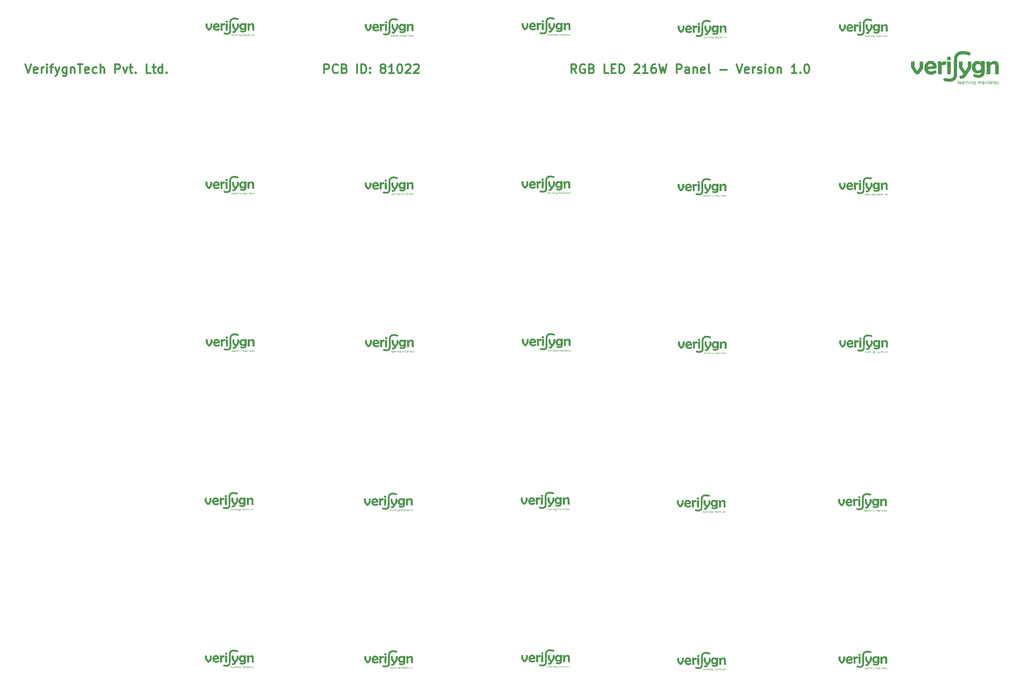
<source format=gbr>
%TF.GenerationSoftware,KiCad,Pcbnew,(6.0.6)*%
%TF.CreationDate,2022-10-08T16:47:07+05:30*%
%TF.ProjectId,RGB-3W-Light-Panel,5247422d-3357-42d4-9c69-6768742d5061,V1.1*%
%TF.SameCoordinates,Original*%
%TF.FileFunction,Legend,Top*%
%TF.FilePolarity,Positive*%
%FSLAX46Y46*%
G04 Gerber Fmt 4.6, Leading zero omitted, Abs format (unit mm)*
G04 Created by KiCad (PCBNEW (6.0.6)) date 2022-10-08 16:47:07*
%MOMM*%
%LPD*%
G01*
G04 APERTURE LIST*
%ADD10C,0.500000*%
G04 APERTURE END LIST*
D10*
X241877619Y-102350952D02*
X241877619Y-99850952D01*
X242830000Y-99850952D01*
X243068095Y-99970000D01*
X243187142Y-100089047D01*
X243306190Y-100327142D01*
X243306190Y-100684285D01*
X243187142Y-100922380D01*
X243068095Y-101041428D01*
X242830000Y-101160476D01*
X241877619Y-101160476D01*
X245806190Y-102112857D02*
X245687142Y-102231904D01*
X245330000Y-102350952D01*
X245091904Y-102350952D01*
X244734761Y-102231904D01*
X244496666Y-101993809D01*
X244377619Y-101755714D01*
X244258571Y-101279523D01*
X244258571Y-100922380D01*
X244377619Y-100446190D01*
X244496666Y-100208095D01*
X244734761Y-99970000D01*
X245091904Y-99850952D01*
X245330000Y-99850952D01*
X245687142Y-99970000D01*
X245806190Y-100089047D01*
X247710952Y-101041428D02*
X248068095Y-101160476D01*
X248187142Y-101279523D01*
X248306190Y-101517619D01*
X248306190Y-101874761D01*
X248187142Y-102112857D01*
X248068095Y-102231904D01*
X247830000Y-102350952D01*
X246877619Y-102350952D01*
X246877619Y-99850952D01*
X247710952Y-99850952D01*
X247949047Y-99970000D01*
X248068095Y-100089047D01*
X248187142Y-100327142D01*
X248187142Y-100565238D01*
X248068095Y-100803333D01*
X247949047Y-100922380D01*
X247710952Y-101041428D01*
X246877619Y-101041428D01*
X251282380Y-102350952D02*
X251282380Y-99850952D01*
X252472857Y-102350952D02*
X252472857Y-99850952D01*
X253068095Y-99850952D01*
X253425238Y-99970000D01*
X253663333Y-100208095D01*
X253782380Y-100446190D01*
X253901428Y-100922380D01*
X253901428Y-101279523D01*
X253782380Y-101755714D01*
X253663333Y-101993809D01*
X253425238Y-102231904D01*
X253068095Y-102350952D01*
X252472857Y-102350952D01*
X254972857Y-102112857D02*
X255091904Y-102231904D01*
X254972857Y-102350952D01*
X254853809Y-102231904D01*
X254972857Y-102112857D01*
X254972857Y-102350952D01*
X254972857Y-100803333D02*
X255091904Y-100922380D01*
X254972857Y-101041428D01*
X254853809Y-100922380D01*
X254972857Y-100803333D01*
X254972857Y-101041428D01*
X258425238Y-100922380D02*
X258187142Y-100803333D01*
X258068095Y-100684285D01*
X257949047Y-100446190D01*
X257949047Y-100327142D01*
X258068095Y-100089047D01*
X258187142Y-99970000D01*
X258425238Y-99850952D01*
X258901428Y-99850952D01*
X259139523Y-99970000D01*
X259258571Y-100089047D01*
X259377619Y-100327142D01*
X259377619Y-100446190D01*
X259258571Y-100684285D01*
X259139523Y-100803333D01*
X258901428Y-100922380D01*
X258425238Y-100922380D01*
X258187142Y-101041428D01*
X258068095Y-101160476D01*
X257949047Y-101398571D01*
X257949047Y-101874761D01*
X258068095Y-102112857D01*
X258187142Y-102231904D01*
X258425238Y-102350952D01*
X258901428Y-102350952D01*
X259139523Y-102231904D01*
X259258571Y-102112857D01*
X259377619Y-101874761D01*
X259377619Y-101398571D01*
X259258571Y-101160476D01*
X259139523Y-101041428D01*
X258901428Y-100922380D01*
X261758571Y-102350952D02*
X260330000Y-102350952D01*
X261044285Y-102350952D02*
X261044285Y-99850952D01*
X260806190Y-100208095D01*
X260568095Y-100446190D01*
X260330000Y-100565238D01*
X263306190Y-99850952D02*
X263544285Y-99850952D01*
X263782380Y-99970000D01*
X263901428Y-100089047D01*
X264020476Y-100327142D01*
X264139523Y-100803333D01*
X264139523Y-101398571D01*
X264020476Y-101874761D01*
X263901428Y-102112857D01*
X263782380Y-102231904D01*
X263544285Y-102350952D01*
X263306190Y-102350952D01*
X263068095Y-102231904D01*
X262949047Y-102112857D01*
X262830000Y-101874761D01*
X262710952Y-101398571D01*
X262710952Y-100803333D01*
X262830000Y-100327142D01*
X262949047Y-100089047D01*
X263068095Y-99970000D01*
X263306190Y-99850952D01*
X265091904Y-100089047D02*
X265210952Y-99970000D01*
X265449047Y-99850952D01*
X266044285Y-99850952D01*
X266282380Y-99970000D01*
X266401428Y-100089047D01*
X266520476Y-100327142D01*
X266520476Y-100565238D01*
X266401428Y-100922380D01*
X264972857Y-102350952D01*
X266520476Y-102350952D01*
X267472857Y-100089047D02*
X267591904Y-99970000D01*
X267830000Y-99850952D01*
X268425238Y-99850952D01*
X268663333Y-99970000D01*
X268782380Y-100089047D01*
X268901428Y-100327142D01*
X268901428Y-100565238D01*
X268782380Y-100922380D01*
X267353809Y-102350952D01*
X268901428Y-102350952D01*
X313696666Y-102350952D02*
X312863333Y-101160476D01*
X312268095Y-102350952D02*
X312268095Y-99850952D01*
X313220476Y-99850952D01*
X313458571Y-99970000D01*
X313577619Y-100089047D01*
X313696666Y-100327142D01*
X313696666Y-100684285D01*
X313577619Y-100922380D01*
X313458571Y-101041428D01*
X313220476Y-101160476D01*
X312268095Y-101160476D01*
X316077619Y-99970000D02*
X315839523Y-99850952D01*
X315482380Y-99850952D01*
X315125238Y-99970000D01*
X314887142Y-100208095D01*
X314768095Y-100446190D01*
X314649047Y-100922380D01*
X314649047Y-101279523D01*
X314768095Y-101755714D01*
X314887142Y-101993809D01*
X315125238Y-102231904D01*
X315482380Y-102350952D01*
X315720476Y-102350952D01*
X316077619Y-102231904D01*
X316196666Y-102112857D01*
X316196666Y-101279523D01*
X315720476Y-101279523D01*
X318101428Y-101041428D02*
X318458571Y-101160476D01*
X318577619Y-101279523D01*
X318696666Y-101517619D01*
X318696666Y-101874761D01*
X318577619Y-102112857D01*
X318458571Y-102231904D01*
X318220476Y-102350952D01*
X317268095Y-102350952D01*
X317268095Y-99850952D01*
X318101428Y-99850952D01*
X318339523Y-99970000D01*
X318458571Y-100089047D01*
X318577619Y-100327142D01*
X318577619Y-100565238D01*
X318458571Y-100803333D01*
X318339523Y-100922380D01*
X318101428Y-101041428D01*
X317268095Y-101041428D01*
X322863333Y-102350952D02*
X321672857Y-102350952D01*
X321672857Y-99850952D01*
X323696666Y-101041428D02*
X324530000Y-101041428D01*
X324887142Y-102350952D02*
X323696666Y-102350952D01*
X323696666Y-99850952D01*
X324887142Y-99850952D01*
X325958571Y-102350952D02*
X325958571Y-99850952D01*
X326553809Y-99850952D01*
X326910952Y-99970000D01*
X327149047Y-100208095D01*
X327268095Y-100446190D01*
X327387142Y-100922380D01*
X327387142Y-101279523D01*
X327268095Y-101755714D01*
X327149047Y-101993809D01*
X326910952Y-102231904D01*
X326553809Y-102350952D01*
X325958571Y-102350952D01*
X330244285Y-100089047D02*
X330363333Y-99970000D01*
X330601428Y-99850952D01*
X331196666Y-99850952D01*
X331434761Y-99970000D01*
X331553809Y-100089047D01*
X331672857Y-100327142D01*
X331672857Y-100565238D01*
X331553809Y-100922380D01*
X330125238Y-102350952D01*
X331672857Y-102350952D01*
X334053809Y-102350952D02*
X332625238Y-102350952D01*
X333339523Y-102350952D02*
X333339523Y-99850952D01*
X333101428Y-100208095D01*
X332863333Y-100446190D01*
X332625238Y-100565238D01*
X336196666Y-99850952D02*
X335720476Y-99850952D01*
X335482380Y-99970000D01*
X335363333Y-100089047D01*
X335125238Y-100446190D01*
X335006190Y-100922380D01*
X335006190Y-101874761D01*
X335125238Y-102112857D01*
X335244285Y-102231904D01*
X335482380Y-102350952D01*
X335958571Y-102350952D01*
X336196666Y-102231904D01*
X336315714Y-102112857D01*
X336434761Y-101874761D01*
X336434761Y-101279523D01*
X336315714Y-101041428D01*
X336196666Y-100922380D01*
X335958571Y-100803333D01*
X335482380Y-100803333D01*
X335244285Y-100922380D01*
X335125238Y-101041428D01*
X335006190Y-101279523D01*
X337268095Y-99850952D02*
X337863333Y-102350952D01*
X338339523Y-100565238D01*
X338815714Y-102350952D01*
X339410952Y-99850952D01*
X342268095Y-102350952D02*
X342268095Y-99850952D01*
X343220476Y-99850952D01*
X343458571Y-99970000D01*
X343577619Y-100089047D01*
X343696666Y-100327142D01*
X343696666Y-100684285D01*
X343577619Y-100922380D01*
X343458571Y-101041428D01*
X343220476Y-101160476D01*
X342268095Y-101160476D01*
X345839523Y-102350952D02*
X345839523Y-101041428D01*
X345720476Y-100803333D01*
X345482380Y-100684285D01*
X345006190Y-100684285D01*
X344768095Y-100803333D01*
X345839523Y-102231904D02*
X345601428Y-102350952D01*
X345006190Y-102350952D01*
X344768095Y-102231904D01*
X344649047Y-101993809D01*
X344649047Y-101755714D01*
X344768095Y-101517619D01*
X345006190Y-101398571D01*
X345601428Y-101398571D01*
X345839523Y-101279523D01*
X347030000Y-100684285D02*
X347030000Y-102350952D01*
X347030000Y-100922380D02*
X347149047Y-100803333D01*
X347387142Y-100684285D01*
X347744285Y-100684285D01*
X347982380Y-100803333D01*
X348101428Y-101041428D01*
X348101428Y-102350952D01*
X350244285Y-102231904D02*
X350006190Y-102350952D01*
X349530000Y-102350952D01*
X349291904Y-102231904D01*
X349172857Y-101993809D01*
X349172857Y-101041428D01*
X349291904Y-100803333D01*
X349530000Y-100684285D01*
X350006190Y-100684285D01*
X350244285Y-100803333D01*
X350363333Y-101041428D01*
X350363333Y-101279523D01*
X349172857Y-101517619D01*
X351791904Y-102350952D02*
X351553809Y-102231904D01*
X351434761Y-101993809D01*
X351434761Y-99850952D01*
X354649047Y-101398571D02*
X356553809Y-101398571D01*
X359291904Y-99850952D02*
X360125238Y-102350952D01*
X360958571Y-99850952D01*
X362744285Y-102231904D02*
X362506190Y-102350952D01*
X362030000Y-102350952D01*
X361791904Y-102231904D01*
X361672857Y-101993809D01*
X361672857Y-101041428D01*
X361791904Y-100803333D01*
X362030000Y-100684285D01*
X362506190Y-100684285D01*
X362744285Y-100803333D01*
X362863333Y-101041428D01*
X362863333Y-101279523D01*
X361672857Y-101517619D01*
X363934761Y-102350952D02*
X363934761Y-100684285D01*
X363934761Y-101160476D02*
X364053809Y-100922380D01*
X364172857Y-100803333D01*
X364410952Y-100684285D01*
X364649047Y-100684285D01*
X365363333Y-102231904D02*
X365601428Y-102350952D01*
X366077619Y-102350952D01*
X366315714Y-102231904D01*
X366434761Y-101993809D01*
X366434761Y-101874761D01*
X366315714Y-101636666D01*
X366077619Y-101517619D01*
X365720476Y-101517619D01*
X365482380Y-101398571D01*
X365363333Y-101160476D01*
X365363333Y-101041428D01*
X365482380Y-100803333D01*
X365720476Y-100684285D01*
X366077619Y-100684285D01*
X366315714Y-100803333D01*
X367506190Y-102350952D02*
X367506190Y-100684285D01*
X367506190Y-99850952D02*
X367387142Y-99970000D01*
X367506190Y-100089047D01*
X367625238Y-99970000D01*
X367506190Y-99850952D01*
X367506190Y-100089047D01*
X369053809Y-102350952D02*
X368815714Y-102231904D01*
X368696666Y-102112857D01*
X368577619Y-101874761D01*
X368577619Y-101160476D01*
X368696666Y-100922380D01*
X368815714Y-100803333D01*
X369053809Y-100684285D01*
X369410952Y-100684285D01*
X369649047Y-100803333D01*
X369768095Y-100922380D01*
X369887142Y-101160476D01*
X369887142Y-101874761D01*
X369768095Y-102112857D01*
X369649047Y-102231904D01*
X369410952Y-102350952D01*
X369053809Y-102350952D01*
X370958571Y-100684285D02*
X370958571Y-102350952D01*
X370958571Y-100922380D02*
X371077619Y-100803333D01*
X371315714Y-100684285D01*
X371672857Y-100684285D01*
X371910952Y-100803333D01*
X372030000Y-101041428D01*
X372030000Y-102350952D01*
X376434761Y-102350952D02*
X375006190Y-102350952D01*
X375720476Y-102350952D02*
X375720476Y-99850952D01*
X375482380Y-100208095D01*
X375244285Y-100446190D01*
X375006190Y-100565238D01*
X377506190Y-102112857D02*
X377625238Y-102231904D01*
X377506190Y-102350952D01*
X377387142Y-102231904D01*
X377506190Y-102112857D01*
X377506190Y-102350952D01*
X379172857Y-99850952D02*
X379410952Y-99850952D01*
X379649047Y-99970000D01*
X379768095Y-100089047D01*
X379887142Y-100327142D01*
X380006190Y-100803333D01*
X380006190Y-101398571D01*
X379887142Y-101874761D01*
X379768095Y-102112857D01*
X379649047Y-102231904D01*
X379410952Y-102350952D01*
X379172857Y-102350952D01*
X378934761Y-102231904D01*
X378815714Y-102112857D01*
X378696666Y-101874761D01*
X378577619Y-101398571D01*
X378577619Y-100803333D01*
X378696666Y-100327142D01*
X378815714Y-100089047D01*
X378934761Y-99970000D01*
X379172857Y-99850952D01*
X156772380Y-99850952D02*
X157605714Y-102350952D01*
X158439047Y-99850952D01*
X160224761Y-102231904D02*
X159986666Y-102350952D01*
X159510476Y-102350952D01*
X159272380Y-102231904D01*
X159153333Y-101993809D01*
X159153333Y-101041428D01*
X159272380Y-100803333D01*
X159510476Y-100684285D01*
X159986666Y-100684285D01*
X160224761Y-100803333D01*
X160343809Y-101041428D01*
X160343809Y-101279523D01*
X159153333Y-101517619D01*
X161415238Y-102350952D02*
X161415238Y-100684285D01*
X161415238Y-101160476D02*
X161534285Y-100922380D01*
X161653333Y-100803333D01*
X161891428Y-100684285D01*
X162129523Y-100684285D01*
X162962857Y-102350952D02*
X162962857Y-100684285D01*
X162962857Y-99850952D02*
X162843809Y-99970000D01*
X162962857Y-100089047D01*
X163081904Y-99970000D01*
X162962857Y-99850952D01*
X162962857Y-100089047D01*
X163796190Y-100684285D02*
X164748571Y-100684285D01*
X164153333Y-102350952D02*
X164153333Y-100208095D01*
X164272380Y-99970000D01*
X164510476Y-99850952D01*
X164748571Y-99850952D01*
X165343809Y-100684285D02*
X165939047Y-102350952D01*
X166534285Y-100684285D02*
X165939047Y-102350952D01*
X165700952Y-102946190D01*
X165581904Y-103065238D01*
X165343809Y-103184285D01*
X168558095Y-100684285D02*
X168558095Y-102708095D01*
X168439047Y-102946190D01*
X168320000Y-103065238D01*
X168081904Y-103184285D01*
X167724761Y-103184285D01*
X167486666Y-103065238D01*
X168558095Y-102231904D02*
X168320000Y-102350952D01*
X167843809Y-102350952D01*
X167605714Y-102231904D01*
X167486666Y-102112857D01*
X167367619Y-101874761D01*
X167367619Y-101160476D01*
X167486666Y-100922380D01*
X167605714Y-100803333D01*
X167843809Y-100684285D01*
X168320000Y-100684285D01*
X168558095Y-100803333D01*
X169748571Y-100684285D02*
X169748571Y-102350952D01*
X169748571Y-100922380D02*
X169867619Y-100803333D01*
X170105714Y-100684285D01*
X170462857Y-100684285D01*
X170700952Y-100803333D01*
X170820000Y-101041428D01*
X170820000Y-102350952D01*
X171653333Y-99850952D02*
X173081904Y-99850952D01*
X172367619Y-102350952D02*
X172367619Y-99850952D01*
X174867619Y-102231904D02*
X174629523Y-102350952D01*
X174153333Y-102350952D01*
X173915238Y-102231904D01*
X173796190Y-101993809D01*
X173796190Y-101041428D01*
X173915238Y-100803333D01*
X174153333Y-100684285D01*
X174629523Y-100684285D01*
X174867619Y-100803333D01*
X174986666Y-101041428D01*
X174986666Y-101279523D01*
X173796190Y-101517619D01*
X177129523Y-102231904D02*
X176891428Y-102350952D01*
X176415238Y-102350952D01*
X176177142Y-102231904D01*
X176058095Y-102112857D01*
X175939047Y-101874761D01*
X175939047Y-101160476D01*
X176058095Y-100922380D01*
X176177142Y-100803333D01*
X176415238Y-100684285D01*
X176891428Y-100684285D01*
X177129523Y-100803333D01*
X178200952Y-102350952D02*
X178200952Y-99850952D01*
X179272380Y-102350952D02*
X179272380Y-101041428D01*
X179153333Y-100803333D01*
X178915238Y-100684285D01*
X178558095Y-100684285D01*
X178319999Y-100803333D01*
X178200952Y-100922380D01*
X182367619Y-102350952D02*
X182367619Y-99850952D01*
X183319999Y-99850952D01*
X183558095Y-99970000D01*
X183677142Y-100089047D01*
X183796190Y-100327142D01*
X183796190Y-100684285D01*
X183677142Y-100922380D01*
X183558095Y-101041428D01*
X183319999Y-101160476D01*
X182367619Y-101160476D01*
X184629523Y-100684285D02*
X185224761Y-102350952D01*
X185819999Y-100684285D01*
X186415238Y-100684285D02*
X187367619Y-100684285D01*
X186772380Y-99850952D02*
X186772380Y-101993809D01*
X186891428Y-102231904D01*
X187129523Y-102350952D01*
X187367619Y-102350952D01*
X188200952Y-102112857D02*
X188319999Y-102231904D01*
X188200952Y-102350952D01*
X188081904Y-102231904D01*
X188200952Y-102112857D01*
X188200952Y-102350952D01*
X192486666Y-102350952D02*
X191296190Y-102350952D01*
X191296190Y-99850952D01*
X192962857Y-100684285D02*
X193915238Y-100684285D01*
X193319999Y-99850952D02*
X193319999Y-101993809D01*
X193439047Y-102231904D01*
X193677142Y-102350952D01*
X193915238Y-102350952D01*
X195819999Y-102350952D02*
X195819999Y-99850952D01*
X195819999Y-102231904D02*
X195581904Y-102350952D01*
X195105714Y-102350952D01*
X194867619Y-102231904D01*
X194748571Y-102112857D01*
X194629523Y-101874761D01*
X194629523Y-101160476D01*
X194748571Y-100922380D01*
X194867619Y-100803333D01*
X195105714Y-100684285D01*
X195581904Y-100684285D01*
X195819999Y-100803333D01*
X197010476Y-102112857D02*
X197129523Y-102231904D01*
X197010476Y-102350952D01*
X196891428Y-102231904D01*
X197010476Y-102112857D01*
X197010476Y-102350952D01*
%TO.C,G87987*%
G36*
X425763935Y-105460455D02*
G01*
X425648270Y-105460455D01*
X425648270Y-104743333D01*
X425763935Y-104743333D01*
X425763935Y-105460455D01*
G37*
G36*
X419989031Y-97631086D02*
G01*
X420058022Y-97650068D01*
X420127154Y-97693961D01*
X420204198Y-97765522D01*
X420276488Y-97850978D01*
X420331361Y-97936558D01*
X420341957Y-97958847D01*
X420371885Y-98075648D01*
X420371481Y-98203743D01*
X420344519Y-98333164D01*
X420294768Y-98453948D01*
X420226000Y-98556130D01*
X420141987Y-98629744D01*
X420077105Y-98658671D01*
X420000324Y-98671367D01*
X419894048Y-98677999D01*
X419774651Y-98678517D01*
X419658510Y-98672877D01*
X419562002Y-98661031D01*
X419557405Y-98660163D01*
X419461743Y-98619996D01*
X419373851Y-98544243D01*
X419298772Y-98443177D01*
X419241550Y-98327069D01*
X419207230Y-98206194D01*
X419200856Y-98090822D01*
X419227471Y-97991228D01*
X419228223Y-97989759D01*
X419288203Y-97897976D01*
X419369890Y-97804201D01*
X419459593Y-97722279D01*
X419543618Y-97666052D01*
X419552733Y-97661660D01*
X419641907Y-97635437D01*
X419756533Y-97621321D01*
X419878334Y-97619731D01*
X419989031Y-97631086D01*
G37*
G36*
X432375423Y-104762594D02*
G01*
X432438671Y-104817810D01*
X432447501Y-104832386D01*
X432457453Y-104873810D01*
X432465431Y-104951437D01*
X432470693Y-105055217D01*
X432472496Y-105169772D01*
X432472496Y-105460455D01*
X432356831Y-105460455D01*
X432356831Y-105204471D01*
X432354734Y-105096094D01*
X432349059Y-105001601D01*
X432340730Y-104932598D01*
X432332884Y-104903743D01*
X432291088Y-104870372D01*
X432222377Y-104858972D01*
X432140828Y-104870064D01*
X432078087Y-104894291D01*
X432009836Y-104929585D01*
X432009836Y-105460455D01*
X431894172Y-105460455D01*
X431894172Y-104743333D01*
X431952004Y-104743333D01*
X431998745Y-104755568D01*
X432009836Y-104778626D01*
X432015233Y-104800545D01*
X432039638Y-104797686D01*
X432073452Y-104781873D01*
X432183278Y-104743338D01*
X432287113Y-104737341D01*
X432375423Y-104762594D01*
G37*
G36*
X423478014Y-105156494D02*
G01*
X423530905Y-105084719D01*
X423617281Y-105031966D01*
X423732992Y-105002728D01*
X423804142Y-104998304D01*
X423881423Y-104992194D01*
X423921389Y-104973239D01*
X423928753Y-104961302D01*
X423927456Y-104913879D01*
X423888786Y-104877685D01*
X423820761Y-104854995D01*
X423731397Y-104848082D01*
X423628714Y-104859217D01*
X423595219Y-104866743D01*
X423544273Y-104876537D01*
X423523778Y-104865169D01*
X423520037Y-104826577D01*
X423528030Y-104786456D01*
X423557826Y-104761399D01*
X423618147Y-104747076D01*
X423693534Y-104740479D01*
X423807603Y-104738992D01*
X423890399Y-104752427D01*
X423955337Y-104783711D01*
X423980921Y-104803222D01*
X424052095Y-104863110D01*
X424052095Y-105460455D01*
X423994263Y-105460455D01*
X423947445Y-105448161D01*
X423936430Y-105424942D01*
X423929645Y-105402182D01*
X423901230Y-105408681D01*
X423884925Y-105416993D01*
X423768809Y-105458280D01*
X423653690Y-105461370D01*
X423610758Y-105451340D01*
X423538668Y-105410013D01*
X423489281Y-105339144D01*
X423467536Y-105260163D01*
X423590656Y-105260163D01*
X423615708Y-105315508D01*
X423617195Y-105317030D01*
X423664132Y-105337783D01*
X423735646Y-105343870D01*
X423812635Y-105335881D01*
X423875997Y-105314404D01*
X423885017Y-105308779D01*
X423921719Y-105268171D01*
X423935684Y-105205591D01*
X423936430Y-105178325D01*
X423936430Y-105083883D01*
X423817840Y-105097928D01*
X423737090Y-105113225D01*
X423667438Y-105136013D01*
X423644342Y-105147950D01*
X423601179Y-105198217D01*
X423590656Y-105260163D01*
X423467536Y-105260163D01*
X423462756Y-105242800D01*
X423478014Y-105156494D01*
G37*
G36*
X429257915Y-105168561D02*
G01*
X429301907Y-105094631D01*
X429379987Y-105042220D01*
X429495816Y-105009329D01*
X429567456Y-104999735D01*
X429655643Y-104986846D01*
X429702069Y-104967375D01*
X429711159Y-104937405D01*
X429687649Y-104893445D01*
X429639213Y-104862305D01*
X429559192Y-104848012D01*
X429459479Y-104851593D01*
X429378461Y-104866743D01*
X429327516Y-104876537D01*
X429307020Y-104865169D01*
X429303279Y-104826577D01*
X429311273Y-104786456D01*
X429341068Y-104761399D01*
X429401389Y-104747076D01*
X429476776Y-104740479D01*
X429587174Y-104737996D01*
X429665188Y-104748180D01*
X429723705Y-104774153D01*
X429767718Y-104810952D01*
X429795660Y-104840168D01*
X429814599Y-104867948D01*
X429826285Y-104903579D01*
X429832469Y-104956345D01*
X429834903Y-105035531D01*
X429835337Y-105150422D01*
X429835337Y-105460455D01*
X429777505Y-105460455D01*
X429730688Y-105448161D01*
X429719673Y-105424942D01*
X429712887Y-105402182D01*
X429684472Y-105408681D01*
X429668168Y-105416993D01*
X429563146Y-105455782D01*
X429457605Y-105465278D01*
X429410675Y-105457863D01*
X429317091Y-105412975D01*
X429260163Y-105341884D01*
X429247004Y-105272521D01*
X429376670Y-105272521D01*
X429400438Y-105317030D01*
X429447375Y-105337783D01*
X429518889Y-105343870D01*
X429595878Y-105335881D01*
X429659240Y-105314404D01*
X429668259Y-105308779D01*
X429704970Y-105268152D01*
X429718930Y-105205538D01*
X429719673Y-105178363D01*
X429719673Y-105083957D01*
X429587632Y-105099476D01*
X429507204Y-105114473D01*
X429441158Y-105136492D01*
X429414134Y-105152513D01*
X429379337Y-105208683D01*
X429376670Y-105272521D01*
X429247004Y-105272521D01*
X429242723Y-105249955D01*
X429257915Y-105168561D01*
G37*
G36*
X412876594Y-100147754D02*
G01*
X412957489Y-99941748D01*
X413050546Y-99759901D01*
X413112489Y-99663046D01*
X413196584Y-99550477D01*
X413293495Y-99433006D01*
X413393888Y-99321444D01*
X413488425Y-99226606D01*
X413567771Y-99159301D01*
X413571357Y-99156721D01*
X413644443Y-99103491D01*
X413714358Y-99050626D01*
X413736915Y-99032914D01*
X413861220Y-98958394D01*
X414024347Y-98903071D01*
X414227182Y-98866789D01*
X414470610Y-98849388D01*
X414755515Y-98850713D01*
X414760890Y-98850902D01*
X414890094Y-98856906D01*
X415008663Y-98864954D01*
X415106154Y-98874156D01*
X415172124Y-98883619D01*
X415187663Y-98887375D01*
X415286774Y-98931409D01*
X415405883Y-99004669D01*
X415536449Y-99099968D01*
X415669930Y-99210119D01*
X415797784Y-99327934D01*
X415911469Y-99446226D01*
X416002444Y-99557806D01*
X416027316Y-99593908D01*
X416100424Y-99722834D01*
X416170799Y-99875757D01*
X416230831Y-100034024D01*
X416272908Y-100178981D01*
X416280317Y-100214015D01*
X416290627Y-100292671D01*
X416298397Y-100398217D01*
X416302320Y-100511292D01*
X416302551Y-100542955D01*
X416291960Y-100711236D01*
X416257684Y-100842689D01*
X416195966Y-100942238D01*
X416103053Y-101014810D01*
X415975187Y-101065328D01*
X415888878Y-101085444D01*
X415796025Y-101100271D01*
X415664504Y-101116877D01*
X415501845Y-101134545D01*
X415315581Y-101152555D01*
X415113241Y-101170190D01*
X414902356Y-101186731D01*
X414690458Y-101201460D01*
X414636977Y-101204851D01*
X414493749Y-101215205D01*
X414356455Y-101227771D01*
X414236025Y-101241357D01*
X414143387Y-101254771D01*
X414101579Y-101263253D01*
X414012523Y-101282154D01*
X413927161Y-101294207D01*
X413887599Y-101296520D01*
X413833124Y-101302359D01*
X413805169Y-101316770D01*
X413804190Y-101320422D01*
X413813990Y-101353272D01*
X413839099Y-101411489D01*
X413859797Y-101454059D01*
X413917111Y-101537256D01*
X414004457Y-101628595D01*
X414109702Y-101717169D01*
X414220714Y-101792076D01*
X414259919Y-101813682D01*
X414350950Y-101849943D01*
X414468792Y-101882697D01*
X414594000Y-101907541D01*
X414707128Y-101920069D01*
X414732759Y-101920769D01*
X414869807Y-101908170D01*
X415032422Y-101872378D01*
X415208858Y-101817546D01*
X415387365Y-101747830D01*
X415556194Y-101667385D01*
X415703597Y-101580364D01*
X415712660Y-101574236D01*
X415810922Y-101516077D01*
X415891887Y-101491770D01*
X415961283Y-101503658D01*
X416024843Y-101554087D01*
X416088297Y-101645399D01*
X416143276Y-101750373D01*
X416201909Y-101883632D01*
X416232886Y-101988954D01*
X416236816Y-102075033D01*
X416214306Y-102150560D01*
X416175593Y-102211970D01*
X416078524Y-102314860D01*
X415946965Y-102419498D01*
X415791944Y-102519348D01*
X415624489Y-102607869D01*
X415455628Y-102678524D01*
X415319399Y-102719609D01*
X415219514Y-102744222D01*
X415120823Y-102770025D01*
X415053370Y-102788926D01*
X414873138Y-102823306D01*
X414674659Y-102827583D01*
X414590711Y-102820179D01*
X414497800Y-102806319D01*
X414406659Y-102788734D01*
X414370948Y-102780214D01*
X414293348Y-102761413D01*
X414198043Y-102740625D01*
X414146689Y-102730305D01*
X414033030Y-102698088D01*
X413896797Y-102643622D01*
X413751557Y-102573548D01*
X413610872Y-102494507D01*
X413488309Y-102413140D01*
X413468762Y-102398408D01*
X413272399Y-102218405D01*
X413103230Y-102003983D01*
X412979861Y-101789833D01*
X412895636Y-101591227D01*
X412836766Y-101386961D01*
X412800903Y-101165661D01*
X412785699Y-100915953D01*
X412784840Y-100844827D01*
X412793363Y-100586663D01*
X412810791Y-100452119D01*
X413759243Y-100452119D01*
X413770589Y-100479115D01*
X413806449Y-100489568D01*
X413818736Y-100491122D01*
X413886070Y-100494691D01*
X413987705Y-100494736D01*
X414111846Y-100491706D01*
X414246700Y-100486050D01*
X414380471Y-100478217D01*
X414501365Y-100468655D01*
X414556011Y-100463060D01*
X414769397Y-100437662D01*
X414940266Y-100414521D01*
X415072270Y-100392829D01*
X415169055Y-100371778D01*
X415234271Y-100350560D01*
X415271567Y-100328370D01*
X415284592Y-100304398D01*
X415284700Y-100301795D01*
X415271204Y-100244206D01*
X415235720Y-100164029D01*
X415185758Y-100074318D01*
X415128826Y-99988130D01*
X415072433Y-99918521D01*
X415053573Y-99899911D01*
X414933937Y-99806424D01*
X414813538Y-99746805D01*
X414676130Y-99714423D01*
X414576560Y-99705185D01*
X414475430Y-99701639D01*
X414401574Y-99706306D01*
X414336292Y-99722212D01*
X414260884Y-99752380D01*
X414247279Y-99758441D01*
X414104515Y-99844892D01*
X413976484Y-99964829D01*
X413871257Y-100107633D01*
X413796901Y-100262684D01*
X413764276Y-100394089D01*
X413759243Y-100452119D01*
X412810791Y-100452119D01*
X412822916Y-100358515D01*
X412876594Y-100147754D01*
G37*
G36*
X426776432Y-104958670D02*
G01*
X426829133Y-104849796D01*
X426906177Y-104777766D01*
X426938432Y-104759833D01*
X426975987Y-104748490D01*
X427028715Y-104742760D01*
X427106487Y-104741664D01*
X427219176Y-104744224D01*
X427238662Y-104744830D01*
X427360110Y-104748679D01*
X427360110Y-105128849D01*
X427358652Y-105294841D01*
X427353091Y-105421138D01*
X427341650Y-105514251D01*
X427322547Y-105580692D01*
X427294004Y-105626973D01*
X427254241Y-105659607D01*
X427208952Y-105682040D01*
X427129702Y-105702217D01*
X427028060Y-105711478D01*
X426926853Y-105708690D01*
X426868534Y-105698971D01*
X426835400Y-105667969D01*
X426828051Y-105621262D01*
X426831832Y-105575233D01*
X426851942Y-105565481D01*
X426887390Y-105576692D01*
X426948572Y-105591020D01*
X427027481Y-105598791D01*
X427049321Y-105599253D01*
X427147066Y-105583272D01*
X427212591Y-105537073D01*
X427242758Y-105463269D01*
X427244445Y-105436728D01*
X427244445Y-105366735D01*
X427176195Y-105402028D01*
X427105065Y-105426251D01*
X427024780Y-105437260D01*
X427019411Y-105437322D01*
X426914328Y-105418065D01*
X426835277Y-105361332D01*
X426783451Y-105268677D01*
X426760042Y-105141657D01*
X426759981Y-105139563D01*
X426882784Y-105139563D01*
X426903879Y-105228597D01*
X426932999Y-105276330D01*
X426993011Y-105311501D01*
X427075828Y-105320841D01*
X427165092Y-105303151D01*
X427185524Y-105294811D01*
X427214348Y-105278993D01*
X427231819Y-105256780D01*
X427240770Y-105217584D01*
X427244030Y-105150820D01*
X427244445Y-105074475D01*
X427243780Y-104979812D01*
X427239755Y-104920962D01*
X427229322Y-104887476D01*
X427209435Y-104868903D01*
X427180829Y-104856258D01*
X427085927Y-104841019D01*
X426997975Y-104865669D01*
X426929278Y-104925822D01*
X426913538Y-104951530D01*
X426885640Y-105041128D01*
X426882784Y-105139563D01*
X426759981Y-105139563D01*
X426758739Y-105097259D01*
X426776432Y-104958670D01*
G37*
G36*
X426429153Y-104745290D02*
G01*
X426484001Y-104770762D01*
X426523464Y-104810012D01*
X426549835Y-104869969D01*
X426565407Y-104957559D01*
X426572472Y-105079712D01*
X426573589Y-105181710D01*
X426573589Y-105460455D01*
X426457924Y-105460455D01*
X426457924Y-105219065D01*
X426456180Y-105081902D01*
X426449190Y-104984361D01*
X426434313Y-104919872D01*
X426408910Y-104881863D01*
X426370342Y-104863764D01*
X426315969Y-104859004D01*
X426313279Y-104858998D01*
X426237848Y-104867340D01*
X426174117Y-104888070D01*
X426162343Y-104895009D01*
X426140099Y-104913682D01*
X426125389Y-104938566D01*
X426116668Y-104978696D01*
X426112391Y-105043107D01*
X426111015Y-105140833D01*
X426110929Y-105195737D01*
X426110929Y-105460455D01*
X425995265Y-105460455D01*
X425995265Y-104743333D01*
X426053097Y-104743333D01*
X426099914Y-104755626D01*
X426110929Y-104778846D01*
X426118147Y-104801714D01*
X426147695Y-104794407D01*
X426160420Y-104787873D01*
X426282914Y-104740887D01*
X426393590Y-104736560D01*
X426429153Y-104745290D01*
G37*
G36*
X426341818Y-100333770D02*
G01*
X426378614Y-100139872D01*
X426471433Y-99872790D01*
X426604624Y-99625082D01*
X426774764Y-99401201D01*
X426978431Y-99205601D01*
X427212202Y-99042739D01*
X427229132Y-99032950D01*
X427327048Y-98979455D01*
X427411215Y-98941367D01*
X427493267Y-98916116D01*
X427584842Y-98901132D01*
X427697576Y-98893845D01*
X427843106Y-98891686D01*
X427869035Y-98891645D01*
X428062789Y-98895048D01*
X428221046Y-98907852D01*
X428354209Y-98933619D01*
X428472676Y-98975910D01*
X428586849Y-99038286D01*
X428707126Y-99124307D01*
X428820416Y-99217384D01*
X428950577Y-99328431D01*
X428961035Y-99129176D01*
X428969984Y-99024239D01*
X428987911Y-98945582D01*
X429020146Y-98890970D01*
X429072018Y-98858170D01*
X429148858Y-98844948D01*
X429255994Y-98849072D01*
X429398757Y-98868308D01*
X429529789Y-98890835D01*
X429675371Y-98918887D01*
X429783413Y-98944625D01*
X429862370Y-98970725D01*
X429920696Y-98999862D01*
X429956785Y-99025981D01*
X429968348Y-99038902D01*
X429977473Y-99059536D01*
X429984432Y-99092949D01*
X429989501Y-99144204D01*
X429992951Y-99218366D01*
X429995057Y-99320500D01*
X429996092Y-99455669D01*
X429996328Y-99628939D01*
X429996197Y-99755980D01*
X429995375Y-99946033D01*
X429993521Y-100171386D01*
X429990779Y-100421091D01*
X429987291Y-100684198D01*
X429983201Y-100949757D01*
X429978651Y-101206817D01*
X429974741Y-101400619D01*
X429969613Y-101635654D01*
X429965051Y-101829551D01*
X429960695Y-101987427D01*
X429956187Y-102114401D01*
X429951166Y-102215590D01*
X429945274Y-102296112D01*
X429938150Y-102361085D01*
X429929436Y-102415628D01*
X429918772Y-102464858D01*
X429905799Y-102513893D01*
X429893603Y-102556126D01*
X429822970Y-102757895D01*
X429734899Y-102947189D01*
X429635280Y-103112938D01*
X429530005Y-103244072D01*
X429524459Y-103249764D01*
X429374222Y-103374090D01*
X429188484Y-103481528D01*
X428976123Y-103568264D01*
X428746020Y-103630480D01*
X428574591Y-103657925D01*
X428442516Y-103668059D01*
X428281514Y-103673019D01*
X428108626Y-103672858D01*
X427940894Y-103667628D01*
X427795360Y-103657384D01*
X427776503Y-103655418D01*
X427639790Y-103633774D01*
X427478791Y-103597917D01*
X427311515Y-103552382D01*
X427155972Y-103501705D01*
X427133494Y-103493466D01*
X426979390Y-103429730D01*
X426866935Y-103367698D01*
X426791833Y-103303651D01*
X426749785Y-103233866D01*
X426736495Y-103154626D01*
X426736514Y-103149822D01*
X426742174Y-103068278D01*
X426755929Y-102967411D01*
X426775377Y-102858641D01*
X426798113Y-102753387D01*
X426821732Y-102663069D01*
X426843832Y-102599107D01*
X426857338Y-102575899D01*
X426891875Y-102552260D01*
X426938345Y-102543438D01*
X427003040Y-102550569D01*
X427092254Y-102574792D01*
X427212280Y-102617241D01*
X427321205Y-102659688D01*
X427434657Y-102703171D01*
X427537723Y-102739420D01*
X427620343Y-102765122D01*
X427672455Y-102776963D01*
X427678567Y-102777379D01*
X427741735Y-102785600D01*
X427818016Y-102805498D01*
X427834336Y-102811063D01*
X427967524Y-102840342D01*
X428123137Y-102845124D01*
X428285365Y-102826962D01*
X428438395Y-102787407D01*
X428543460Y-102741465D01*
X428599951Y-102716797D01*
X428641801Y-102707632D01*
X428679510Y-102690671D01*
X428734144Y-102646714D01*
X428795371Y-102586148D01*
X428852856Y-102519361D01*
X428896268Y-102456738D01*
X428902256Y-102445813D01*
X428920015Y-102394528D01*
X428935238Y-102320867D01*
X428946794Y-102236933D01*
X428953551Y-102154829D01*
X428954375Y-102086658D01*
X428948135Y-102044524D01*
X428940523Y-102036775D01*
X428910782Y-102052205D01*
X428868329Y-102089811D01*
X428863971Y-102094376D01*
X428777106Y-102169699D01*
X428662721Y-102245709D01*
X428538287Y-102312311D01*
X428421279Y-102359416D01*
X428389527Y-102368412D01*
X428191337Y-102403635D01*
X427976056Y-102418382D01*
X427758115Y-102413079D01*
X427551940Y-102388155D01*
X427371960Y-102344040D01*
X427353274Y-102337642D01*
X427178275Y-102255114D01*
X427002901Y-102134920D01*
X426835000Y-101984926D01*
X426682415Y-101812996D01*
X426552993Y-101626995D01*
X426455982Y-101438144D01*
X426394121Y-101250102D01*
X426350993Y-101032532D01*
X426327378Y-100798544D01*
X426325598Y-100671269D01*
X427313844Y-100671269D01*
X427330458Y-100831854D01*
X427376608Y-101000954D01*
X427446757Y-101166950D01*
X427535368Y-101318221D01*
X427636904Y-101443150D01*
X427713068Y-101508964D01*
X427781449Y-101546304D01*
X427872609Y-101582501D01*
X427963930Y-101609459D01*
X428020006Y-101618821D01*
X428052648Y-101616811D01*
X428118797Y-101610096D01*
X428206084Y-101599968D01*
X428237344Y-101596107D01*
X428360073Y-101577664D01*
X428450783Y-101553735D01*
X428523700Y-101517444D01*
X428593050Y-101461916D01*
X428664137Y-101389851D01*
X428768495Y-101254994D01*
X428855668Y-101097210D01*
X428918541Y-100932025D01*
X428949999Y-100774967D01*
X428950883Y-100764082D01*
X428945444Y-100588329D01*
X428907726Y-100407794D01*
X428842328Y-100232474D01*
X428753848Y-100072360D01*
X428646884Y-99937449D01*
X428526034Y-99837734D01*
X428524170Y-99836575D01*
X428476151Y-99811604D01*
X428420640Y-99794731D01*
X428346058Y-99783772D01*
X428240824Y-99776546D01*
X428194923Y-99774507D01*
X428039264Y-99772131D01*
X427918631Y-99781073D01*
X427822621Y-99803900D01*
X427740828Y-99843181D01*
X427662849Y-99901482D01*
X427655914Y-99907528D01*
X427560440Y-100013798D01*
X427472443Y-100152278D01*
X427398213Y-100308925D01*
X427344037Y-100469698D01*
X427316205Y-100620556D01*
X427313844Y-100671269D01*
X426325598Y-100671269D01*
X426324060Y-100561253D01*
X426341818Y-100333770D01*
G37*
G36*
X417430876Y-98946317D02*
G01*
X417493370Y-98967580D01*
X417533965Y-99009268D01*
X417560631Y-99076018D01*
X417579519Y-99162504D01*
X417595958Y-99237035D01*
X417612639Y-99289238D01*
X417624934Y-99307085D01*
X417651791Y-99296226D01*
X417709091Y-99266965D01*
X417787351Y-99224276D01*
X417845427Y-99191420D01*
X417933005Y-99142526D01*
X418006648Y-99103861D01*
X418056559Y-99080436D01*
X418071594Y-99075755D01*
X418105915Y-99065547D01*
X418162054Y-99040029D01*
X418182363Y-99029490D01*
X418223540Y-99010530D01*
X418270185Y-98997485D01*
X418331604Y-98989304D01*
X418417106Y-98984935D01*
X418535997Y-98983329D01*
X418592097Y-98983224D01*
X418738051Y-98983749D01*
X418843770Y-98989504D01*
X418915273Y-99006758D01*
X418958581Y-99041778D01*
X418979712Y-99100834D01*
X418984685Y-99190193D01*
X418979522Y-99316125D01*
X418975705Y-99382703D01*
X418962799Y-99579308D01*
X418948716Y-99733412D01*
X418932858Y-99848779D01*
X418914626Y-99929172D01*
X418893424Y-99978352D01*
X418878439Y-99994882D01*
X418843029Y-100007458D01*
X418773880Y-100016413D01*
X418667217Y-100022021D01*
X418519264Y-100024557D01*
X418466845Y-100024759D01*
X418293159Y-100026362D01*
X418158704Y-100031395D01*
X418056495Y-100041066D01*
X417979551Y-100056581D01*
X417920889Y-100079149D01*
X417873526Y-100109977D01*
X417849029Y-100131592D01*
X417811201Y-100171699D01*
X417780416Y-100215664D01*
X417755994Y-100268447D01*
X417737257Y-100335008D01*
X417723528Y-100420309D01*
X417714127Y-100529307D01*
X417708379Y-100666965D01*
X417705603Y-100838240D01*
X417705122Y-101048095D01*
X417705586Y-101180856D01*
X417707418Y-101381278D01*
X417710861Y-101585637D01*
X417715638Y-101784201D01*
X417721472Y-101967240D01*
X417728086Y-102125023D01*
X417735204Y-102247820D01*
X417736365Y-102263490D01*
X417746585Y-102407799D01*
X417751604Y-102512445D01*
X417751415Y-102583736D01*
X417746008Y-102627984D01*
X417735825Y-102650967D01*
X417717968Y-102662835D01*
X417682988Y-102671660D01*
X417625104Y-102677841D01*
X417538540Y-102681776D01*
X417417515Y-102683862D01*
X417256252Y-102684498D01*
X417248703Y-102684499D01*
X417092081Y-102684337D01*
X416975288Y-102683397D01*
X416891890Y-102680999D01*
X416835451Y-102676463D01*
X416799534Y-102669109D01*
X416777705Y-102658255D01*
X416763527Y-102643222D01*
X416756356Y-102632449D01*
X416748903Y-102613863D01*
X416742437Y-102580944D01*
X416736838Y-102530230D01*
X416731987Y-102458259D01*
X416727767Y-102361566D01*
X416724057Y-102236690D01*
X416720739Y-102080168D01*
X416717695Y-101888537D01*
X416714805Y-101658334D01*
X416711951Y-101386096D01*
X416711310Y-101319653D01*
X416707644Y-100984780D01*
X416703321Y-100692600D01*
X416698154Y-100439544D01*
X416691957Y-100222042D01*
X416684542Y-100036525D01*
X416675724Y-99879422D01*
X416665315Y-99747163D01*
X416653129Y-99636179D01*
X416638979Y-99542900D01*
X416622679Y-99463756D01*
X416612117Y-99422750D01*
X416579667Y-99293556D01*
X416566478Y-99200110D01*
X416574150Y-99135395D01*
X416604281Y-99092398D01*
X416658471Y-99064102D01*
X416696430Y-99052934D01*
X416772097Y-99031129D01*
X416856739Y-99003080D01*
X416872890Y-98997246D01*
X416937877Y-98980470D01*
X417033589Y-98964461D01*
X417144511Y-98951565D01*
X417208318Y-98946524D01*
X417338515Y-98940844D01*
X417430876Y-98946317D01*
G37*
G36*
X425631454Y-99052977D02*
G01*
X425764128Y-99054157D01*
X425881663Y-99057203D01*
X425975829Y-99061745D01*
X426038395Y-99067407D01*
X426059989Y-99072377D01*
X426092057Y-99116402D01*
X426120357Y-99205547D01*
X426144931Y-99340053D01*
X426165821Y-99520159D01*
X426183070Y-99746107D01*
X426185861Y-99792877D01*
X426197358Y-100093992D01*
X426194539Y-100353953D01*
X426176999Y-100575733D01*
X426144333Y-100762301D01*
X426096136Y-100916631D01*
X426032003Y-101041693D01*
X426011807Y-101070957D01*
X425967796Y-101135851D01*
X425917047Y-101217625D01*
X425891343Y-101261821D01*
X425857739Y-101318091D01*
X425805587Y-101401369D01*
X425739260Y-101505034D01*
X425663130Y-101622463D01*
X425581572Y-101747033D01*
X425498956Y-101872122D01*
X425419658Y-101991109D01*
X425348048Y-102097370D01*
X425288501Y-102184284D01*
X425245389Y-102245228D01*
X425223552Y-102273125D01*
X425190319Y-102321437D01*
X425175581Y-102355796D01*
X425149385Y-102410474D01*
X425129362Y-102436714D01*
X425103130Y-102469281D01*
X425058254Y-102531248D01*
X425001271Y-102613202D01*
X424938719Y-102705731D01*
X424877136Y-102799422D01*
X424873316Y-102805338D01*
X424827683Y-102873058D01*
X424762883Y-102965166D01*
X424684446Y-103074201D01*
X424597900Y-103192703D01*
X424508774Y-103313210D01*
X424422597Y-103428261D01*
X424344898Y-103530395D01*
X424281206Y-103612152D01*
X424237050Y-103666070D01*
X424227945Y-103676229D01*
X424157870Y-103742969D01*
X424083955Y-103793709D01*
X423996953Y-103831972D01*
X423887612Y-103861280D01*
X423746683Y-103885158D01*
X423645541Y-103898058D01*
X423441475Y-103919546D01*
X423278815Y-103930785D01*
X423153851Y-103931761D01*
X423062869Y-103922459D01*
X423002157Y-103902865D01*
X422990004Y-103895481D01*
X422950993Y-103852096D01*
X422903396Y-103775206D01*
X422852488Y-103675449D01*
X422803542Y-103563461D01*
X422761831Y-103449880D01*
X422749536Y-103410425D01*
X422730017Y-103330413D01*
X422728870Y-103276020D01*
X422741899Y-103237383D01*
X422799281Y-103171954D01*
X422888608Y-103133274D01*
X422967985Y-103124366D01*
X423046126Y-103114141D01*
X423117378Y-103089970D01*
X423118349Y-103089468D01*
X423184226Y-103067383D01*
X423266331Y-103055104D01*
X423288707Y-103054261D01*
X423402471Y-103038560D01*
X423511144Y-102997623D01*
X423598190Y-102938622D01*
X423625953Y-102908014D01*
X423665663Y-102854507D01*
X423718002Y-102783982D01*
X423748310Y-102743145D01*
X423809057Y-102632649D01*
X423824647Y-102522054D01*
X423795575Y-102405206D01*
X423778414Y-102368394D01*
X423749635Y-102321226D01*
X423697951Y-102245497D01*
X423628975Y-102149077D01*
X423548318Y-102039835D01*
X423475895Y-101944244D01*
X423377878Y-101816401D01*
X423274861Y-101682003D01*
X423176078Y-101553099D01*
X423090762Y-101441736D01*
X423050414Y-101389052D01*
X422970347Y-101279591D01*
X422889037Y-101160211D01*
X422817900Y-101048051D01*
X422781586Y-100985429D01*
X422735456Y-100898178D01*
X422704893Y-100828475D01*
X422685540Y-100760704D01*
X422673042Y-100679252D01*
X422663040Y-100568502D01*
X422662183Y-100557469D01*
X422656739Y-100463253D01*
X422651808Y-100332971D01*
X422647638Y-100176825D01*
X422644478Y-100005013D01*
X422642576Y-99827736D01*
X422642162Y-99734409D01*
X422642179Y-99550479D01*
X422643274Y-99407229D01*
X422645757Y-99299080D01*
X422649934Y-99220453D01*
X422656114Y-99165770D01*
X422664606Y-99129450D01*
X422675718Y-99105915D01*
X422676995Y-99104036D01*
X422691249Y-99086094D01*
X422709665Y-99072900D01*
X422738926Y-99063724D01*
X422785714Y-99057838D01*
X422856710Y-99054514D01*
X422958596Y-99053021D01*
X423098056Y-99052633D01*
X423148389Y-99052622D01*
X423303515Y-99053092D01*
X423418810Y-99054850D01*
X423500703Y-99058423D01*
X423555623Y-99064335D01*
X423590000Y-99073114D01*
X423610260Y-99085284D01*
X423615519Y-99090815D01*
X423624962Y-99111713D01*
X423632879Y-99152477D01*
X423639507Y-99217331D01*
X423645085Y-99310499D01*
X423649850Y-99436204D01*
X423654041Y-99598669D01*
X423657894Y-99802120D01*
X423658835Y-99859986D01*
X423670401Y-100590965D01*
X423734223Y-100697448D01*
X423779907Y-100767087D01*
X423824882Y-100825367D01*
X423844105Y-100845614D01*
X423878816Y-100887869D01*
X423890164Y-100918768D01*
X423903457Y-100956261D01*
X423941657Y-101026703D01*
X424002247Y-101125781D01*
X424082711Y-101249183D01*
X424085078Y-101252726D01*
X424147181Y-101341301D01*
X424216778Y-101433772D01*
X424286226Y-101520702D01*
X424347884Y-101592655D01*
X424394109Y-101640194D01*
X424407532Y-101650907D01*
X424446542Y-101671985D01*
X424475963Y-101666802D01*
X424514412Y-101631040D01*
X424520273Y-101624751D01*
X424581357Y-101549739D01*
X424657985Y-101441301D01*
X424745110Y-101307443D01*
X424837689Y-101156171D01*
X424930675Y-100995491D01*
X425019024Y-100833410D01*
X425019451Y-100832599D01*
X425184573Y-100519041D01*
X425169843Y-99845223D01*
X425165768Y-99648800D01*
X425163219Y-99493266D01*
X425162374Y-99373263D01*
X425163408Y-99283435D01*
X425166500Y-99218423D01*
X425171824Y-99172872D01*
X425179559Y-99141423D01*
X425189881Y-99118719D01*
X425194028Y-99112014D01*
X425232943Y-99052622D01*
X425631454Y-99052977D01*
G37*
G36*
X428479260Y-104740718D02*
G01*
X428551613Y-104789770D01*
X428585243Y-104818944D01*
X428617621Y-104814876D01*
X428643705Y-104799225D01*
X428753756Y-104747953D01*
X428864233Y-104734032D01*
X428929350Y-104745896D01*
X428983446Y-104772604D01*
X429022610Y-104815971D01*
X429048909Y-104882491D01*
X429064412Y-104978660D01*
X429071188Y-105110974D01*
X429071949Y-105193683D01*
X429071949Y-105460455D01*
X429014117Y-105460455D01*
X428987585Y-105458914D01*
X428970615Y-105448588D01*
X428960911Y-105420924D01*
X428956176Y-105367369D01*
X428954112Y-105279369D01*
X428953548Y-105234908D01*
X428950812Y-105097544D01*
X428945026Y-104999581D01*
X428934016Y-104934162D01*
X428915611Y-104894433D01*
X428887638Y-104873537D01*
X428847925Y-104864618D01*
X428835859Y-104863452D01*
X428759668Y-104867605D01*
X428691266Y-104887361D01*
X428687925Y-104889043D01*
X428661040Y-104904599D01*
X428643172Y-104923629D01*
X428632374Y-104955038D01*
X428626700Y-105007731D01*
X428624205Y-105090615D01*
X428623183Y-105185317D01*
X428620857Y-105448888D01*
X428493625Y-105463528D01*
X428493625Y-105189022D01*
X428491045Y-105044876D01*
X428483315Y-104946274D01*
X428470454Y-104893409D01*
X428465866Y-104886757D01*
X428417192Y-104864944D01*
X428345766Y-104860382D01*
X428271486Y-104872402D01*
X428221177Y-104895009D01*
X428198933Y-104913682D01*
X428184223Y-104938566D01*
X428175502Y-104978696D01*
X428171226Y-105043107D01*
X428169849Y-105140833D01*
X428169764Y-105195737D01*
X428169764Y-105460455D01*
X428054099Y-105460455D01*
X428054099Y-104743333D01*
X428111931Y-104743333D01*
X428157836Y-104754971D01*
X428169764Y-104776732D01*
X428177341Y-104793550D01*
X428206206Y-104790932D01*
X428265557Y-104767729D01*
X428275003Y-104763578D01*
X428386048Y-104731498D01*
X428479260Y-104740718D01*
G37*
G36*
X423925818Y-96078967D02*
G01*
X424073498Y-96082389D01*
X424209466Y-96087789D01*
X424325558Y-96094963D01*
X424413611Y-96103707D01*
X424465463Y-96113818D01*
X424471436Y-96116330D01*
X424507341Y-96127086D01*
X424579417Y-96142490D01*
X424678028Y-96160678D01*
X424793539Y-96179788D01*
X424824199Y-96184533D01*
X424950884Y-96205242D01*
X425071261Y-96227384D01*
X425172736Y-96248485D01*
X425242718Y-96266069D01*
X425249212Y-96268085D01*
X425333939Y-96294073D01*
X425415881Y-96317096D01*
X425440073Y-96323272D01*
X425622840Y-96381310D01*
X425763552Y-96457014D01*
X425863508Y-96551891D01*
X425924007Y-96667449D01*
X425946347Y-96805194D01*
X425941285Y-96905136D01*
X425904165Y-97041247D01*
X425830203Y-97151318D01*
X425722906Y-97231939D01*
X425585785Y-97279703D01*
X425549343Y-97285828D01*
X425464214Y-97285452D01*
X425350946Y-97268045D01*
X425223131Y-97236545D01*
X425094365Y-97193893D01*
X425058379Y-97179690D01*
X424937500Y-97139749D01*
X424780939Y-97102780D01*
X424597816Y-97069658D01*
X424397248Y-97041261D01*
X424188356Y-97018464D01*
X423980257Y-97002145D01*
X423782070Y-96993180D01*
X423602915Y-96992446D01*
X423451909Y-97000819D01*
X423352655Y-97015717D01*
X423280130Y-97031576D01*
X423182737Y-97052534D01*
X423080888Y-97074199D01*
X423075601Y-97075316D01*
X422982679Y-97098721D01*
X422901800Y-97125788D01*
X422848639Y-97151167D01*
X422844271Y-97154304D01*
X422786148Y-97191324D01*
X422740635Y-97211504D01*
X422694889Y-97239373D01*
X422629730Y-97296364D01*
X422552757Y-97374040D01*
X422471571Y-97463963D01*
X422393770Y-97557695D01*
X422326954Y-97646797D01*
X422278723Y-97722833D01*
X422276654Y-97726668D01*
X422253363Y-97769616D01*
X422232552Y-97808023D01*
X422214069Y-97844597D01*
X422197761Y-97882046D01*
X422183475Y-97923076D01*
X422171059Y-97970395D01*
X422160360Y-98026712D01*
X422151224Y-98094732D01*
X422143500Y-98177164D01*
X422137035Y-98276715D01*
X422131675Y-98396092D01*
X422127269Y-98538003D01*
X422123664Y-98705155D01*
X422120707Y-98900257D01*
X422118244Y-99126014D01*
X422116125Y-99385135D01*
X422114195Y-99680327D01*
X422112302Y-100014298D01*
X422110294Y-100389755D01*
X422108585Y-100706630D01*
X422106339Y-101108734D01*
X422104224Y-101467230D01*
X422102186Y-101784775D01*
X422100172Y-102064026D01*
X422098125Y-102307641D01*
X422095994Y-102518276D01*
X422093724Y-102698590D01*
X422091260Y-102851240D01*
X422088550Y-102978882D01*
X422085538Y-103084175D01*
X422082171Y-103169775D01*
X422078394Y-103238340D01*
X422074155Y-103292527D01*
X422069398Y-103334993D01*
X422064069Y-103368396D01*
X422058116Y-103395393D01*
X422053599Y-103411731D01*
X421986491Y-103591926D01*
X421891062Y-103785644D01*
X421775583Y-103978098D01*
X421648328Y-104154502D01*
X421615947Y-104194003D01*
X421573215Y-104242113D01*
X421528092Y-104285820D01*
X421473072Y-104330861D01*
X421400651Y-104382977D01*
X421303324Y-104447907D01*
X421180824Y-104526773D01*
X421074305Y-104582789D01*
X420932831Y-104639378D01*
X420767502Y-104692737D01*
X420589421Y-104739062D01*
X420512751Y-104755657D01*
X420430326Y-104767797D01*
X420313223Y-104779011D01*
X420172632Y-104788824D01*
X420019742Y-104796762D01*
X419865743Y-104802351D01*
X419721826Y-104805116D01*
X419599180Y-104804584D01*
X419508994Y-104800278D01*
X419494900Y-104798811D01*
X419322054Y-104777548D01*
X419185646Y-104759415D01*
X419076082Y-104742886D01*
X418983769Y-104726433D01*
X418899115Y-104708530D01*
X418840784Y-104694687D01*
X418627842Y-104622886D01*
X418446102Y-104518947D01*
X418301565Y-104391546D01*
X418242488Y-104323211D01*
X418211243Y-104269375D01*
X418200064Y-104214985D01*
X418199454Y-104193675D01*
X418216712Y-104089648D01*
X418262373Y-103980274D01*
X418327264Y-103882661D01*
X418402213Y-103813915D01*
X418403499Y-103813109D01*
X418494400Y-103777587D01*
X418621126Y-103762440D01*
X418785201Y-103767690D01*
X418988149Y-103793361D01*
X419159472Y-103824556D01*
X419416528Y-103872526D01*
X419633002Y-103904990D01*
X419811788Y-103922276D01*
X419955775Y-103924711D01*
X420011707Y-103920874D01*
X420126365Y-103904466D01*
X420259371Y-103878223D01*
X420397534Y-103845486D01*
X420527664Y-103809593D01*
X420636570Y-103773885D01*
X420703469Y-103745731D01*
X420809518Y-103675098D01*
X420919807Y-103573712D01*
X421022629Y-103454250D01*
X421106277Y-103329392D01*
X421130614Y-103283139D01*
X421204322Y-103129959D01*
X421213539Y-100565015D01*
X421215230Y-100132848D01*
X421217050Y-99745058D01*
X421219026Y-99399758D01*
X421221184Y-99095061D01*
X421223550Y-98829078D01*
X421226150Y-98599923D01*
X421229012Y-98405706D01*
X421232161Y-98244540D01*
X421235624Y-98114538D01*
X421239426Y-98013812D01*
X421243595Y-97940474D01*
X421248156Y-97892635D01*
X421251049Y-97875577D01*
X421285156Y-97753198D01*
X421335000Y-97609283D01*
X421394690Y-97458235D01*
X421458331Y-97314458D01*
X421520031Y-97192358D01*
X421554079Y-97134858D01*
X421609048Y-97058504D01*
X421685642Y-96963478D01*
X421772466Y-96863517D01*
X421835807Y-96795273D01*
X422069648Y-96580024D01*
X422320340Y-96405173D01*
X422591214Y-96269198D01*
X422885606Y-96170576D01*
X423206848Y-96107782D01*
X423381239Y-96089131D01*
X423494137Y-96082605D01*
X423627974Y-96078872D01*
X423774589Y-96077727D01*
X423925818Y-96078967D01*
G37*
G36*
X422525319Y-105460455D02*
G01*
X422466761Y-105460455D01*
X422418291Y-105450064D01*
X422396856Y-105430886D01*
X422393685Y-105399550D01*
X422391486Y-105329489D01*
X422390338Y-105228233D01*
X422390317Y-105103315D01*
X422391500Y-104962267D01*
X422391798Y-104939311D01*
X422398088Y-104477304D01*
X422461704Y-104469984D01*
X422525319Y-104462664D01*
X422525319Y-105460455D01*
G37*
G36*
X433822154Y-104747539D02*
G01*
X433902679Y-104770809D01*
X433944837Y-104811049D01*
X433953006Y-104849334D01*
X433945018Y-104893261D01*
X433920714Y-104897822D01*
X433779999Y-104853968D01*
X433671905Y-104842919D01*
X433596429Y-104864676D01*
X433560459Y-104903930D01*
X433552643Y-104953271D01*
X433587651Y-104994192D01*
X433666670Y-105027661D01*
X433732536Y-105043915D01*
X433844043Y-105076525D01*
X433916820Y-105122533D01*
X433957669Y-105187123D01*
X433967298Y-105222860D01*
X433971293Y-105273896D01*
X433954892Y-105316724D01*
X433910774Y-105368405D01*
X433900282Y-105379008D01*
X433851912Y-105423843D01*
X433809576Y-105448079D01*
X433755962Y-105457779D01*
X433673757Y-105459006D01*
X433671940Y-105458989D01*
X433585525Y-105454961D01*
X433511293Y-105446012D01*
X433472997Y-105436601D01*
X433431793Y-105402800D01*
X433420948Y-105347526D01*
X433420948Y-105279371D01*
X433535846Y-105327914D01*
X433616703Y-105356953D01*
X433680062Y-105364178D01*
X433738259Y-105354840D01*
X433795896Y-105335961D01*
X433820696Y-105309038D01*
X433825775Y-105264416D01*
X433822467Y-105225723D01*
X433805599Y-105200634D01*
X433764751Y-105181229D01*
X433689504Y-105159589D01*
X433686977Y-105158921D01*
X433574283Y-105125525D01*
X433499462Y-105093148D01*
X433454489Y-105057008D01*
X433431337Y-105012320D01*
X433429464Y-105005446D01*
X433426041Y-104911739D01*
X433462557Y-104833755D01*
X433533957Y-104776443D01*
X433635183Y-104744755D01*
X433700490Y-104740040D01*
X433822154Y-104747539D01*
G37*
G36*
X422776174Y-104855173D02*
G01*
X422861000Y-104780031D01*
X422961898Y-104741420D01*
X423078178Y-104735541D01*
X423181494Y-104767903D01*
X423263962Y-104832525D01*
X423317695Y-104923428D01*
X423334973Y-105024349D01*
X423334973Y-105113460D01*
X423080510Y-105113460D01*
X422961124Y-105114524D01*
X422882420Y-105120045D01*
X422838827Y-105133516D01*
X422824771Y-105158431D01*
X422834679Y-105198283D01*
X422860345Y-105251480D01*
X422918915Y-105317684D01*
X423004797Y-105353705D01*
X423107698Y-105356308D01*
X423158659Y-105345174D01*
X423224964Y-105322180D01*
X423274068Y-105299326D01*
X423282650Y-105293530D01*
X423310908Y-105289324D01*
X423329690Y-105316824D01*
X423331627Y-105361520D01*
X423326474Y-105379837D01*
X423289107Y-105418418D01*
X423219105Y-105445311D01*
X423128830Y-105459587D01*
X423030645Y-105460319D01*
X422936912Y-105446580D01*
X422859993Y-105417442D01*
X422856087Y-105415125D01*
X422771374Y-105337484D01*
X422720829Y-105229768D01*
X422705459Y-105099809D01*
X422721228Y-104982749D01*
X422823265Y-104982749D01*
X422847187Y-105005648D01*
X422910917Y-105017454D01*
X423017463Y-105020924D01*
X423022678Y-105020928D01*
X423123263Y-105019117D01*
X423184724Y-105012932D01*
X423214088Y-105001243D01*
X423219308Y-104989349D01*
X423205881Y-104950416D01*
X423173364Y-104899388D01*
X423171363Y-104896817D01*
X423106196Y-104847822D01*
X423024400Y-104832933D01*
X422940839Y-104852364D01*
X422882829Y-104892646D01*
X422836148Y-104946001D01*
X422823265Y-104982749D01*
X422721228Y-104982749D01*
X422723991Y-104962235D01*
X422776174Y-104855173D01*
G37*
G36*
X430824718Y-104467885D02*
G01*
X430841957Y-104480811D01*
X430850298Y-104514238D01*
X430852967Y-104577889D01*
X430853188Y-104640048D01*
X430853778Y-104728123D01*
X430857381Y-104778141D01*
X430866746Y-104798313D01*
X430884620Y-104796848D01*
X430902678Y-104787873D01*
X431025173Y-104740887D01*
X431135848Y-104736560D01*
X431171412Y-104745290D01*
X431226260Y-104770762D01*
X431265723Y-104810012D01*
X431292094Y-104869969D01*
X431307665Y-104957559D01*
X431314731Y-105079712D01*
X431315847Y-105181710D01*
X431315847Y-105460455D01*
X431200183Y-105460455D01*
X431200183Y-105219065D01*
X431198439Y-105081902D01*
X431191449Y-104984361D01*
X431176572Y-104919872D01*
X431151169Y-104881863D01*
X431112601Y-104863764D01*
X431058228Y-104859004D01*
X431055538Y-104858998D01*
X430980107Y-104867340D01*
X430916375Y-104888070D01*
X430904601Y-104895009D01*
X430882358Y-104913682D01*
X430867648Y-104938566D01*
X430858927Y-104978696D01*
X430854650Y-105043107D01*
X430853273Y-105140833D01*
X430853188Y-105195737D01*
X430853188Y-105460455D01*
X430737523Y-105460455D01*
X430737523Y-104465737D01*
X430795356Y-104465737D01*
X430824718Y-104467885D01*
G37*
G36*
X419999134Y-99050636D02*
G01*
X420123790Y-99054669D01*
X420228531Y-99061140D01*
X420305097Y-99070082D01*
X420345226Y-99081525D01*
X420347953Y-99083868D01*
X420356333Y-99109335D01*
X420361388Y-99163957D01*
X420363142Y-99251392D01*
X420361622Y-99375303D01*
X420356854Y-99539350D01*
X420352075Y-99667975D01*
X420347290Y-99806005D01*
X420342208Y-99982787D01*
X420336989Y-100190812D01*
X420331793Y-100422569D01*
X420326783Y-100670546D01*
X420322119Y-100927234D01*
X420317962Y-101185122D01*
X420314935Y-101400619D01*
X420311172Y-101674200D01*
X420307488Y-101905040D01*
X420303746Y-102096660D01*
X420299807Y-102252584D01*
X420295535Y-102376336D01*
X420290791Y-102471438D01*
X420285439Y-102541413D01*
X420279340Y-102589786D01*
X420272358Y-102620078D01*
X420266846Y-102632449D01*
X420253905Y-102650590D01*
X420236825Y-102663936D01*
X420208980Y-102673223D01*
X420163746Y-102679186D01*
X420094497Y-102682560D01*
X419994608Y-102684082D01*
X419857455Y-102684485D01*
X419797928Y-102684499D01*
X419639211Y-102683864D01*
X419520830Y-102681676D01*
X419436868Y-102677508D01*
X419381411Y-102670931D01*
X419348541Y-102661519D01*
X419333958Y-102650990D01*
X419327604Y-102631031D01*
X419322050Y-102585775D01*
X419317231Y-102512667D01*
X419313085Y-102409151D01*
X419309547Y-102272672D01*
X419306555Y-102100673D01*
X419304045Y-101890598D01*
X419301953Y-101639893D01*
X419300216Y-101346001D01*
X419299899Y-101280362D01*
X419297888Y-100970730D01*
X419294872Y-100676818D01*
X419290947Y-100403229D01*
X419286208Y-100154565D01*
X419280751Y-99935429D01*
X419274672Y-99750423D01*
X419268065Y-99604150D01*
X419263629Y-99533333D01*
X419253029Y-99379761D01*
X419246938Y-99265975D01*
X419245344Y-99185714D01*
X419248241Y-99132719D01*
X419255619Y-99100730D01*
X419262989Y-99088023D01*
X419295698Y-99075873D01*
X419366330Y-99065940D01*
X419466621Y-99058255D01*
X419588309Y-99052851D01*
X419723132Y-99049758D01*
X419862828Y-99049009D01*
X419999134Y-99050636D01*
G37*
G36*
X430464018Y-104751124D02*
G01*
X430535016Y-104775825D01*
X430570118Y-104819429D01*
X430575592Y-104855523D01*
X430575592Y-104922592D01*
X430482830Y-104876697D01*
X430375041Y-104842444D01*
X430282367Y-104850939D01*
X430209097Y-104899979D01*
X430159520Y-104987364D01*
X430143955Y-105050677D01*
X430143574Y-105165618D01*
X430178224Y-105257884D01*
X430240881Y-105322729D01*
X430324526Y-105355407D01*
X430422137Y-105351170D01*
X430523543Y-105307287D01*
X430559774Y-105287869D01*
X430573494Y-105299591D01*
X430575592Y-105344829D01*
X430564966Y-105402082D01*
X430525624Y-105434074D01*
X430516254Y-105437894D01*
X430419288Y-105458325D01*
X430309912Y-105456992D01*
X430209663Y-105435298D01*
X430166105Y-105415125D01*
X430086623Y-105345274D01*
X430039048Y-105249440D01*
X430020844Y-105122084D01*
X430020488Y-105097259D01*
X430037570Y-104961331D01*
X430087706Y-104856919D01*
X430169526Y-104785484D01*
X430281658Y-104748483D01*
X430353174Y-104743333D01*
X430464018Y-104751124D01*
G37*
G36*
X433052912Y-98908425D02*
G01*
X433218894Y-98938370D01*
X433274024Y-98954139D01*
X433423361Y-99020921D01*
X433566607Y-99118516D01*
X433689327Y-99235688D01*
X433761735Y-99333813D01*
X433833228Y-99485503D01*
X433889171Y-99673618D01*
X433927535Y-99890339D01*
X433940799Y-100024207D01*
X433944590Y-100093456D01*
X433949012Y-100203054D01*
X433953894Y-100347089D01*
X433959065Y-100519653D01*
X433964355Y-100714835D01*
X433969593Y-100926723D01*
X433974609Y-101149409D01*
X433977886Y-101308087D01*
X433982528Y-101529055D01*
X433987413Y-101738562D01*
X433992388Y-101931494D01*
X433997298Y-102102736D01*
X434001990Y-102247174D01*
X434006310Y-102359694D01*
X434010105Y-102435179D01*
X434012670Y-102465541D01*
X434015777Y-102540343D01*
X433994891Y-102595817D01*
X433980182Y-102615906D01*
X433963121Y-102635537D01*
X433943753Y-102650163D01*
X433915389Y-102660651D01*
X433871338Y-102667866D01*
X433804911Y-102672675D01*
X433709416Y-102675945D01*
X433578163Y-102678542D01*
X433484810Y-102680052D01*
X433328140Y-102682161D01*
X433211287Y-102682534D01*
X433127824Y-102680739D01*
X433071321Y-102676344D01*
X433035349Y-102668915D01*
X433013479Y-102658020D01*
X433002713Y-102647617D01*
X432995234Y-102631910D01*
X432988765Y-102601787D01*
X432983184Y-102553766D01*
X432978367Y-102484367D01*
X432974194Y-102390109D01*
X432970542Y-102267510D01*
X432967290Y-102113090D01*
X432964315Y-101923368D01*
X432961495Y-101694863D01*
X432958710Y-101424093D01*
X432958288Y-101379750D01*
X432955620Y-101107599D01*
X432953060Y-100877791D01*
X432950449Y-100686403D01*
X432947630Y-100529514D01*
X432944444Y-100403199D01*
X432940735Y-100303538D01*
X432936343Y-100226608D01*
X432931112Y-100168486D01*
X432924884Y-100125249D01*
X432917499Y-100092977D01*
X432908801Y-100067745D01*
X432905135Y-100059222D01*
X432845453Y-99951386D01*
X432773867Y-99875196D01*
X432682297Y-99826291D01*
X432562664Y-99800307D01*
X432411846Y-99792877D01*
X432310859Y-99794245D01*
X432239601Y-99801000D01*
X432181560Y-99817126D01*
X432120221Y-99846602D01*
X432069892Y-99875313D01*
X431948751Y-99946550D01*
X431859713Y-100000377D01*
X431794684Y-100042294D01*
X431745571Y-100077797D01*
X431704280Y-100112387D01*
X431662718Y-100151560D01*
X431661470Y-100152778D01*
X431570310Y-100241793D01*
X431570310Y-101424861D01*
X431570236Y-101689706D01*
X431569923Y-101912131D01*
X431569240Y-102095982D01*
X431568052Y-102245103D01*
X431566227Y-102363342D01*
X431563631Y-102454543D01*
X431560131Y-102522552D01*
X431555595Y-102571215D01*
X431549888Y-102604378D01*
X431542877Y-102625886D01*
X431534430Y-102639585D01*
X431528006Y-102646214D01*
X431507315Y-102659778D01*
X431475188Y-102669779D01*
X431425112Y-102676733D01*
X431350572Y-102681153D01*
X431245052Y-102683553D01*
X431102038Y-102684447D01*
X431042747Y-102684499D01*
X430599792Y-102684499D01*
X430562746Y-102627960D01*
X430553271Y-102609468D01*
X430545753Y-102582990D01*
X430540088Y-102543998D01*
X430536173Y-102487962D01*
X430533902Y-102410355D01*
X430533171Y-102306648D01*
X430533876Y-102172312D01*
X430535912Y-102002819D01*
X430539175Y-101793640D01*
X430541017Y-101685291D01*
X430545741Y-101292203D01*
X430545844Y-100931218D01*
X430541405Y-100604413D01*
X430532504Y-100313865D01*
X430519220Y-100061651D01*
X430501630Y-99849848D01*
X430479815Y-99680532D01*
X430461203Y-99584681D01*
X430429852Y-99435671D01*
X430417698Y-99320734D01*
X430428920Y-99234625D01*
X430467697Y-99172099D01*
X430538209Y-99127910D01*
X430644636Y-99096813D01*
X430791157Y-99073564D01*
X430876321Y-99063720D01*
X430969316Y-99049961D01*
X431055690Y-99030976D01*
X431104693Y-99015368D01*
X431206768Y-98987865D01*
X431302928Y-98987558D01*
X431360852Y-99005682D01*
X431403412Y-99050252D01*
X431442298Y-99131337D01*
X431473596Y-99239186D01*
X431488767Y-99324435D01*
X431501923Y-99392186D01*
X431518080Y-99436272D01*
X431528375Y-99445883D01*
X431554821Y-99432547D01*
X431609640Y-99396250D01*
X431684784Y-99342564D01*
X431770750Y-99278169D01*
X431873323Y-99200411D01*
X431951666Y-99143555D01*
X432017843Y-99099809D01*
X432083920Y-99061385D01*
X432161962Y-99020492D01*
X432197957Y-99002337D01*
X432330738Y-98952931D01*
X432495089Y-98918279D01*
X432678545Y-98898938D01*
X432868641Y-98895467D01*
X433052912Y-98908425D01*
G37*
G36*
X424386283Y-104753866D02*
G01*
X424399089Y-104791198D01*
X424399090Y-104791527D01*
X424405858Y-104826169D01*
X424416439Y-104830789D01*
X424535535Y-104775581D01*
X424622371Y-104750136D01*
X424680005Y-104754332D01*
X424711492Y-104788044D01*
X424718705Y-104818515D01*
X424720176Y-104857290D01*
X424705100Y-104875889D01*
X424661963Y-104881704D01*
X424619576Y-104882131D01*
X424539861Y-104890420D01*
X424471261Y-104911247D01*
X424456108Y-104919491D01*
X424431021Y-104938258D01*
X424414629Y-104961422D01*
X424405088Y-104998341D01*
X424400550Y-105058376D01*
X424399171Y-105150888D01*
X424399090Y-105208653D01*
X424399090Y-105460455D01*
X424283425Y-105460455D01*
X424283425Y-104743333D01*
X424341257Y-104743333D01*
X424386283Y-104753866D01*
G37*
G36*
X425744133Y-104518228D02*
G01*
X425762278Y-104544687D01*
X425763935Y-104569836D01*
X425756466Y-104611167D01*
X425724715Y-104626287D01*
X425694536Y-104627668D01*
X425644938Y-104621444D01*
X425626794Y-104594985D01*
X425625137Y-104569836D01*
X425632606Y-104528504D01*
X425664357Y-104513384D01*
X425694536Y-104512003D01*
X425744133Y-104518228D01*
G37*
G36*
X425258083Y-104740323D02*
G01*
X425337350Y-104790992D01*
X425350420Y-104804158D01*
X425373187Y-104831507D01*
X425388988Y-104862625D01*
X425399399Y-104906528D01*
X425406000Y-104972228D01*
X425410368Y-105068740D01*
X425412995Y-105161519D01*
X425420617Y-105460455D01*
X425363857Y-105460455D01*
X425339402Y-105458971D01*
X425322869Y-105449257D01*
X425312259Y-105423415D01*
X425305575Y-105373551D01*
X425300816Y-105291769D01*
X425296985Y-105196273D01*
X425288934Y-105059018D01*
X425276978Y-104960372D01*
X425261562Y-104903642D01*
X425256542Y-104895544D01*
X425208220Y-104868378D01*
X425136578Y-104860020D01*
X425060587Y-104870513D01*
X425005694Y-104895009D01*
X424983451Y-104913682D01*
X424968741Y-104938566D01*
X424960020Y-104978696D01*
X424955743Y-105043107D01*
X424954366Y-105140833D01*
X424954281Y-105195737D01*
X424954281Y-105460455D01*
X424895722Y-105460455D01*
X424847181Y-105449897D01*
X424825640Y-105430425D01*
X424821897Y-105397324D01*
X424819608Y-105327322D01*
X424818908Y-105229765D01*
X424819931Y-105113998D01*
X424820583Y-105077647D01*
X424827050Y-104754899D01*
X424890665Y-104747580D01*
X424940245Y-104750777D01*
X424954281Y-104775195D01*
X424960601Y-104793328D01*
X424986065Y-104792594D01*
X425040430Y-104771918D01*
X425059521Y-104763578D01*
X425167386Y-104731452D01*
X425258083Y-104740323D01*
G37*
G36*
X409244306Y-98989638D02*
G01*
X409282758Y-99005137D01*
X409283428Y-99005777D01*
X409313612Y-99014937D01*
X409381060Y-99024645D01*
X409476793Y-99033923D01*
X409591836Y-99041795D01*
X409634672Y-99044021D01*
X409770705Y-99051475D01*
X409867760Y-99059490D01*
X409933122Y-99069168D01*
X409974075Y-99081608D01*
X409997906Y-99097911D01*
X409998968Y-99099056D01*
X410011723Y-99118476D01*
X410020084Y-99148139D01*
X410024246Y-99194931D01*
X410024402Y-99265733D01*
X410020747Y-99367430D01*
X410013473Y-99506905D01*
X410011455Y-99542488D01*
X410001335Y-99821609D01*
X410004175Y-100072487D01*
X410019698Y-100290792D01*
X410047624Y-100472197D01*
X410078865Y-100588301D01*
X410107436Y-100660810D01*
X410147428Y-100748949D01*
X410193545Y-100842578D01*
X410240490Y-100931557D01*
X410282968Y-101005744D01*
X410315682Y-101055000D01*
X410330070Y-101069274D01*
X410352923Y-101092211D01*
X410386524Y-101139047D01*
X410393004Y-101149202D01*
X410475376Y-101276381D01*
X410558210Y-101396412D01*
X410634854Y-101500147D01*
X410698652Y-101578439D01*
X410727271Y-101608706D01*
X410799712Y-101677995D01*
X410844823Y-101620272D01*
X410898904Y-101546289D01*
X410968330Y-101444503D01*
X411045202Y-101327117D01*
X411121623Y-101206333D01*
X411189693Y-101094352D01*
X411226602Y-101030491D01*
X411275717Y-100943156D01*
X411321352Y-100862456D01*
X411354542Y-100804240D01*
X411357468Y-100799162D01*
X411398677Y-100726628D01*
X411429369Y-100666075D01*
X411451245Y-100608719D01*
X411466002Y-100545777D01*
X411475340Y-100468463D01*
X411480957Y-100367996D01*
X411484552Y-100235589D01*
X411486545Y-100131746D01*
X411487806Y-99970138D01*
X411486171Y-99801819D01*
X411481977Y-99641145D01*
X411475561Y-99502469D01*
X411470027Y-99427251D01*
X411458467Y-99300624D01*
X411453840Y-99206266D01*
X411461646Y-99139442D01*
X411487389Y-99095416D01*
X411536571Y-99069454D01*
X411614693Y-99056822D01*
X411727257Y-99052785D01*
X411879766Y-99052609D01*
X411905373Y-99052622D01*
X412295654Y-99052622D01*
X412365292Y-99117674D01*
X412393286Y-99148023D01*
X412416040Y-99184751D01*
X412434088Y-99232673D01*
X412447963Y-99296606D01*
X412458199Y-99381364D01*
X412465331Y-99491765D01*
X412469893Y-99632624D01*
X412472420Y-99808757D01*
X412473444Y-100024979D01*
X412473535Y-100093606D01*
X412473594Y-100281746D01*
X412473119Y-100429862D01*
X412471632Y-100544195D01*
X412468657Y-100630989D01*
X412463717Y-100696483D01*
X412456335Y-100746921D01*
X412446035Y-100788544D01*
X412432340Y-100827594D01*
X412414774Y-100870312D01*
X412414102Y-100871907D01*
X412371658Y-100958571D01*
X412305463Y-101076008D01*
X412219646Y-101218070D01*
X412118333Y-101378605D01*
X412005652Y-101551464D01*
X411885730Y-101730498D01*
X411762695Y-101909556D01*
X411640674Y-102082489D01*
X411523794Y-102243146D01*
X411416184Y-102385377D01*
X411321970Y-102503033D01*
X411309129Y-102518324D01*
X411245362Y-102587054D01*
X411181772Y-102644924D01*
X411136334Y-102676844D01*
X411075750Y-102695448D01*
X410982193Y-102709749D01*
X410868811Y-102719097D01*
X410748753Y-102722838D01*
X410635165Y-102720320D01*
X410541198Y-102710890D01*
X410522090Y-102707329D01*
X410409192Y-102671652D01*
X410321304Y-102612537D01*
X410247037Y-102526920D01*
X410173770Y-102428510D01*
X410088239Y-102316673D01*
X409998238Y-102201300D01*
X409911562Y-102092281D01*
X409836007Y-101999504D01*
X409779367Y-101932859D01*
X409774502Y-101927411D01*
X409726181Y-101868881D01*
X409694121Y-101820826D01*
X409686278Y-101800179D01*
X409672866Y-101768594D01*
X409637673Y-101712275D01*
X409587877Y-101642568D01*
X409579815Y-101631949D01*
X409488854Y-101508600D01*
X409393136Y-101371135D01*
X409300092Y-101230883D01*
X409217154Y-101099174D01*
X409151753Y-100987338D01*
X409129311Y-100945109D01*
X409093314Y-100855915D01*
X409057752Y-100737427D01*
X409026545Y-100606487D01*
X409003611Y-100479936D01*
X408992872Y-100374615D01*
X408992532Y-100357413D01*
X408985153Y-100303326D01*
X408966505Y-100229119D01*
X408955771Y-100195141D01*
X408933766Y-100112337D01*
X408933534Y-100042807D01*
X408944393Y-99991919D01*
X408954726Y-99937224D01*
X408967155Y-99846341D01*
X408980516Y-99729229D01*
X408993647Y-99595851D01*
X409002163Y-99497115D01*
X409016995Y-99328904D01*
X409031948Y-99201438D01*
X409048976Y-99109232D01*
X409070030Y-99046802D01*
X409097063Y-99008662D01*
X409132026Y-98989328D01*
X409176871Y-98983316D01*
X409185069Y-98983224D01*
X409244306Y-98989638D01*
G37*
G36*
X431662842Y-105460455D02*
G01*
X431547177Y-105460455D01*
X431547177Y-104743333D01*
X431662842Y-104743333D01*
X431662842Y-105460455D01*
G37*
G36*
X431643040Y-104518228D02*
G01*
X431661185Y-104544687D01*
X431662842Y-104569836D01*
X431655373Y-104611167D01*
X431623622Y-104626287D01*
X431593443Y-104627668D01*
X431543846Y-104621444D01*
X431525701Y-104594985D01*
X431524044Y-104569836D01*
X431531513Y-104528504D01*
X431563264Y-104513384D01*
X431593443Y-104512003D01*
X431643040Y-104518228D01*
G37*
G36*
X432737842Y-104842711D02*
G01*
X432787957Y-104796471D01*
X432893271Y-104745439D01*
X433000496Y-104731803D01*
X433101224Y-104751912D01*
X433187049Y-104802113D01*
X433249561Y-104878755D01*
X433280353Y-104978185D01*
X433282150Y-105011137D01*
X433282150Y-105113460D01*
X432768209Y-105113460D01*
X432783701Y-105177076D01*
X432811363Y-105239251D01*
X432854799Y-105297190D01*
X432924313Y-105338178D01*
X433017875Y-105354267D01*
X433120088Y-105344741D01*
X433206968Y-105313564D01*
X433282150Y-105274203D01*
X433282150Y-105341933D01*
X433273129Y-105393490D01*
X433237181Y-105423930D01*
X433209299Y-105435059D01*
X433106216Y-105456164D01*
X432989104Y-105457993D01*
X432879240Y-105441374D01*
X432819490Y-105419936D01*
X432740946Y-105356772D01*
X432687627Y-105265575D01*
X432660095Y-105157459D01*
X432658912Y-105043535D01*
X432670168Y-104996016D01*
X432773224Y-104996016D01*
X432795617Y-105009318D01*
X432860241Y-105017781D01*
X432963269Y-105020920D01*
X432969855Y-105020928D01*
X433065462Y-105020068D01*
X433123861Y-105016066D01*
X433154099Y-105006794D01*
X433165221Y-104990124D01*
X433166485Y-104974663D01*
X433147272Y-104907271D01*
X433097083Y-104861400D01*
X433027089Y-104839491D01*
X432948462Y-104843986D01*
X432872376Y-104877328D01*
X432840844Y-104903484D01*
X432798335Y-104951568D01*
X432774851Y-104988963D01*
X432773224Y-104996016D01*
X432670168Y-104996016D01*
X432684641Y-104934915D01*
X432737842Y-104842711D01*
G37*
%TO.C,G21321*%
G36*
X298117808Y-268125611D02*
G01*
X298139164Y-268134219D01*
X298139537Y-268134575D01*
X298156300Y-268139662D01*
X298193760Y-268145053D01*
X298246929Y-268150207D01*
X298310822Y-268154578D01*
X298334613Y-268155815D01*
X298410164Y-268159955D01*
X298464067Y-268164406D01*
X298500368Y-268169781D01*
X298523113Y-268176690D01*
X298536348Y-268185745D01*
X298536938Y-268186380D01*
X298544022Y-268197166D01*
X298548666Y-268213641D01*
X298550977Y-268239628D01*
X298551064Y-268278951D01*
X298549034Y-268335432D01*
X298544994Y-268412895D01*
X298543873Y-268432657D01*
X298538252Y-268587677D01*
X298539830Y-268727011D01*
X298548451Y-268848255D01*
X298563961Y-268949005D01*
X298581312Y-269013488D01*
X298597180Y-269053758D01*
X298619391Y-269102709D01*
X298645003Y-269154710D01*
X298671076Y-269204127D01*
X298694668Y-269245330D01*
X298712837Y-269272686D01*
X298720828Y-269280614D01*
X298733520Y-269293353D01*
X298752181Y-269319365D01*
X298755781Y-269325005D01*
X298801529Y-269395638D01*
X298847534Y-269462302D01*
X298890101Y-269519915D01*
X298925533Y-269563398D01*
X298941428Y-269580207D01*
X298981661Y-269618689D01*
X299006715Y-269586631D01*
X299036751Y-269545541D01*
X299075309Y-269489011D01*
X299118003Y-269423817D01*
X299160446Y-269356735D01*
X299198251Y-269294542D01*
X299218750Y-269259074D01*
X299246028Y-269210569D01*
X299271373Y-269165750D01*
X299289806Y-269133417D01*
X299291431Y-269130597D01*
X299314318Y-269090313D01*
X299331364Y-269056682D01*
X299343513Y-269024828D01*
X299351709Y-268989870D01*
X299356895Y-268946931D01*
X299360015Y-268891133D01*
X299362012Y-268817596D01*
X299363119Y-268759923D01*
X299363819Y-268670168D01*
X299362911Y-268576686D01*
X299360582Y-268487450D01*
X299357019Y-268410431D01*
X299353945Y-268368656D01*
X299347525Y-268298329D01*
X299344955Y-268245924D01*
X299349290Y-268208810D01*
X299363588Y-268184359D01*
X299390903Y-268169940D01*
X299434290Y-268162924D01*
X299496807Y-268160682D01*
X299581509Y-268160584D01*
X299595731Y-268160592D01*
X299812487Y-268160592D01*
X299851163Y-268196720D01*
X299866711Y-268213576D01*
X299879348Y-268233974D01*
X299889372Y-268260590D01*
X299897078Y-268296097D01*
X299902763Y-268343171D01*
X299906724Y-268404486D01*
X299909258Y-268482717D01*
X299910661Y-268580539D01*
X299911230Y-268700626D01*
X299911280Y-268738741D01*
X299911313Y-268843231D01*
X299911049Y-268925493D01*
X299910223Y-268988992D01*
X299908571Y-269037196D01*
X299905827Y-269073571D01*
X299901728Y-269101583D01*
X299896007Y-269124700D01*
X299888401Y-269146388D01*
X299878645Y-269170113D01*
X299878272Y-269170999D01*
X299854699Y-269219131D01*
X299817935Y-269284354D01*
X299770273Y-269363253D01*
X299714005Y-269452412D01*
X299651424Y-269548416D01*
X299584821Y-269647849D01*
X299516489Y-269747296D01*
X299448720Y-269843340D01*
X299383807Y-269932567D01*
X299324041Y-270011560D01*
X299271716Y-270076905D01*
X299264584Y-270085397D01*
X299229169Y-270123569D01*
X299193852Y-270155709D01*
X299168616Y-270173437D01*
X299134969Y-270183769D01*
X299083009Y-270191712D01*
X299020038Y-270196904D01*
X298953359Y-270198982D01*
X298890274Y-270197583D01*
X298838085Y-270192346D01*
X298827473Y-270190368D01*
X298764771Y-270170554D01*
X298715959Y-270137722D01*
X298674712Y-270090171D01*
X298634021Y-270035516D01*
X298586518Y-269973403D01*
X298536533Y-269909327D01*
X298488394Y-269848778D01*
X298446432Y-269797251D01*
X298414974Y-269760237D01*
X298412273Y-269757212D01*
X298385436Y-269724705D01*
X298367630Y-269698016D01*
X298363274Y-269686549D01*
X298355825Y-269669007D01*
X298336279Y-269637728D01*
X298308624Y-269599014D01*
X298304146Y-269593116D01*
X298253627Y-269524610D01*
X298200467Y-269448264D01*
X298148791Y-269370369D01*
X298102729Y-269297220D01*
X298066406Y-269235107D01*
X298053942Y-269211654D01*
X298033950Y-269162117D01*
X298014199Y-269096310D01*
X297996867Y-269023588D01*
X297984130Y-268953303D01*
X297978165Y-268894809D01*
X297977977Y-268885256D01*
X297973878Y-268855216D01*
X297963521Y-268814003D01*
X297957560Y-268795132D01*
X297945339Y-268749143D01*
X297945210Y-268710528D01*
X297951241Y-268682265D01*
X297956980Y-268651888D01*
X297963882Y-268601413D01*
X297971303Y-268536370D01*
X297978596Y-268462294D01*
X297983325Y-268407457D01*
X297991563Y-268314035D01*
X297999868Y-268243242D01*
X298009325Y-268192032D01*
X298021018Y-268157359D01*
X298036032Y-268136177D01*
X298055450Y-268125439D01*
X298080356Y-268122100D01*
X298084909Y-268122049D01*
X298117808Y-268125611D01*
G37*
G36*
X307011651Y-271319467D02*
G01*
X307055675Y-271347608D01*
X307062934Y-271354919D01*
X307075579Y-271370109D01*
X307084354Y-271387392D01*
X307090136Y-271411774D01*
X307093802Y-271448263D01*
X307096228Y-271501865D01*
X307097688Y-271553393D01*
X307101921Y-271719418D01*
X307070397Y-271719418D01*
X307056815Y-271718594D01*
X307047633Y-271713199D01*
X307041740Y-271698847D01*
X307038028Y-271671153D01*
X307035385Y-271625733D01*
X307033257Y-271572695D01*
X307028786Y-271496466D01*
X307022145Y-271441679D01*
X307013584Y-271410172D01*
X307010796Y-271405674D01*
X306983958Y-271390586D01*
X306944169Y-271385945D01*
X306901965Y-271391772D01*
X306871478Y-271405377D01*
X306859124Y-271415748D01*
X306850954Y-271429568D01*
X306846111Y-271451856D01*
X306843736Y-271487629D01*
X306842971Y-271541904D01*
X306842924Y-271572398D01*
X306842924Y-271719418D01*
X306810401Y-271719418D01*
X306783442Y-271713555D01*
X306771478Y-271702740D01*
X306769399Y-271684356D01*
X306768128Y-271645478D01*
X306767739Y-271591296D01*
X306768307Y-271527001D01*
X306768670Y-271506812D01*
X306772261Y-271327562D01*
X306807592Y-271323497D01*
X306835128Y-271325272D01*
X306842924Y-271338834D01*
X306846434Y-271348905D01*
X306860576Y-271348497D01*
X306890770Y-271337014D01*
X306901372Y-271332382D01*
X306961279Y-271314540D01*
X307011651Y-271319467D01*
G37*
G36*
X308800651Y-271319686D02*
G01*
X308840835Y-271346929D01*
X308859512Y-271363132D01*
X308877495Y-271360872D01*
X308891982Y-271352180D01*
X308953102Y-271323704D01*
X309014460Y-271315973D01*
X309050625Y-271322561D01*
X309080669Y-271337395D01*
X309102420Y-271361480D01*
X309117026Y-271398425D01*
X309125637Y-271451836D01*
X309129400Y-271525321D01*
X309129823Y-271571257D01*
X309129823Y-271719418D01*
X309097704Y-271719418D01*
X309082968Y-271718562D01*
X309073543Y-271712828D01*
X309068154Y-271697464D01*
X309065524Y-271667720D01*
X309064377Y-271618845D01*
X309064064Y-271594153D01*
X309062545Y-271517862D01*
X309059331Y-271463455D01*
X309053217Y-271427122D01*
X309042995Y-271405057D01*
X309027459Y-271393452D01*
X309005403Y-271388498D01*
X308998702Y-271387851D01*
X308956386Y-271390157D01*
X308918396Y-271401130D01*
X308916541Y-271402063D01*
X308901609Y-271410703D01*
X308891686Y-271421272D01*
X308885689Y-271438716D01*
X308882537Y-271467981D01*
X308881151Y-271514014D01*
X308880584Y-271566610D01*
X308879292Y-271712994D01*
X308843961Y-271717060D01*
X308808629Y-271721125D01*
X308808629Y-271568668D01*
X308807196Y-271488611D01*
X308802903Y-271433849D01*
X308795761Y-271404488D01*
X308793212Y-271400794D01*
X308766179Y-271388679D01*
X308726510Y-271386146D01*
X308685256Y-271392822D01*
X308657315Y-271405377D01*
X308644961Y-271415748D01*
X308636791Y-271429568D01*
X308631948Y-271451856D01*
X308629573Y-271487629D01*
X308628808Y-271541904D01*
X308628761Y-271572398D01*
X308628761Y-271719418D01*
X308564522Y-271719418D01*
X308564522Y-271321138D01*
X308596641Y-271321138D01*
X308622136Y-271327602D01*
X308628761Y-271339687D01*
X308632969Y-271349028D01*
X308649001Y-271347574D01*
X308681963Y-271334687D01*
X308687209Y-271332382D01*
X308748882Y-271314565D01*
X308800651Y-271319686D01*
G37*
G36*
X310103288Y-271168158D02*
G01*
X310112862Y-271175337D01*
X310117494Y-271193902D01*
X310118977Y-271229253D01*
X310119100Y-271263775D01*
X310119427Y-271312691D01*
X310121429Y-271340470D01*
X310126629Y-271351673D01*
X310136556Y-271350860D01*
X310146586Y-271345875D01*
X310214618Y-271319780D01*
X310276085Y-271317377D01*
X310295837Y-271322225D01*
X310326299Y-271336372D01*
X310348216Y-271358171D01*
X310362862Y-271391470D01*
X310371510Y-271440117D01*
X310375434Y-271507959D01*
X310376055Y-271564607D01*
X310376055Y-271719418D01*
X310311816Y-271719418D01*
X310311816Y-271585353D01*
X310310848Y-271509175D01*
X310306965Y-271455002D01*
X310298703Y-271419186D01*
X310284594Y-271398076D01*
X310263174Y-271388024D01*
X310232976Y-271385380D01*
X310231482Y-271385377D01*
X310189589Y-271390010D01*
X310154193Y-271401523D01*
X310147654Y-271405377D01*
X310135300Y-271415748D01*
X310127130Y-271429568D01*
X310122287Y-271451856D01*
X310119912Y-271487629D01*
X310119147Y-271541904D01*
X310119100Y-271572398D01*
X310119100Y-271719418D01*
X310054861Y-271719418D01*
X310054861Y-271166965D01*
X310086980Y-271166965D01*
X310103288Y-271168158D01*
G37*
G36*
X311768025Y-271323474D02*
G01*
X311812747Y-271336398D01*
X311836161Y-271358747D01*
X311840698Y-271380010D01*
X311836262Y-271404406D01*
X311822764Y-271406939D01*
X311744612Y-271382583D01*
X311684578Y-271376447D01*
X311642660Y-271388531D01*
X311622683Y-271410332D01*
X311618342Y-271437735D01*
X311637785Y-271460462D01*
X311681671Y-271479050D01*
X311718252Y-271488077D01*
X311780181Y-271506189D01*
X311820601Y-271531741D01*
X311843288Y-271567613D01*
X311848636Y-271587461D01*
X311850854Y-271615806D01*
X311841746Y-271639592D01*
X311817243Y-271668295D01*
X311811416Y-271674184D01*
X311784552Y-271699085D01*
X311761039Y-271712545D01*
X311731262Y-271717932D01*
X311685607Y-271718614D01*
X311684598Y-271718604D01*
X311636604Y-271716367D01*
X311595376Y-271711397D01*
X311574107Y-271706170D01*
X311551223Y-271687398D01*
X311545200Y-271656699D01*
X311545200Y-271618847D01*
X311609013Y-271645807D01*
X311653920Y-271661935D01*
X311689108Y-271665947D01*
X311721430Y-271660761D01*
X311753441Y-271650276D01*
X311767215Y-271635323D01*
X311770035Y-271610541D01*
X311768198Y-271589052D01*
X311758830Y-271575117D01*
X311736144Y-271564340D01*
X311694352Y-271552322D01*
X311692949Y-271551950D01*
X311630360Y-271533403D01*
X311588806Y-271515421D01*
X311563828Y-271495349D01*
X311550970Y-271470530D01*
X311549930Y-271466712D01*
X311548029Y-271414669D01*
X311568309Y-271371357D01*
X311607963Y-271339527D01*
X311664183Y-271321928D01*
X311700454Y-271319310D01*
X311768025Y-271323474D01*
G37*
G36*
X307281597Y-271196118D02*
G01*
X307291674Y-271210813D01*
X307292595Y-271224780D01*
X307288447Y-271247735D01*
X307270813Y-271256132D01*
X307254052Y-271256899D01*
X307226506Y-271253442D01*
X307216429Y-271238747D01*
X307215508Y-271224780D01*
X307219657Y-271201825D01*
X307237291Y-271193428D01*
X307254052Y-271192661D01*
X307281597Y-271196118D01*
G37*
G36*
X306023024Y-271550602D02*
G01*
X306052399Y-271510740D01*
X306100371Y-271481441D01*
X306164636Y-271465203D01*
X306204151Y-271462746D01*
X306247072Y-271459352D01*
X306269269Y-271448825D01*
X306273359Y-271442196D01*
X306272639Y-271415857D01*
X306251162Y-271395756D01*
X306213381Y-271383154D01*
X306163750Y-271379314D01*
X306106721Y-271385499D01*
X306088118Y-271389679D01*
X306059824Y-271395118D01*
X306048441Y-271388805D01*
X306046363Y-271367371D01*
X306050803Y-271345088D01*
X306067351Y-271331172D01*
X306100852Y-271323217D01*
X306142721Y-271319553D01*
X306206073Y-271318727D01*
X306252058Y-271326189D01*
X306288123Y-271343564D01*
X306302332Y-271354400D01*
X306341861Y-271387661D01*
X306341861Y-271719418D01*
X306309742Y-271719418D01*
X306283740Y-271712591D01*
X306277623Y-271699695D01*
X306273854Y-271687054D01*
X306258073Y-271690664D01*
X306249017Y-271695280D01*
X306184528Y-271718211D01*
X306120593Y-271719927D01*
X306096749Y-271714356D01*
X306056711Y-271691404D01*
X306029282Y-271652044D01*
X306017205Y-271608179D01*
X306085584Y-271608179D01*
X306099498Y-271638917D01*
X306100324Y-271639762D01*
X306126392Y-271651288D01*
X306166110Y-271654669D01*
X306208869Y-271650232D01*
X306244059Y-271638304D01*
X306249068Y-271635179D01*
X306269452Y-271612626D01*
X306277208Y-271577870D01*
X306277623Y-271562727D01*
X306277623Y-271510275D01*
X306211759Y-271518076D01*
X306166912Y-271526571D01*
X306128228Y-271539227D01*
X306115401Y-271545857D01*
X306091428Y-271573775D01*
X306085584Y-271608179D01*
X306017205Y-271608179D01*
X306014550Y-271598535D01*
X306023024Y-271550602D01*
G37*
G36*
X305493910Y-271719418D02*
G01*
X305461387Y-271719418D01*
X305434468Y-271713647D01*
X305422563Y-271702996D01*
X305420802Y-271685593D01*
X305419581Y-271646681D01*
X305418943Y-271590445D01*
X305418931Y-271521068D01*
X305419589Y-271442731D01*
X305419754Y-271429982D01*
X305423247Y-271173389D01*
X305458579Y-271169324D01*
X305493910Y-271165258D01*
X305493910Y-271719418D01*
G37*
G36*
X310964529Y-271331836D02*
G01*
X310999656Y-271362502D01*
X311004560Y-271370597D01*
X311010087Y-271393604D01*
X311014518Y-271436716D01*
X311017441Y-271494355D01*
X311018442Y-271557977D01*
X311018442Y-271719418D01*
X310954203Y-271719418D01*
X310954203Y-271577248D01*
X310953039Y-271517057D01*
X310949887Y-271464577D01*
X310945261Y-271426254D01*
X310940904Y-271410228D01*
X310917691Y-271391694D01*
X310879529Y-271385363D01*
X310834238Y-271391523D01*
X310799392Y-271404978D01*
X310761487Y-271424580D01*
X310761487Y-271719418D01*
X310697248Y-271719418D01*
X310697248Y-271321138D01*
X310729368Y-271321138D01*
X310755327Y-271327933D01*
X310761487Y-271340740D01*
X310764484Y-271352913D01*
X310778038Y-271351325D01*
X310796818Y-271342543D01*
X310857814Y-271321141D01*
X310915483Y-271317810D01*
X310964529Y-271331836D01*
G37*
G36*
X307219016Y-268160789D02*
G01*
X307292702Y-268161444D01*
X307357980Y-268163136D01*
X307410278Y-268165658D01*
X307445027Y-268168803D01*
X307457020Y-268171563D01*
X307474829Y-268196014D01*
X307490547Y-268245524D01*
X307504195Y-268320227D01*
X307515797Y-268420256D01*
X307525377Y-268545744D01*
X307526927Y-268571720D01*
X307533313Y-268738955D01*
X307531747Y-268883334D01*
X307522005Y-269006507D01*
X307503863Y-269110125D01*
X307477095Y-269195838D01*
X307441476Y-269265296D01*
X307430260Y-269281549D01*
X307405817Y-269317590D01*
X307377631Y-269363006D01*
X307363356Y-269387552D01*
X307344692Y-269418803D01*
X307315728Y-269465055D01*
X307278891Y-269522629D01*
X307236609Y-269587848D01*
X307191313Y-269657032D01*
X307145429Y-269726505D01*
X307101388Y-269792589D01*
X307061617Y-269851605D01*
X307028545Y-269899876D01*
X307004601Y-269933723D01*
X306992473Y-269949217D01*
X306974016Y-269976049D01*
X306965831Y-269995131D01*
X306951282Y-270025499D01*
X306940161Y-270040072D01*
X306925593Y-270058159D01*
X306900669Y-270092575D01*
X306869021Y-270138091D01*
X306834281Y-270189480D01*
X306800078Y-270241515D01*
X306797956Y-270244801D01*
X306772613Y-270282412D01*
X306736624Y-270333567D01*
X306693061Y-270394124D01*
X306644994Y-270459939D01*
X306595495Y-270526866D01*
X306547633Y-270590764D01*
X306504480Y-270647488D01*
X306469107Y-270692895D01*
X306444583Y-270722840D01*
X306439526Y-270728483D01*
X306400607Y-270765549D01*
X306359556Y-270793729D01*
X306311236Y-270814980D01*
X306250509Y-270831258D01*
X306172240Y-270844519D01*
X306116067Y-270851683D01*
X306002731Y-270863618D01*
X305912392Y-270869860D01*
X305842988Y-270870402D01*
X305792458Y-270865236D01*
X305758739Y-270854353D01*
X305751990Y-270850253D01*
X305730323Y-270826157D01*
X305703889Y-270783453D01*
X305675615Y-270728049D01*
X305648431Y-270665853D01*
X305625266Y-270602771D01*
X305618437Y-270580858D01*
X305607597Y-270536421D01*
X305606960Y-270506212D01*
X305614196Y-270484753D01*
X305646065Y-270448415D01*
X305695676Y-270426932D01*
X305739761Y-270421985D01*
X305783159Y-270416306D01*
X305822732Y-270402882D01*
X305823271Y-270402603D01*
X305859858Y-270390338D01*
X305905458Y-270383518D01*
X305917886Y-270383049D01*
X305981068Y-270374329D01*
X306041424Y-270351594D01*
X306089768Y-270318825D01*
X306105188Y-270301826D01*
X306127242Y-270272109D01*
X306156311Y-270232940D01*
X306173143Y-270210260D01*
X306206881Y-270148892D01*
X306215540Y-270087469D01*
X306199393Y-270022573D01*
X306189862Y-270002128D01*
X306173879Y-269975932D01*
X306145175Y-269933873D01*
X306106866Y-269880322D01*
X306062070Y-269819651D01*
X306021847Y-269766560D01*
X305967410Y-269695558D01*
X305910196Y-269620916D01*
X305855333Y-269549324D01*
X305807949Y-269487475D01*
X305785541Y-269458215D01*
X305741073Y-269397421D01*
X305695914Y-269331119D01*
X305656405Y-269268827D01*
X305636237Y-269234047D01*
X305610617Y-269185589D01*
X305593643Y-269146877D01*
X305582895Y-269109238D01*
X305575953Y-269064001D01*
X305570398Y-269002492D01*
X305569923Y-268996364D01*
X305566899Y-268944038D01*
X305564160Y-268871681D01*
X305561844Y-268784959D01*
X305560089Y-268689537D01*
X305559033Y-268591080D01*
X305558803Y-268539247D01*
X305558812Y-268437095D01*
X305559421Y-268357536D01*
X305560799Y-268297471D01*
X305563119Y-268253803D01*
X305566552Y-268223432D01*
X305571268Y-268203261D01*
X305577440Y-268190190D01*
X305578149Y-268189146D01*
X305586065Y-268179181D01*
X305596293Y-268171853D01*
X305612544Y-268166757D01*
X305638530Y-268163489D01*
X305677960Y-268161642D01*
X305734547Y-268160813D01*
X305812000Y-268160598D01*
X305839955Y-268160592D01*
X305926110Y-268160852D01*
X305990143Y-268161829D01*
X306035625Y-268163813D01*
X306066127Y-268167097D01*
X306085220Y-268171973D01*
X306096472Y-268178732D01*
X306099393Y-268181804D01*
X306104637Y-268193410D01*
X306109034Y-268216050D01*
X306112715Y-268252069D01*
X306115813Y-268303813D01*
X306118460Y-268373628D01*
X306120787Y-268463859D01*
X306122927Y-268576853D01*
X306123450Y-268608991D01*
X306129874Y-269014967D01*
X306165320Y-269074107D01*
X306190692Y-269112783D01*
X306215670Y-269145151D01*
X306226346Y-269156396D01*
X306245625Y-269179864D01*
X306251927Y-269197025D01*
X306259310Y-269217848D01*
X306280526Y-269256970D01*
X306314177Y-269311997D01*
X306358865Y-269380533D01*
X306360180Y-269382501D01*
X306394671Y-269431694D01*
X306433324Y-269483051D01*
X306471895Y-269531331D01*
X306506138Y-269571293D01*
X306531811Y-269597695D01*
X306539267Y-269603645D01*
X306560932Y-269615351D01*
X306577272Y-269612473D01*
X306598626Y-269592611D01*
X306601881Y-269589118D01*
X306635807Y-269547458D01*
X306678365Y-269487233D01*
X306726753Y-269412890D01*
X306778170Y-269328875D01*
X306829813Y-269239636D01*
X306878881Y-269149618D01*
X306879118Y-269149167D01*
X306970825Y-268975022D01*
X306962644Y-268600792D01*
X306960381Y-268491701D01*
X306958965Y-268405319D01*
X306958496Y-268338671D01*
X306959070Y-268288782D01*
X306960787Y-268252675D01*
X306963744Y-268227377D01*
X306968040Y-268209911D01*
X306973773Y-268197301D01*
X306976076Y-268193577D01*
X306997689Y-268160592D01*
X307219016Y-268160789D01*
G37*
G36*
X307613543Y-268872125D02*
G01*
X307633980Y-268764436D01*
X307685530Y-268616102D01*
X307759503Y-268478528D01*
X307853996Y-268354188D01*
X307967110Y-268245554D01*
X308096944Y-268155103D01*
X308106346Y-268149666D01*
X308160728Y-268119956D01*
X308207473Y-268098802D01*
X308253043Y-268084778D01*
X308303903Y-268076456D01*
X308366514Y-268072409D01*
X308447339Y-268071210D01*
X308461740Y-268071187D01*
X308569348Y-268073077D01*
X308657243Y-268080188D01*
X308731199Y-268094499D01*
X308796994Y-268117987D01*
X308860404Y-268152630D01*
X308927205Y-268200405D01*
X308990125Y-268252098D01*
X309062414Y-268313772D01*
X309068222Y-268203109D01*
X309073193Y-268144828D01*
X309083149Y-268101143D01*
X309101052Y-268070812D01*
X309129861Y-268052595D01*
X309172537Y-268045252D01*
X309232039Y-268047543D01*
X309311328Y-268058226D01*
X309384101Y-268070737D01*
X309464956Y-268086317D01*
X309524961Y-268100612D01*
X309568812Y-268115107D01*
X309601206Y-268131289D01*
X309621249Y-268145796D01*
X309627671Y-268152972D01*
X309632739Y-268164432D01*
X309636604Y-268182989D01*
X309639419Y-268211455D01*
X309641335Y-268252644D01*
X309642505Y-268309368D01*
X309643079Y-268384439D01*
X309643211Y-268480670D01*
X309643138Y-268551228D01*
X309642681Y-268656780D01*
X309641652Y-268781939D01*
X309640129Y-268920622D01*
X309638192Y-269066748D01*
X309635920Y-269214235D01*
X309633393Y-269357004D01*
X309631222Y-269464638D01*
X309628374Y-269595174D01*
X309625840Y-269702862D01*
X309623421Y-269790544D01*
X309620917Y-269861064D01*
X309618128Y-269917263D01*
X309614856Y-269961983D01*
X309610899Y-269998069D01*
X309606060Y-270028361D01*
X309600137Y-270055703D01*
X309592932Y-270082937D01*
X309586158Y-270106392D01*
X309546930Y-270218452D01*
X309498016Y-270323583D01*
X309442690Y-270415638D01*
X309384221Y-270488468D01*
X309381141Y-270491630D01*
X309297701Y-270560679D01*
X309194545Y-270620348D01*
X309076602Y-270668520D01*
X308948806Y-270703074D01*
X308853596Y-270718317D01*
X308780244Y-270723945D01*
X308690825Y-270726700D01*
X308594806Y-270726610D01*
X308501650Y-270723706D01*
X308420822Y-270718016D01*
X308410349Y-270716925D01*
X308334420Y-270704904D01*
X308245003Y-270684989D01*
X308152100Y-270659699D01*
X308065714Y-270631554D01*
X308053230Y-270626978D01*
X307967643Y-270591580D01*
X307905187Y-270557129D01*
X307863476Y-270521557D01*
X307840123Y-270482800D01*
X307832742Y-270438791D01*
X307832753Y-270436123D01*
X307835896Y-270390834D01*
X307843536Y-270334814D01*
X307854337Y-270274405D01*
X307866964Y-270215948D01*
X307880082Y-270165787D01*
X307892355Y-270130263D01*
X307899856Y-270117374D01*
X307919038Y-270104245D01*
X307944847Y-270099345D01*
X307980778Y-270103306D01*
X308030326Y-270116759D01*
X308096987Y-270140335D01*
X308157483Y-270163909D01*
X308220492Y-270188059D01*
X308277734Y-270208191D01*
X308323620Y-270222466D01*
X308352562Y-270229042D01*
X308355956Y-270229273D01*
X308391039Y-270233839D01*
X308433405Y-270244890D01*
X308442468Y-270247981D01*
X308516439Y-270264242D01*
X308602865Y-270266898D01*
X308692964Y-270256811D01*
X308777955Y-270234843D01*
X308836307Y-270209327D01*
X308867681Y-270195627D01*
X308890924Y-270190536D01*
X308911867Y-270181117D01*
X308942210Y-270156704D01*
X308976215Y-270123066D01*
X309008141Y-270085973D01*
X309032252Y-270051193D01*
X309035577Y-270045126D01*
X309045440Y-270016642D01*
X309053895Y-269975732D01*
X309060313Y-269929116D01*
X309064066Y-269883517D01*
X309064524Y-269845656D01*
X309061058Y-269822255D01*
X309056830Y-269817951D01*
X309040313Y-269826521D01*
X309016735Y-269847407D01*
X309014314Y-269849942D01*
X308966071Y-269891776D01*
X308902543Y-269933990D01*
X308833434Y-269970981D01*
X308768449Y-269997142D01*
X308750814Y-270002138D01*
X308640742Y-270021701D01*
X308521178Y-270029890D01*
X308400136Y-270026945D01*
X308285629Y-270013103D01*
X308185671Y-269988602D01*
X308175293Y-269985049D01*
X308078101Y-269939214D01*
X307980701Y-269872460D01*
X307887450Y-269789155D01*
X307802707Y-269693668D01*
X307730827Y-269590365D01*
X307676949Y-269485479D01*
X307642592Y-269381043D01*
X307618639Y-269260208D01*
X307605524Y-269130254D01*
X307604535Y-269059567D01*
X308153394Y-269059567D01*
X308162621Y-269148754D01*
X308188252Y-269242670D01*
X308227213Y-269334862D01*
X308276426Y-269418876D01*
X308332817Y-269488259D01*
X308375118Y-269524812D01*
X308413096Y-269545550D01*
X308463725Y-269565653D01*
X308514443Y-269580626D01*
X308545587Y-269585825D01*
X308563716Y-269584709D01*
X308600455Y-269580979D01*
X308648932Y-269575354D01*
X308666294Y-269573210D01*
X308734456Y-269562967D01*
X308784835Y-269549677D01*
X308825332Y-269529521D01*
X308863849Y-269498682D01*
X308903329Y-269458658D01*
X308961289Y-269383760D01*
X309009703Y-269296129D01*
X309044622Y-269204388D01*
X309062093Y-269117159D01*
X309062584Y-269111114D01*
X309059563Y-269013503D01*
X309038615Y-268913237D01*
X309002294Y-268815866D01*
X308953154Y-268726941D01*
X308893747Y-268652013D01*
X308826629Y-268596632D01*
X308825593Y-268595989D01*
X308798924Y-268582120D01*
X308768094Y-268572749D01*
X308726672Y-268566663D01*
X308668227Y-268562649D01*
X308642734Y-268561517D01*
X308556283Y-268560197D01*
X308489285Y-268565164D01*
X308435962Y-268577842D01*
X308390535Y-268599658D01*
X308347227Y-268632037D01*
X308343375Y-268635395D01*
X308290350Y-268694416D01*
X308241478Y-268771326D01*
X308200251Y-268858326D01*
X308170163Y-268947617D01*
X308154706Y-269031402D01*
X308153394Y-269059567D01*
X307604535Y-269059567D01*
X307603681Y-268998466D01*
X307613543Y-268872125D01*
G37*
G36*
X307662048Y-271322225D02*
G01*
X307692510Y-271336372D01*
X307714428Y-271358171D01*
X307729074Y-271391470D01*
X307737722Y-271440117D01*
X307741646Y-271507959D01*
X307742266Y-271564607D01*
X307742266Y-271719418D01*
X307678027Y-271719418D01*
X307678027Y-271585353D01*
X307677059Y-271509175D01*
X307673177Y-271455002D01*
X307664914Y-271419186D01*
X307650806Y-271398076D01*
X307629386Y-271388024D01*
X307599187Y-271385380D01*
X307597694Y-271385377D01*
X307555800Y-271390010D01*
X307520405Y-271401523D01*
X307513865Y-271405377D01*
X307501512Y-271415748D01*
X307493342Y-271429568D01*
X307488498Y-271451856D01*
X307486123Y-271487629D01*
X307485358Y-271541904D01*
X307485311Y-271572398D01*
X307485311Y-271719418D01*
X307421072Y-271719418D01*
X307421072Y-271321138D01*
X307453192Y-271321138D01*
X307479193Y-271327966D01*
X307485311Y-271340862D01*
X307489319Y-271353562D01*
X307505730Y-271349504D01*
X307512797Y-271345875D01*
X307580829Y-271319780D01*
X307642297Y-271317377D01*
X307662048Y-271322225D01*
G37*
G36*
X310568771Y-271719418D02*
G01*
X310504532Y-271719418D01*
X310504532Y-271321138D01*
X310568771Y-271321138D01*
X310568771Y-271719418D01*
G37*
G36*
X309233106Y-271557304D02*
G01*
X309257538Y-271516245D01*
X309300903Y-271487136D01*
X309365233Y-271468869D01*
X309405021Y-271463540D01*
X309453999Y-271456382D01*
X309479783Y-271445568D01*
X309484832Y-271428924D01*
X309471774Y-271404508D01*
X309444874Y-271387213D01*
X309400431Y-271379275D01*
X309345052Y-271381264D01*
X309300056Y-271389679D01*
X309271761Y-271395118D01*
X309260378Y-271388805D01*
X309258300Y-271367371D01*
X309262740Y-271345088D01*
X309279288Y-271331172D01*
X309312789Y-271323217D01*
X309354659Y-271319553D01*
X309415972Y-271318174D01*
X309459300Y-271323830D01*
X309491799Y-271338255D01*
X309516244Y-271358693D01*
X309531763Y-271374919D01*
X309542281Y-271390348D01*
X309548771Y-271410137D01*
X309552206Y-271439442D01*
X309553557Y-271483421D01*
X309553798Y-271547230D01*
X309553799Y-271557833D01*
X309553799Y-271719418D01*
X309521679Y-271719418D01*
X309495678Y-271712591D01*
X309489560Y-271699695D01*
X309485791Y-271687054D01*
X309470010Y-271690664D01*
X309460955Y-271695280D01*
X309402627Y-271716823D01*
X309344011Y-271722097D01*
X309317947Y-271717979D01*
X309265971Y-271693049D01*
X309234354Y-271653566D01*
X309227046Y-271615042D01*
X309299061Y-271615042D01*
X309312261Y-271639762D01*
X309338329Y-271651288D01*
X309378047Y-271654669D01*
X309420806Y-271650232D01*
X309455996Y-271638304D01*
X309461006Y-271635179D01*
X309481395Y-271612616D01*
X309489148Y-271577841D01*
X309489560Y-271562748D01*
X309489560Y-271510317D01*
X309416226Y-271518936D01*
X309371558Y-271527264D01*
X309334877Y-271539493D01*
X309319868Y-271548391D01*
X309300542Y-271579588D01*
X309299061Y-271615042D01*
X309227046Y-271615042D01*
X309224669Y-271602509D01*
X309233106Y-271557304D01*
G37*
G36*
X310557773Y-271196118D02*
G01*
X310567850Y-271210813D01*
X310568771Y-271224780D01*
X310564623Y-271247735D01*
X310546989Y-271256132D01*
X310530228Y-271256899D01*
X310502682Y-271253442D01*
X310492605Y-271238747D01*
X310491684Y-271224780D01*
X310495833Y-271201825D01*
X310513467Y-271193428D01*
X310530228Y-271192661D01*
X310557773Y-271196118D01*
G37*
G36*
X304085288Y-267371089D02*
G01*
X304123605Y-267381631D01*
X304162001Y-267406009D01*
X304204789Y-267445753D01*
X304244938Y-267493214D01*
X304275414Y-267540744D01*
X304281299Y-267553123D01*
X304297920Y-267617993D01*
X304297697Y-267689135D01*
X304282722Y-267761014D01*
X304255091Y-267828096D01*
X304216898Y-267884846D01*
X304170238Y-267925731D01*
X304134204Y-267941796D01*
X304091561Y-267948848D01*
X304032536Y-267952531D01*
X303966225Y-267952819D01*
X303901722Y-267949686D01*
X303848122Y-267943107D01*
X303845569Y-267942625D01*
X303792440Y-267920317D01*
X303743626Y-267878245D01*
X303701928Y-267822114D01*
X303670148Y-267757629D01*
X303651087Y-267690496D01*
X303647546Y-267626421D01*
X303662328Y-267571107D01*
X303662746Y-267570291D01*
X303696058Y-267519316D01*
X303741426Y-267467235D01*
X303791246Y-267421736D01*
X303837912Y-267390509D01*
X303842974Y-267388070D01*
X303892501Y-267373506D01*
X303956162Y-267365666D01*
X304023809Y-267364782D01*
X304085288Y-267371089D01*
G37*
G36*
X300135134Y-268768813D02*
G01*
X300180062Y-268654401D01*
X300231745Y-268553405D01*
X300266147Y-268499613D01*
X300312852Y-268437094D01*
X300366675Y-268371852D01*
X300422432Y-268309892D01*
X300474937Y-268257220D01*
X300519004Y-268219840D01*
X300520996Y-268218407D01*
X300561587Y-268188843D01*
X300600417Y-268159483D01*
X300612945Y-268149646D01*
X300681982Y-268108259D01*
X300772581Y-268077533D01*
X300885233Y-268057382D01*
X301020430Y-268047718D01*
X301178662Y-268048454D01*
X301181647Y-268048559D01*
X301253406Y-268051893D01*
X301319257Y-268056363D01*
X301373402Y-268061474D01*
X301410041Y-268066729D01*
X301418672Y-268068816D01*
X301473716Y-268093271D01*
X301539868Y-268133959D01*
X301612383Y-268186887D01*
X301686516Y-268248064D01*
X301757524Y-268313496D01*
X301820664Y-268379194D01*
X301871190Y-268441164D01*
X301885004Y-268461215D01*
X301925607Y-268532819D01*
X301964692Y-268617750D01*
X301998033Y-268705649D01*
X302021403Y-268786157D01*
X302025517Y-268805614D01*
X302031243Y-268849299D01*
X302035559Y-268907917D01*
X302037737Y-268970718D01*
X302037865Y-268988303D01*
X302031983Y-269081764D01*
X302012947Y-269154771D01*
X301978670Y-269210060D01*
X301927067Y-269250365D01*
X301856052Y-269278422D01*
X301808117Y-269289594D01*
X301756548Y-269297829D01*
X301683503Y-269307052D01*
X301593164Y-269316864D01*
X301489715Y-269326867D01*
X301377338Y-269336661D01*
X301260216Y-269345848D01*
X301142530Y-269354028D01*
X301112827Y-269355912D01*
X301033280Y-269361662D01*
X300957029Y-269368641D01*
X300890144Y-269376186D01*
X300838694Y-269383636D01*
X300815475Y-269388347D01*
X300766014Y-269398845D01*
X300718605Y-269405539D01*
X300696633Y-269406824D01*
X300666378Y-269410066D01*
X300650852Y-269418070D01*
X300650309Y-269420098D01*
X300655751Y-269438343D01*
X300669697Y-269470675D01*
X300681192Y-269494319D01*
X300713024Y-269540525D01*
X300761534Y-269591253D01*
X300819986Y-269640446D01*
X300881640Y-269682048D01*
X300903415Y-269694048D01*
X300953972Y-269714187D01*
X301019420Y-269732378D01*
X301088959Y-269746176D01*
X301151788Y-269753135D01*
X301166024Y-269753523D01*
X301242138Y-269746526D01*
X301332453Y-269726647D01*
X301430443Y-269696194D01*
X301529583Y-269657475D01*
X301623349Y-269612797D01*
X301705215Y-269564467D01*
X301710248Y-269561063D01*
X301764822Y-269528762D01*
X301809788Y-269515263D01*
X301848330Y-269521865D01*
X301883630Y-269549872D01*
X301918872Y-269600586D01*
X301949406Y-269658887D01*
X301981971Y-269732897D01*
X301999175Y-269791392D01*
X302001357Y-269839199D01*
X301988856Y-269881146D01*
X301967355Y-269915252D01*
X301913444Y-269972396D01*
X301840378Y-270030511D01*
X301754281Y-270085966D01*
X301661279Y-270135129D01*
X301567495Y-270174371D01*
X301491836Y-270197189D01*
X301436361Y-270210858D01*
X301381550Y-270225189D01*
X301344087Y-270235686D01*
X301243988Y-270254780D01*
X301133756Y-270257156D01*
X301087132Y-270253044D01*
X301035531Y-270245346D01*
X300984912Y-270235579D01*
X300965078Y-270230847D01*
X300921981Y-270220406D01*
X300869049Y-270208861D01*
X300840528Y-270203129D01*
X300777403Y-270185236D01*
X300701742Y-270154986D01*
X300621077Y-270116068D01*
X300542943Y-270072170D01*
X300474872Y-270026980D01*
X300464016Y-270018797D01*
X300354959Y-269918826D01*
X300261005Y-269799739D01*
X300192487Y-269680803D01*
X300145710Y-269570500D01*
X300113014Y-269457053D01*
X300093096Y-269334146D01*
X300084652Y-269195461D01*
X300084175Y-269155959D01*
X300088908Y-269012578D01*
X300098588Y-268937854D01*
X300625345Y-268937854D01*
X300631647Y-268952847D01*
X300651563Y-268958653D01*
X300658387Y-268959516D01*
X300695784Y-268961498D01*
X300752230Y-268961523D01*
X300821177Y-268959840D01*
X300896073Y-268956699D01*
X300970367Y-268952348D01*
X301037511Y-268947038D01*
X301067860Y-268943931D01*
X301186372Y-268929825D01*
X301281271Y-268916972D01*
X301354583Y-268904925D01*
X301408337Y-268893233D01*
X301444557Y-268881450D01*
X301465271Y-268869125D01*
X301472504Y-268855812D01*
X301472564Y-268854366D01*
X301465069Y-268822382D01*
X301445362Y-268777852D01*
X301417614Y-268728028D01*
X301385994Y-268680161D01*
X301354674Y-268641501D01*
X301344200Y-268631165D01*
X301277755Y-268579243D01*
X301210887Y-268546132D01*
X301134573Y-268528147D01*
X301079273Y-268523017D01*
X301023107Y-268521047D01*
X300982088Y-268523639D01*
X300945831Y-268532473D01*
X300903950Y-268549228D01*
X300896394Y-268552594D01*
X300817105Y-268600608D01*
X300745999Y-268667220D01*
X300687556Y-268746531D01*
X300646261Y-268832644D01*
X300628141Y-268905625D01*
X300625345Y-268937854D01*
X300098588Y-268937854D01*
X300105322Y-268885868D01*
X300135134Y-268768813D01*
G37*
G36*
X307292595Y-271719418D02*
G01*
X307228356Y-271719418D01*
X307228356Y-271321138D01*
X307292595Y-271321138D01*
X307292595Y-271719418D01*
G37*
G36*
X311165812Y-271376332D02*
G01*
X311193645Y-271350650D01*
X311252135Y-271322308D01*
X311311686Y-271314735D01*
X311367630Y-271325903D01*
X311415295Y-271353784D01*
X311450014Y-271396350D01*
X311467116Y-271451572D01*
X311468113Y-271469873D01*
X311468113Y-271526702D01*
X311182677Y-271526702D01*
X311191281Y-271562033D01*
X311206644Y-271596565D01*
X311230768Y-271628743D01*
X311269375Y-271651507D01*
X311321338Y-271660443D01*
X311378106Y-271655153D01*
X311426358Y-271637837D01*
X311468113Y-271615977D01*
X311468113Y-271653593D01*
X311463103Y-271682227D01*
X311443138Y-271699133D01*
X311427653Y-271705314D01*
X311370402Y-271717035D01*
X311305360Y-271718051D01*
X311244342Y-271708821D01*
X311211158Y-271696915D01*
X311167536Y-271661834D01*
X311137923Y-271611185D01*
X311122632Y-271551138D01*
X311121975Y-271487866D01*
X311128226Y-271461475D01*
X311185463Y-271461475D01*
X311197899Y-271468863D01*
X311233791Y-271473563D01*
X311291011Y-271475306D01*
X311294669Y-271475311D01*
X311347768Y-271474833D01*
X311380202Y-271472610D01*
X311396995Y-271467461D01*
X311403172Y-271458203D01*
X311403875Y-271449616D01*
X311393204Y-271412187D01*
X311365329Y-271386711D01*
X311326456Y-271374543D01*
X311282788Y-271377040D01*
X311240530Y-271395557D01*
X311223018Y-271410084D01*
X311199409Y-271436789D01*
X311186366Y-271457558D01*
X311185463Y-271461475D01*
X311128226Y-271461475D01*
X311136265Y-271427540D01*
X311165812Y-271376332D01*
G37*
G36*
X306271729Y-266509063D02*
G01*
X306353748Y-266510963D01*
X306429263Y-266513962D01*
X306493739Y-266517946D01*
X306542643Y-266522803D01*
X306571441Y-266528418D01*
X306574758Y-266529813D01*
X306594699Y-266535787D01*
X306634729Y-266544342D01*
X306689496Y-266554444D01*
X306753650Y-266565057D01*
X306770678Y-266567692D01*
X306841037Y-266579194D01*
X306907893Y-266591492D01*
X306964251Y-266603211D01*
X307003118Y-266612976D01*
X307006724Y-266614096D01*
X307053781Y-266628529D01*
X307099290Y-266641316D01*
X307112726Y-266644746D01*
X307214232Y-266676980D01*
X307292382Y-266719025D01*
X307347897Y-266771718D01*
X307381497Y-266835897D01*
X307393904Y-266912399D01*
X307391093Y-266967906D01*
X307370477Y-267043500D01*
X307329399Y-267104632D01*
X307269808Y-267149408D01*
X307193653Y-267175936D01*
X307173413Y-267179338D01*
X307126134Y-267179128D01*
X307063226Y-267169461D01*
X306992240Y-267151966D01*
X306920724Y-267128278D01*
X306900738Y-267120390D01*
X306833604Y-267098207D01*
X306746652Y-267077675D01*
X306644947Y-267059279D01*
X306533555Y-267043508D01*
X306417539Y-267030847D01*
X306301963Y-267021783D01*
X306191893Y-267016805D01*
X306092392Y-267016397D01*
X306008526Y-267021047D01*
X305953401Y-267029321D01*
X305913122Y-267038129D01*
X305859031Y-267049769D01*
X305802466Y-267061802D01*
X305799529Y-267062422D01*
X305747922Y-267075420D01*
X305703003Y-267090453D01*
X305673478Y-267104548D01*
X305671052Y-267106290D01*
X305638771Y-267126851D01*
X305613493Y-267138059D01*
X305588087Y-267153536D01*
X305551898Y-267185189D01*
X305509149Y-267228329D01*
X305464059Y-267278271D01*
X305420849Y-267330328D01*
X305383740Y-267379815D01*
X305356954Y-267422044D01*
X305355804Y-267424174D01*
X305342869Y-267448027D01*
X305331311Y-267469358D01*
X305321046Y-267489670D01*
X305311989Y-267510469D01*
X305304054Y-267533256D01*
X305297158Y-267559537D01*
X305291216Y-267590814D01*
X305286142Y-267628592D01*
X305281853Y-267674373D01*
X305278262Y-267729663D01*
X305275285Y-267795963D01*
X305272838Y-267874779D01*
X305270836Y-267967613D01*
X305269193Y-268075970D01*
X305267826Y-268201353D01*
X305266649Y-268345265D01*
X305265577Y-268509211D01*
X305264526Y-268694694D01*
X305263410Y-268903218D01*
X305262461Y-269079206D01*
X305261214Y-269302529D01*
X305260039Y-269501633D01*
X305258908Y-269677993D01*
X305257788Y-269833086D01*
X305256652Y-269968386D01*
X305255468Y-270085371D01*
X305254208Y-270185515D01*
X305252839Y-270270294D01*
X305251334Y-270341185D01*
X305249661Y-270399664D01*
X305247791Y-270447205D01*
X305245694Y-270485285D01*
X305243339Y-270515379D01*
X305240697Y-270538965D01*
X305237738Y-270557516D01*
X305234431Y-270572510D01*
X305231923Y-270581584D01*
X305194652Y-270681662D01*
X305141652Y-270789250D01*
X305077516Y-270896137D01*
X305006841Y-270994109D01*
X304988857Y-271016047D01*
X304965124Y-271042767D01*
X304940063Y-271067041D01*
X304909506Y-271092057D01*
X304869284Y-271121001D01*
X304815230Y-271157063D01*
X304747195Y-271200864D01*
X304688036Y-271231974D01*
X304609463Y-271263403D01*
X304517641Y-271293038D01*
X304418738Y-271318766D01*
X304376156Y-271327983D01*
X304330378Y-271334725D01*
X304265341Y-271340953D01*
X304187258Y-271346403D01*
X304102345Y-271350812D01*
X304016816Y-271353916D01*
X303936886Y-271355452D01*
X303868770Y-271355156D01*
X303818683Y-271352765D01*
X303810855Y-271351950D01*
X303714858Y-271340141D01*
X303639099Y-271330070D01*
X303578249Y-271320890D01*
X303526979Y-271311752D01*
X303479964Y-271301809D01*
X303447567Y-271294121D01*
X303329302Y-271254244D01*
X303228366Y-271196517D01*
X303148092Y-271125760D01*
X303115281Y-271087808D01*
X303097928Y-271057908D01*
X303091720Y-271027701D01*
X303091381Y-271015865D01*
X303100966Y-270958090D01*
X303126325Y-270897345D01*
X303162365Y-270843132D01*
X303203991Y-270804952D01*
X303204705Y-270804504D01*
X303255190Y-270784776D01*
X303325572Y-270776363D01*
X303416697Y-270779279D01*
X303529412Y-270793536D01*
X303624562Y-270810862D01*
X303767328Y-270837503D01*
X303887555Y-270855533D01*
X303986850Y-270865134D01*
X304066819Y-270866486D01*
X304097882Y-270864355D01*
X304161562Y-270855242D01*
X304235432Y-270840668D01*
X304312166Y-270822485D01*
X304384439Y-270802551D01*
X304444923Y-270782719D01*
X304482078Y-270767083D01*
X304540976Y-270727854D01*
X304602229Y-270671546D01*
X304659335Y-270605199D01*
X304705792Y-270535854D01*
X304719309Y-270510166D01*
X304760245Y-270425091D01*
X304765364Y-269000555D01*
X304766303Y-268760535D01*
X304767314Y-268545161D01*
X304768412Y-268353386D01*
X304769610Y-268184162D01*
X304770924Y-268036438D01*
X304772369Y-267909168D01*
X304773958Y-267801303D01*
X304775707Y-267711794D01*
X304777630Y-267639592D01*
X304779742Y-267583650D01*
X304782057Y-267542919D01*
X304784590Y-267516350D01*
X304786197Y-267506876D01*
X304805139Y-267438909D01*
X304832822Y-267358980D01*
X304865973Y-267275090D01*
X304901319Y-267195238D01*
X304935586Y-267127425D01*
X304954496Y-267095491D01*
X304985025Y-267053084D01*
X305027564Y-267000308D01*
X305075785Y-266944791D01*
X305110964Y-266906889D01*
X305240836Y-266787343D01*
X305380067Y-266690233D01*
X305530507Y-266614714D01*
X305694009Y-266559941D01*
X305872422Y-266525066D01*
X305969277Y-266514708D01*
X306031978Y-266511083D01*
X306106310Y-266509010D01*
X306187738Y-266508374D01*
X306271729Y-266509063D01*
G37*
G36*
X302664523Y-268101551D02*
G01*
X302699231Y-268113360D01*
X302721777Y-268136513D01*
X302736587Y-268173586D01*
X302747077Y-268221619D01*
X302756207Y-268263012D01*
X302765471Y-268292005D01*
X302772300Y-268301917D01*
X302787216Y-268295886D01*
X302819039Y-268279635D01*
X302862504Y-268255926D01*
X302894759Y-268237678D01*
X302943399Y-268210523D01*
X302984299Y-268189049D01*
X303012019Y-268176039D01*
X303020369Y-268173440D01*
X303039430Y-268167770D01*
X303070609Y-268153598D01*
X303081889Y-268147744D01*
X303104758Y-268137214D01*
X303130664Y-268129969D01*
X303164775Y-268125426D01*
X303212262Y-268122999D01*
X303278292Y-268122107D01*
X303309450Y-268122049D01*
X303390511Y-268122340D01*
X303449225Y-268125537D01*
X303488938Y-268135119D01*
X303512990Y-268154569D01*
X303524726Y-268187368D01*
X303527488Y-268236997D01*
X303524620Y-268306938D01*
X303522500Y-268343915D01*
X303515333Y-268453106D01*
X303507511Y-268538694D01*
X303498704Y-268602767D01*
X303488578Y-268647416D01*
X303476803Y-268674730D01*
X303468480Y-268683911D01*
X303448814Y-268690895D01*
X303410410Y-268695868D01*
X303351170Y-268698983D01*
X303268999Y-268700392D01*
X303239886Y-268700504D01*
X303143424Y-268701394D01*
X303068749Y-268704190D01*
X303011983Y-268709560D01*
X302969250Y-268718178D01*
X302936670Y-268730711D01*
X302910365Y-268747833D01*
X302896759Y-268759838D01*
X302875750Y-268782112D01*
X302858653Y-268806530D01*
X302845089Y-268835845D01*
X302834683Y-268872812D01*
X302827058Y-268920187D01*
X302821837Y-268980723D01*
X302818644Y-269057176D01*
X302817102Y-269152301D01*
X302816835Y-269268851D01*
X302817093Y-269342585D01*
X302818111Y-269453897D01*
X302820023Y-269567395D01*
X302822676Y-269677675D01*
X302825916Y-269779333D01*
X302829589Y-269866963D01*
X302833543Y-269935163D01*
X302834187Y-269943866D01*
X302839863Y-270024013D01*
X302842651Y-270082132D01*
X302842546Y-270121726D01*
X302839543Y-270146301D01*
X302833887Y-270159066D01*
X302823970Y-270165657D01*
X302804542Y-270170558D01*
X302772395Y-270173991D01*
X302724318Y-270176176D01*
X302657102Y-270177335D01*
X302567539Y-270177688D01*
X302563346Y-270177688D01*
X302476360Y-270177598D01*
X302411495Y-270177077D01*
X302365177Y-270175745D01*
X302333831Y-270173226D01*
X302313884Y-270169141D01*
X302301760Y-270163113D01*
X302293886Y-270154764D01*
X302289903Y-270148781D01*
X302285764Y-270138458D01*
X302282173Y-270120176D01*
X302279063Y-270092010D01*
X302276369Y-270052038D01*
X302274025Y-269998336D01*
X302271965Y-269928982D01*
X302270122Y-269842051D01*
X302268431Y-269735622D01*
X302266826Y-269607770D01*
X302265241Y-269456573D01*
X302264885Y-269419671D01*
X302262849Y-269233687D01*
X302260448Y-269071414D01*
X302257579Y-268930870D01*
X302254137Y-268810072D01*
X302250019Y-268707038D01*
X302245121Y-268619785D01*
X302239340Y-268546331D01*
X302232572Y-268484692D01*
X302224713Y-268432886D01*
X302215660Y-268388930D01*
X302209795Y-268366156D01*
X302191773Y-268294403D01*
X302184448Y-268242504D01*
X302188708Y-268206563D01*
X302205442Y-268182682D01*
X302235539Y-268166967D01*
X302256621Y-268160765D01*
X302298646Y-268148655D01*
X302345654Y-268133076D01*
X302354624Y-268129836D01*
X302390718Y-268120519D01*
X302443875Y-268111628D01*
X302505480Y-268104466D01*
X302540917Y-268101666D01*
X302613227Y-268098512D01*
X302664523Y-268101551D01*
G37*
G36*
X306527465Y-271326988D02*
G01*
X306534577Y-271347722D01*
X306534578Y-271347904D01*
X306538337Y-271367144D01*
X306544213Y-271369710D01*
X306610358Y-271339048D01*
X306658585Y-271324917D01*
X306690594Y-271327247D01*
X306708082Y-271345970D01*
X306712088Y-271362893D01*
X306712905Y-271384428D01*
X306704532Y-271394758D01*
X306680574Y-271397988D01*
X306657033Y-271398225D01*
X306612760Y-271402828D01*
X306574660Y-271414396D01*
X306566245Y-271418974D01*
X306552312Y-271429397D01*
X306543208Y-271442262D01*
X306537909Y-271462766D01*
X306535389Y-271496109D01*
X306534623Y-271547489D01*
X306534578Y-271579571D01*
X306534578Y-271719418D01*
X306470339Y-271719418D01*
X306470339Y-271321138D01*
X306502458Y-271321138D01*
X306527465Y-271326988D01*
G37*
G36*
X307854923Y-271440734D02*
G01*
X307884192Y-271380267D01*
X307926981Y-271340262D01*
X307944895Y-271330302D01*
X307965753Y-271324002D01*
X307995037Y-271320820D01*
X308038231Y-271320211D01*
X308100817Y-271321633D01*
X308111639Y-271321970D01*
X308179090Y-271324107D01*
X308179090Y-271535249D01*
X308178280Y-271627439D01*
X308175192Y-271697582D01*
X308168837Y-271749296D01*
X308158228Y-271786196D01*
X308142375Y-271811900D01*
X308120291Y-271830025D01*
X308095138Y-271842484D01*
X308051124Y-271853690D01*
X307994673Y-271858834D01*
X307938465Y-271857285D01*
X307906075Y-271851887D01*
X307887672Y-271834669D01*
X307883591Y-271808729D01*
X307885691Y-271783164D01*
X307896860Y-271777749D01*
X307916547Y-271783975D01*
X307950527Y-271791932D01*
X307994352Y-271796249D01*
X308006481Y-271796505D01*
X308060768Y-271787630D01*
X308097160Y-271761971D01*
X308113914Y-271720981D01*
X308114851Y-271706241D01*
X308114851Y-271667368D01*
X308076946Y-271686969D01*
X308037441Y-271700422D01*
X307992852Y-271706536D01*
X307989870Y-271706571D01*
X307931508Y-271695876D01*
X307887604Y-271664367D01*
X307858821Y-271612907D01*
X307845820Y-271542362D01*
X307845786Y-271541199D01*
X307913989Y-271541199D01*
X307925705Y-271590648D01*
X307941878Y-271617158D01*
X307975208Y-271636691D01*
X308021203Y-271641878D01*
X308070779Y-271632054D01*
X308082127Y-271627422D01*
X308098135Y-271618637D01*
X308107839Y-271606300D01*
X308112810Y-271584531D01*
X308114621Y-271547451D01*
X308114851Y-271505050D01*
X308114482Y-271452475D01*
X308112246Y-271419791D01*
X308106452Y-271401194D01*
X308095407Y-271390878D01*
X308079519Y-271383856D01*
X308026812Y-271375392D01*
X307977965Y-271389082D01*
X307939811Y-271422490D01*
X307931069Y-271436768D01*
X307915575Y-271486530D01*
X307913989Y-271541199D01*
X307845786Y-271541199D01*
X307845096Y-271517704D01*
X307854923Y-271440734D01*
G37*
G36*
X309902960Y-271325465D02*
G01*
X309942391Y-271339184D01*
X309961886Y-271363401D01*
X309964927Y-271383447D01*
X309964927Y-271420696D01*
X309913408Y-271395207D01*
X309853543Y-271376183D01*
X309802073Y-271380901D01*
X309761380Y-271408138D01*
X309733846Y-271456670D01*
X309725201Y-271491833D01*
X309724990Y-271555670D01*
X309744233Y-271606913D01*
X309779033Y-271642927D01*
X309825488Y-271661076D01*
X309879699Y-271658723D01*
X309936019Y-271634351D01*
X309956141Y-271623566D01*
X309963761Y-271630077D01*
X309964927Y-271655201D01*
X309959025Y-271686999D01*
X309937175Y-271704767D01*
X309931971Y-271706889D01*
X309878117Y-271718235D01*
X309817371Y-271717495D01*
X309761694Y-271705447D01*
X309737503Y-271694243D01*
X309693359Y-271655448D01*
X309666937Y-271602223D01*
X309656827Y-271531492D01*
X309656629Y-271517704D01*
X309666116Y-271442211D01*
X309693961Y-271384223D01*
X309739403Y-271344548D01*
X309801679Y-271323998D01*
X309841399Y-271321138D01*
X309902960Y-271325465D01*
G37*
G36*
X311340798Y-268080507D02*
G01*
X311432982Y-268097137D01*
X311463600Y-268105896D01*
X311546540Y-268142985D01*
X311626097Y-268197188D01*
X311694254Y-268262264D01*
X311734469Y-268316761D01*
X311774175Y-268401008D01*
X311805245Y-268505485D01*
X311826552Y-268625849D01*
X311833919Y-268700197D01*
X311836024Y-268738657D01*
X311838480Y-268799526D01*
X311841191Y-268879522D01*
X311844063Y-268975362D01*
X311847001Y-269083763D01*
X311849910Y-269201443D01*
X311852696Y-269325120D01*
X311854516Y-269413247D01*
X311857094Y-269535970D01*
X311859807Y-269652327D01*
X311862570Y-269759479D01*
X311865297Y-269854585D01*
X311867903Y-269934804D01*
X311870302Y-269997296D01*
X311872410Y-270039220D01*
X311873834Y-270056082D01*
X311875560Y-270097626D01*
X311863960Y-270128436D01*
X311855791Y-270139593D01*
X311846316Y-270150496D01*
X311835559Y-270158619D01*
X311819806Y-270164444D01*
X311795341Y-270168451D01*
X311758448Y-270171122D01*
X311705411Y-270172938D01*
X311632515Y-270174380D01*
X311580668Y-270175219D01*
X311493655Y-270176390D01*
X311428757Y-270176598D01*
X311382403Y-270175601D01*
X311351022Y-270173159D01*
X311331043Y-270169033D01*
X311318897Y-270162983D01*
X311312918Y-270157205D01*
X311308764Y-270148481D01*
X311305171Y-270131751D01*
X311302071Y-270105081D01*
X311299396Y-270066538D01*
X311297079Y-270014188D01*
X311295050Y-269946099D01*
X311293244Y-269860336D01*
X311291592Y-269754967D01*
X311290026Y-269628058D01*
X311288479Y-269477676D01*
X311288245Y-269453048D01*
X311286763Y-269301899D01*
X311285341Y-269174267D01*
X311283891Y-269067972D01*
X311282325Y-268980838D01*
X311280556Y-268910685D01*
X311278496Y-268855334D01*
X311276057Y-268812608D01*
X311273152Y-268780328D01*
X311269692Y-268756315D01*
X311265591Y-268738391D01*
X311260760Y-268724377D01*
X311258724Y-268719644D01*
X311225578Y-268659753D01*
X311185820Y-268617439D01*
X311134963Y-268590277D01*
X311068520Y-268575846D01*
X310984758Y-268571720D01*
X310928671Y-268572479D01*
X310889095Y-268576231D01*
X310856860Y-268585187D01*
X310822793Y-268601558D01*
X310794841Y-268617503D01*
X310727561Y-268657067D01*
X310678110Y-268686963D01*
X310641994Y-268710242D01*
X310614717Y-268729961D01*
X310591785Y-268749171D01*
X310568702Y-268770928D01*
X310568009Y-268771604D01*
X310517380Y-268821042D01*
X310517380Y-269478102D01*
X310517338Y-269625194D01*
X310517165Y-269748726D01*
X310516785Y-269850834D01*
X310516126Y-269933654D01*
X310515112Y-269999322D01*
X310513670Y-270049974D01*
X310511727Y-270087745D01*
X310509207Y-270114772D01*
X310506038Y-270133190D01*
X310502144Y-270145136D01*
X310497453Y-270152744D01*
X310493885Y-270156426D01*
X310482393Y-270163959D01*
X310464551Y-270169514D01*
X310436739Y-270173376D01*
X310395340Y-270175830D01*
X310336736Y-270177163D01*
X310257308Y-270177660D01*
X310224378Y-270177688D01*
X309978367Y-270177688D01*
X309957792Y-270146287D01*
X309952529Y-270136017D01*
X309948354Y-270121312D01*
X309945208Y-270099656D01*
X309943033Y-270068535D01*
X309941772Y-270025433D01*
X309941366Y-269967835D01*
X309941758Y-269893227D01*
X309942889Y-269799093D01*
X309944701Y-269682917D01*
X309945724Y-269622742D01*
X309948347Y-269404425D01*
X309948405Y-269203939D01*
X309945940Y-269022436D01*
X309940996Y-268861070D01*
X309933618Y-268720993D01*
X309923849Y-268603361D01*
X309911733Y-268509325D01*
X309901396Y-268456090D01*
X309883984Y-268373332D01*
X309877234Y-268309498D01*
X309883466Y-268261674D01*
X309905003Y-268226947D01*
X309944164Y-268202406D01*
X310003272Y-268185135D01*
X310084648Y-268172223D01*
X310131947Y-268166755D01*
X310183596Y-268159114D01*
X310231566Y-268148570D01*
X310258782Y-268139901D01*
X310315474Y-268124626D01*
X310368879Y-268124456D01*
X310401050Y-268134522D01*
X310424687Y-268159275D01*
X310446283Y-268204309D01*
X310463666Y-268264207D01*
X310472092Y-268311553D01*
X310479398Y-268349181D01*
X310488372Y-268373666D01*
X310494090Y-268379004D01*
X310508777Y-268371597D01*
X310539223Y-268351438D01*
X310580957Y-268321622D01*
X310628702Y-268285857D01*
X310685669Y-268242672D01*
X310729180Y-268211094D01*
X310765934Y-268186799D01*
X310802632Y-268165458D01*
X310845976Y-268142747D01*
X310865967Y-268132664D01*
X310939712Y-268105225D01*
X311030990Y-268085979D01*
X311132879Y-268075237D01*
X311238456Y-268073310D01*
X311340798Y-268080507D01*
G37*
G36*
X304090900Y-268159488D02*
G01*
X304160132Y-268161728D01*
X304218304Y-268165323D01*
X304260828Y-268170289D01*
X304283114Y-268176644D01*
X304284629Y-268177945D01*
X304289283Y-268192089D01*
X304292091Y-268222425D01*
X304293065Y-268270986D01*
X304292221Y-268339804D01*
X304289573Y-268430914D01*
X304286918Y-268502351D01*
X304284261Y-268579010D01*
X304281439Y-268677193D01*
X304278540Y-268792728D01*
X304275654Y-268921442D01*
X304272872Y-269059166D01*
X304270281Y-269201727D01*
X304267973Y-269344954D01*
X304266291Y-269464638D01*
X304264202Y-269616582D01*
X304262156Y-269744787D01*
X304260077Y-269851211D01*
X304257890Y-269937809D01*
X304255517Y-270006539D01*
X304252882Y-270059357D01*
X304249910Y-270098221D01*
X304246523Y-270125086D01*
X304242645Y-270141910D01*
X304239584Y-270148781D01*
X304232396Y-270158856D01*
X304222910Y-270166268D01*
X304207445Y-270171426D01*
X304182323Y-270174738D01*
X304143863Y-270176612D01*
X304088386Y-270177457D01*
X304012213Y-270177681D01*
X303979153Y-270177688D01*
X303891003Y-270177336D01*
X303825256Y-270176121D01*
X303778625Y-270173806D01*
X303747824Y-270170153D01*
X303729569Y-270164926D01*
X303721470Y-270159078D01*
X303717941Y-270147993D01*
X303714856Y-270122859D01*
X303712180Y-270082256D01*
X303709877Y-270024764D01*
X303707912Y-269948965D01*
X303706250Y-269853439D01*
X303704856Y-269736767D01*
X303703695Y-269597528D01*
X303702730Y-269434304D01*
X303702554Y-269397849D01*
X303701437Y-269225884D01*
X303699762Y-269062649D01*
X303697582Y-268910701D01*
X303694950Y-268772596D01*
X303691919Y-268650891D01*
X303688543Y-268548141D01*
X303684873Y-268466903D01*
X303682410Y-268427572D01*
X303676523Y-268342280D01*
X303673140Y-268279085D01*
X303672255Y-268234509D01*
X303673864Y-268205076D01*
X303677961Y-268187310D01*
X303682054Y-268180253D01*
X303700221Y-268173505D01*
X303739448Y-268167988D01*
X303795149Y-268163720D01*
X303862733Y-268160719D01*
X303937612Y-268159001D01*
X304015197Y-268158585D01*
X304090900Y-268159488D01*
G37*
G36*
X305633231Y-271383253D02*
G01*
X305680342Y-271341520D01*
X305736380Y-271320076D01*
X305800961Y-271316811D01*
X305858341Y-271334784D01*
X305904142Y-271370674D01*
X305933985Y-271421161D01*
X305943581Y-271477211D01*
X305943581Y-271526702D01*
X305802256Y-271526702D01*
X305735950Y-271527293D01*
X305692239Y-271530359D01*
X305668028Y-271537841D01*
X305660221Y-271551678D01*
X305665725Y-271573811D01*
X305679979Y-271603357D01*
X305712508Y-271640125D01*
X305760206Y-271660131D01*
X305817356Y-271661577D01*
X305845659Y-271655393D01*
X305882484Y-271642622D01*
X305909755Y-271629929D01*
X305914522Y-271626710D01*
X305930216Y-271624374D01*
X305940647Y-271639648D01*
X305941723Y-271664471D01*
X305938861Y-271674644D01*
X305918108Y-271696072D01*
X305879229Y-271711008D01*
X305829092Y-271718936D01*
X305774561Y-271719343D01*
X305722503Y-271711712D01*
X305679784Y-271695530D01*
X305677614Y-271694243D01*
X305630565Y-271651122D01*
X305602494Y-271591298D01*
X305593958Y-271519120D01*
X305602715Y-271454107D01*
X305659385Y-271454107D01*
X305672671Y-271466824D01*
X305708066Y-271473381D01*
X305767240Y-271475309D01*
X305770137Y-271475311D01*
X305826000Y-271474305D01*
X305860135Y-271470870D01*
X305876443Y-271464378D01*
X305879342Y-271457772D01*
X305871885Y-271436149D01*
X305853826Y-271407809D01*
X305852714Y-271406381D01*
X305816522Y-271379170D01*
X305771093Y-271370901D01*
X305724684Y-271381693D01*
X305692466Y-271404065D01*
X305666540Y-271433697D01*
X305659385Y-271454107D01*
X305602715Y-271454107D01*
X305604250Y-271442714D01*
X305633231Y-271383253D01*
G37*
G36*
X354998771Y-272469418D02*
G01*
X354934532Y-272469418D01*
X354934532Y-272071138D01*
X354998771Y-272071138D01*
X354998771Y-272469418D01*
G37*
G36*
X354533288Y-271918158D02*
G01*
X354542862Y-271925337D01*
X354547494Y-271943902D01*
X354548977Y-271979253D01*
X354549100Y-272013775D01*
X354549427Y-272062691D01*
X354551429Y-272090470D01*
X354556629Y-272101673D01*
X354566556Y-272100860D01*
X354576586Y-272095875D01*
X354644618Y-272069780D01*
X354706085Y-272067377D01*
X354725837Y-272072225D01*
X354756299Y-272086372D01*
X354778216Y-272108171D01*
X354792862Y-272141470D01*
X354801510Y-272190117D01*
X354805434Y-272257959D01*
X354806055Y-272314607D01*
X354806055Y-272469418D01*
X354741816Y-272469418D01*
X354741816Y-272335353D01*
X354740848Y-272259175D01*
X354736965Y-272205002D01*
X354728703Y-272169186D01*
X354714594Y-272148076D01*
X354693174Y-272138024D01*
X354662976Y-272135380D01*
X354661482Y-272135377D01*
X354619589Y-272140010D01*
X354584193Y-272151523D01*
X354577654Y-272155377D01*
X354565300Y-272165748D01*
X354557130Y-272179568D01*
X354552287Y-272201856D01*
X354549912Y-272237629D01*
X354549147Y-272291904D01*
X354549100Y-272322398D01*
X354549100Y-272469418D01*
X354484861Y-272469418D01*
X354484861Y-271916965D01*
X354516980Y-271916965D01*
X354533288Y-271918158D01*
G37*
G36*
X349923910Y-272469418D02*
G01*
X349891387Y-272469418D01*
X349864468Y-272463647D01*
X349852563Y-272452996D01*
X349850802Y-272435593D01*
X349849581Y-272396681D01*
X349848943Y-272340445D01*
X349848931Y-272271068D01*
X349849589Y-272192731D01*
X349849754Y-272179982D01*
X349853247Y-271923389D01*
X349888579Y-271919324D01*
X349923910Y-271915258D01*
X349923910Y-272469418D01*
G37*
G36*
X348515288Y-268121089D02*
G01*
X348553605Y-268131631D01*
X348592001Y-268156009D01*
X348634789Y-268195753D01*
X348674938Y-268243214D01*
X348705414Y-268290744D01*
X348711299Y-268303123D01*
X348727920Y-268367993D01*
X348727697Y-268439135D01*
X348712722Y-268511014D01*
X348685091Y-268578096D01*
X348646898Y-268634846D01*
X348600238Y-268675731D01*
X348564204Y-268691796D01*
X348521561Y-268698848D01*
X348462536Y-268702531D01*
X348396225Y-268702819D01*
X348331722Y-268699686D01*
X348278122Y-268693107D01*
X348275569Y-268692625D01*
X348222440Y-268670317D01*
X348173626Y-268628245D01*
X348131928Y-268572114D01*
X348100148Y-268507629D01*
X348081087Y-268440496D01*
X348077546Y-268376421D01*
X348092328Y-268321107D01*
X348092746Y-268320291D01*
X348126058Y-268269316D01*
X348171426Y-268217235D01*
X348221246Y-268171736D01*
X348267912Y-268140509D01*
X348272974Y-268138070D01*
X348322501Y-268123506D01*
X348386162Y-268115666D01*
X348453809Y-268114782D01*
X348515288Y-268121089D01*
G37*
G36*
X344565134Y-269518813D02*
G01*
X344610062Y-269404401D01*
X344661745Y-269303405D01*
X344696147Y-269249613D01*
X344742852Y-269187094D01*
X344796675Y-269121852D01*
X344852432Y-269059892D01*
X344904937Y-269007220D01*
X344949004Y-268969840D01*
X344950996Y-268968407D01*
X344991587Y-268938843D01*
X345030417Y-268909483D01*
X345042945Y-268899646D01*
X345111982Y-268858259D01*
X345202581Y-268827533D01*
X345315233Y-268807382D01*
X345450430Y-268797718D01*
X345608662Y-268798454D01*
X345611647Y-268798559D01*
X345683406Y-268801893D01*
X345749257Y-268806363D01*
X345803402Y-268811474D01*
X345840041Y-268816729D01*
X345848672Y-268818816D01*
X345903716Y-268843271D01*
X345969868Y-268883959D01*
X346042383Y-268936887D01*
X346116516Y-268998064D01*
X346187524Y-269063496D01*
X346250664Y-269129194D01*
X346301190Y-269191164D01*
X346315004Y-269211215D01*
X346355607Y-269282819D01*
X346394692Y-269367750D01*
X346428033Y-269455649D01*
X346451403Y-269536157D01*
X346455517Y-269555614D01*
X346461243Y-269599299D01*
X346465559Y-269657917D01*
X346467737Y-269720718D01*
X346467865Y-269738303D01*
X346461983Y-269831764D01*
X346442947Y-269904771D01*
X346408670Y-269960060D01*
X346357067Y-270000365D01*
X346286052Y-270028422D01*
X346238117Y-270039594D01*
X346186548Y-270047829D01*
X346113503Y-270057052D01*
X346023164Y-270066864D01*
X345919715Y-270076867D01*
X345807338Y-270086661D01*
X345690216Y-270095848D01*
X345572530Y-270104028D01*
X345542827Y-270105912D01*
X345463280Y-270111662D01*
X345387029Y-270118641D01*
X345320144Y-270126186D01*
X345268694Y-270133636D01*
X345245475Y-270138347D01*
X345196014Y-270148845D01*
X345148605Y-270155539D01*
X345126633Y-270156824D01*
X345096378Y-270160066D01*
X345080852Y-270168070D01*
X345080309Y-270170098D01*
X345085751Y-270188343D01*
X345099697Y-270220675D01*
X345111192Y-270244319D01*
X345143024Y-270290525D01*
X345191534Y-270341253D01*
X345249986Y-270390446D01*
X345311640Y-270432048D01*
X345333415Y-270444048D01*
X345383972Y-270464187D01*
X345449420Y-270482378D01*
X345518959Y-270496176D01*
X345581788Y-270503135D01*
X345596024Y-270503523D01*
X345672138Y-270496526D01*
X345762453Y-270476647D01*
X345860443Y-270446194D01*
X345959583Y-270407475D01*
X346053349Y-270362797D01*
X346135215Y-270314467D01*
X346140248Y-270311063D01*
X346194822Y-270278762D01*
X346239788Y-270265263D01*
X346278330Y-270271865D01*
X346313630Y-270299872D01*
X346348872Y-270350586D01*
X346379406Y-270408887D01*
X346411971Y-270482897D01*
X346429175Y-270541392D01*
X346431357Y-270589199D01*
X346418856Y-270631146D01*
X346397355Y-270665252D01*
X346343444Y-270722396D01*
X346270378Y-270780511D01*
X346184281Y-270835966D01*
X346091279Y-270885129D01*
X345997495Y-270924371D01*
X345921836Y-270947189D01*
X345866361Y-270960858D01*
X345811550Y-270975189D01*
X345774087Y-270985686D01*
X345673988Y-271004780D01*
X345563756Y-271007156D01*
X345517132Y-271003044D01*
X345465531Y-270995346D01*
X345414912Y-270985579D01*
X345395078Y-270980847D01*
X345351981Y-270970406D01*
X345299049Y-270958861D01*
X345270528Y-270953129D01*
X345207403Y-270935236D01*
X345131742Y-270904986D01*
X345051077Y-270866068D01*
X344972943Y-270822170D01*
X344904872Y-270776980D01*
X344894016Y-270768797D01*
X344784959Y-270668826D01*
X344691005Y-270549739D01*
X344622487Y-270430803D01*
X344575710Y-270320500D01*
X344543014Y-270207053D01*
X344523096Y-270084146D01*
X344514652Y-269945461D01*
X344514175Y-269905959D01*
X344518908Y-269762578D01*
X344528588Y-269687854D01*
X345055345Y-269687854D01*
X345061647Y-269702847D01*
X345081563Y-269708653D01*
X345088387Y-269709516D01*
X345125784Y-269711498D01*
X345182230Y-269711523D01*
X345251177Y-269709840D01*
X345326073Y-269706699D01*
X345400367Y-269702348D01*
X345467511Y-269697038D01*
X345497860Y-269693931D01*
X345616372Y-269679825D01*
X345711271Y-269666972D01*
X345784583Y-269654925D01*
X345838337Y-269643233D01*
X345874557Y-269631450D01*
X345895271Y-269619125D01*
X345902504Y-269605812D01*
X345902564Y-269604366D01*
X345895069Y-269572382D01*
X345875362Y-269527852D01*
X345847614Y-269478028D01*
X345815994Y-269430161D01*
X345784674Y-269391501D01*
X345774200Y-269381165D01*
X345707755Y-269329243D01*
X345640887Y-269296132D01*
X345564573Y-269278147D01*
X345509273Y-269273017D01*
X345453107Y-269271047D01*
X345412088Y-269273639D01*
X345375831Y-269282473D01*
X345333950Y-269299228D01*
X345326394Y-269302594D01*
X345247105Y-269350608D01*
X345175999Y-269417220D01*
X345117556Y-269496531D01*
X345076261Y-269582644D01*
X345058141Y-269655625D01*
X345055345Y-269687854D01*
X344528588Y-269687854D01*
X344535322Y-269635868D01*
X344565134Y-269518813D01*
G37*
G36*
X351722595Y-272469418D02*
G01*
X351658356Y-272469418D01*
X351658356Y-272071138D01*
X351722595Y-272071138D01*
X351722595Y-272469418D01*
G37*
G36*
X354332960Y-272075465D02*
G01*
X354372391Y-272089184D01*
X354391886Y-272113401D01*
X354394927Y-272133447D01*
X354394927Y-272170696D01*
X354343408Y-272145207D01*
X354283543Y-272126183D01*
X354232073Y-272130901D01*
X354191380Y-272158138D01*
X354163846Y-272206670D01*
X354155201Y-272241833D01*
X354154990Y-272305670D01*
X354174233Y-272356913D01*
X354209033Y-272392927D01*
X354255488Y-272411076D01*
X354309699Y-272408723D01*
X354366019Y-272384351D01*
X354386141Y-272373566D01*
X354393761Y-272380077D01*
X354394927Y-272405201D01*
X354389025Y-272436999D01*
X354367175Y-272454767D01*
X354361971Y-272456889D01*
X354308117Y-272468235D01*
X354247371Y-272467495D01*
X354191694Y-272455447D01*
X354167503Y-272444243D01*
X354123359Y-272405448D01*
X354096937Y-272352223D01*
X354086827Y-272281492D01*
X354086629Y-272267704D01*
X354096116Y-272192211D01*
X354123961Y-272134223D01*
X354169403Y-272094548D01*
X354231679Y-272073998D01*
X354271399Y-272071138D01*
X354332960Y-272075465D01*
G37*
G36*
X352092048Y-272072225D02*
G01*
X352122510Y-272086372D01*
X352144428Y-272108171D01*
X352159074Y-272141470D01*
X352167722Y-272190117D01*
X352171646Y-272257959D01*
X352172266Y-272314607D01*
X352172266Y-272469418D01*
X352108027Y-272469418D01*
X352108027Y-272335353D01*
X352107059Y-272259175D01*
X352103177Y-272205002D01*
X352094914Y-272169186D01*
X352080806Y-272148076D01*
X352059386Y-272138024D01*
X352029187Y-272135380D01*
X352027694Y-272135377D01*
X351985800Y-272140010D01*
X351950405Y-272151523D01*
X351943865Y-272155377D01*
X351931512Y-272165748D01*
X351923342Y-272179568D01*
X351918498Y-272201856D01*
X351916123Y-272237629D01*
X351915358Y-272291904D01*
X351915311Y-272322398D01*
X351915311Y-272469418D01*
X351851072Y-272469418D01*
X351851072Y-272071138D01*
X351883192Y-272071138D01*
X351909193Y-272077966D01*
X351915311Y-272090862D01*
X351919319Y-272103562D01*
X351935730Y-272099504D01*
X351942797Y-272095875D01*
X352010829Y-272069780D01*
X352072297Y-272067377D01*
X352092048Y-272072225D01*
G37*
G36*
X352284923Y-272190734D02*
G01*
X352314192Y-272130267D01*
X352356981Y-272090262D01*
X352374895Y-272080302D01*
X352395753Y-272074002D01*
X352425037Y-272070820D01*
X352468231Y-272070211D01*
X352530817Y-272071633D01*
X352541639Y-272071970D01*
X352609090Y-272074107D01*
X352609090Y-272285249D01*
X352608280Y-272377439D01*
X352605192Y-272447582D01*
X352598837Y-272499296D01*
X352588228Y-272536196D01*
X352572375Y-272561900D01*
X352550291Y-272580025D01*
X352525138Y-272592484D01*
X352481124Y-272603690D01*
X352424673Y-272608834D01*
X352368465Y-272607285D01*
X352336075Y-272601887D01*
X352317672Y-272584669D01*
X352313591Y-272558729D01*
X352315691Y-272533164D01*
X352326860Y-272527749D01*
X352346547Y-272533975D01*
X352380527Y-272541932D01*
X352424352Y-272546249D01*
X352436481Y-272546505D01*
X352490768Y-272537630D01*
X352527160Y-272511971D01*
X352543914Y-272470981D01*
X352544851Y-272456241D01*
X352544851Y-272417368D01*
X352506946Y-272436969D01*
X352467441Y-272450422D01*
X352422852Y-272456536D01*
X352419870Y-272456571D01*
X352361508Y-272445876D01*
X352317604Y-272414367D01*
X352288821Y-272362907D01*
X352275820Y-272292362D01*
X352275786Y-272291199D01*
X352343989Y-272291199D01*
X352355705Y-272340648D01*
X352371878Y-272367158D01*
X352405208Y-272386691D01*
X352451203Y-272391878D01*
X352500779Y-272382054D01*
X352512127Y-272377422D01*
X352528135Y-272368637D01*
X352537839Y-272356300D01*
X352542810Y-272334531D01*
X352544621Y-272297451D01*
X352544851Y-272255050D01*
X352544482Y-272202475D01*
X352542246Y-272169791D01*
X352536452Y-272151194D01*
X352525407Y-272140878D01*
X352509519Y-272133856D01*
X352456812Y-272125392D01*
X352407965Y-272139082D01*
X352369811Y-272172490D01*
X352361069Y-272186768D01*
X352345575Y-272236530D01*
X352343989Y-272291199D01*
X352275786Y-272291199D01*
X352275096Y-272267704D01*
X352284923Y-272190734D01*
G37*
G36*
X342547808Y-268875611D02*
G01*
X342569164Y-268884219D01*
X342569537Y-268884575D01*
X342586300Y-268889662D01*
X342623760Y-268895053D01*
X342676929Y-268900207D01*
X342740822Y-268904578D01*
X342764613Y-268905815D01*
X342840164Y-268909955D01*
X342894067Y-268914406D01*
X342930368Y-268919781D01*
X342953113Y-268926690D01*
X342966348Y-268935745D01*
X342966938Y-268936380D01*
X342974022Y-268947166D01*
X342978666Y-268963641D01*
X342980977Y-268989628D01*
X342981064Y-269028951D01*
X342979034Y-269085432D01*
X342974994Y-269162895D01*
X342973873Y-269182657D01*
X342968252Y-269337677D01*
X342969830Y-269477011D01*
X342978451Y-269598255D01*
X342993961Y-269699005D01*
X343011312Y-269763488D01*
X343027180Y-269803758D01*
X343049391Y-269852709D01*
X343075003Y-269904710D01*
X343101076Y-269954127D01*
X343124668Y-269995330D01*
X343142837Y-270022686D01*
X343150828Y-270030614D01*
X343163520Y-270043353D01*
X343182181Y-270069365D01*
X343185781Y-270075005D01*
X343231529Y-270145638D01*
X343277534Y-270212302D01*
X343320101Y-270269915D01*
X343355533Y-270313398D01*
X343371428Y-270330207D01*
X343411661Y-270368689D01*
X343436715Y-270336631D01*
X343466751Y-270295541D01*
X343505309Y-270239011D01*
X343548003Y-270173817D01*
X343590446Y-270106735D01*
X343628251Y-270044542D01*
X343648750Y-270009074D01*
X343676028Y-269960569D01*
X343701373Y-269915750D01*
X343719806Y-269883417D01*
X343721431Y-269880597D01*
X343744318Y-269840313D01*
X343761364Y-269806682D01*
X343773513Y-269774828D01*
X343781709Y-269739870D01*
X343786895Y-269696931D01*
X343790015Y-269641133D01*
X343792012Y-269567596D01*
X343793119Y-269509923D01*
X343793819Y-269420168D01*
X343792911Y-269326686D01*
X343790582Y-269237450D01*
X343787019Y-269160431D01*
X343783945Y-269118656D01*
X343777525Y-269048329D01*
X343774955Y-268995924D01*
X343779290Y-268958810D01*
X343793588Y-268934359D01*
X343820903Y-268919940D01*
X343864290Y-268912924D01*
X343926807Y-268910682D01*
X344011509Y-268910584D01*
X344025731Y-268910592D01*
X344242487Y-268910592D01*
X344281163Y-268946720D01*
X344296711Y-268963576D01*
X344309348Y-268983974D01*
X344319372Y-269010590D01*
X344327078Y-269046097D01*
X344332763Y-269093171D01*
X344336724Y-269154486D01*
X344339258Y-269232717D01*
X344340661Y-269330539D01*
X344341230Y-269450626D01*
X344341280Y-269488741D01*
X344341313Y-269593231D01*
X344341049Y-269675493D01*
X344340223Y-269738992D01*
X344338571Y-269787196D01*
X344335827Y-269823571D01*
X344331728Y-269851583D01*
X344326007Y-269874700D01*
X344318401Y-269896388D01*
X344308645Y-269920113D01*
X344308272Y-269920999D01*
X344284699Y-269969131D01*
X344247935Y-270034354D01*
X344200273Y-270113253D01*
X344144005Y-270202412D01*
X344081424Y-270298416D01*
X344014821Y-270397849D01*
X343946489Y-270497296D01*
X343878720Y-270593340D01*
X343813807Y-270682567D01*
X343754041Y-270761560D01*
X343701716Y-270826905D01*
X343694584Y-270835397D01*
X343659169Y-270873569D01*
X343623852Y-270905709D01*
X343598616Y-270923437D01*
X343564969Y-270933769D01*
X343513009Y-270941712D01*
X343450038Y-270946904D01*
X343383359Y-270948982D01*
X343320274Y-270947583D01*
X343268085Y-270942346D01*
X343257473Y-270940368D01*
X343194771Y-270920554D01*
X343145959Y-270887722D01*
X343104712Y-270840171D01*
X343064021Y-270785516D01*
X343016518Y-270723403D01*
X342966533Y-270659327D01*
X342918394Y-270598778D01*
X342876432Y-270547251D01*
X342844974Y-270510237D01*
X342842273Y-270507212D01*
X342815436Y-270474705D01*
X342797630Y-270448016D01*
X342793274Y-270436549D01*
X342785825Y-270419007D01*
X342766279Y-270387728D01*
X342738624Y-270349014D01*
X342734146Y-270343116D01*
X342683627Y-270274610D01*
X342630467Y-270198264D01*
X342578791Y-270120369D01*
X342532729Y-270047220D01*
X342496406Y-269985107D01*
X342483942Y-269961654D01*
X342463950Y-269912117D01*
X342444199Y-269846310D01*
X342426867Y-269773588D01*
X342414130Y-269703303D01*
X342408165Y-269644809D01*
X342407977Y-269635256D01*
X342403878Y-269605216D01*
X342393521Y-269564003D01*
X342387560Y-269545132D01*
X342375339Y-269499143D01*
X342375210Y-269460528D01*
X342381241Y-269432265D01*
X342386980Y-269401888D01*
X342393882Y-269351413D01*
X342401303Y-269286370D01*
X342408596Y-269212294D01*
X342413325Y-269157457D01*
X342421563Y-269064035D01*
X342429868Y-268993242D01*
X342439325Y-268942032D01*
X342451018Y-268907359D01*
X342466032Y-268886177D01*
X342485450Y-268875439D01*
X342510356Y-268872100D01*
X342514909Y-268872049D01*
X342547808Y-268875611D01*
G37*
G36*
X353663106Y-272307304D02*
G01*
X353687538Y-272266245D01*
X353730903Y-272237136D01*
X353795233Y-272218869D01*
X353835021Y-272213540D01*
X353883999Y-272206382D01*
X353909783Y-272195568D01*
X353914832Y-272178924D01*
X353901774Y-272154508D01*
X353874874Y-272137213D01*
X353830431Y-272129275D01*
X353775052Y-272131264D01*
X353730056Y-272139679D01*
X353701761Y-272145118D01*
X353690378Y-272138805D01*
X353688300Y-272117371D01*
X353692740Y-272095088D01*
X353709288Y-272081172D01*
X353742789Y-272073217D01*
X353784659Y-272069553D01*
X353845972Y-272068174D01*
X353889300Y-272073830D01*
X353921799Y-272088255D01*
X353946244Y-272108693D01*
X353961763Y-272124919D01*
X353972281Y-272140348D01*
X353978771Y-272160137D01*
X353982206Y-272189442D01*
X353983557Y-272233421D01*
X353983798Y-272297230D01*
X353983799Y-272307833D01*
X353983799Y-272469418D01*
X353951679Y-272469418D01*
X353925678Y-272462591D01*
X353919560Y-272449695D01*
X353915791Y-272437054D01*
X353900010Y-272440664D01*
X353890955Y-272445280D01*
X353832627Y-272466823D01*
X353774011Y-272472097D01*
X353747947Y-272467979D01*
X353695971Y-272443049D01*
X353664354Y-272403566D01*
X353657046Y-272365042D01*
X353729061Y-272365042D01*
X353742261Y-272389762D01*
X353768329Y-272401288D01*
X353808047Y-272404669D01*
X353850806Y-272400232D01*
X353885996Y-272388304D01*
X353891006Y-272385179D01*
X353911395Y-272362616D01*
X353919148Y-272327841D01*
X353919560Y-272312748D01*
X353919560Y-272260317D01*
X353846226Y-272268936D01*
X353801558Y-272277264D01*
X353764877Y-272289493D01*
X353749868Y-272298391D01*
X353730542Y-272329588D01*
X353729061Y-272365042D01*
X353657046Y-272365042D01*
X353654669Y-272352509D01*
X353663106Y-272307304D01*
G37*
G36*
X356198025Y-272073474D02*
G01*
X356242747Y-272086398D01*
X356266161Y-272108747D01*
X356270698Y-272130010D01*
X356266262Y-272154406D01*
X356252764Y-272156939D01*
X356174612Y-272132583D01*
X356114578Y-272126447D01*
X356072660Y-272138531D01*
X356052683Y-272160332D01*
X356048342Y-272187735D01*
X356067785Y-272210462D01*
X356111671Y-272229050D01*
X356148252Y-272238077D01*
X356210181Y-272256189D01*
X356250601Y-272281741D01*
X356273288Y-272317613D01*
X356278636Y-272337461D01*
X356280854Y-272365806D01*
X356271746Y-272389592D01*
X356247243Y-272418295D01*
X356241416Y-272424184D01*
X356214552Y-272449085D01*
X356191039Y-272462545D01*
X356161262Y-272467932D01*
X356115607Y-272468614D01*
X356114598Y-272468604D01*
X356066604Y-272466367D01*
X356025376Y-272461397D01*
X356004107Y-272456170D01*
X355981223Y-272437398D01*
X355975200Y-272406699D01*
X355975200Y-272368847D01*
X356039013Y-272395807D01*
X356083920Y-272411935D01*
X356119108Y-272415947D01*
X356151430Y-272410761D01*
X356183441Y-272400276D01*
X356197215Y-272385323D01*
X356200035Y-272360541D01*
X356198198Y-272339052D01*
X356188830Y-272325117D01*
X356166144Y-272314340D01*
X356124352Y-272302322D01*
X356122949Y-272301950D01*
X356060360Y-272283403D01*
X356018806Y-272265421D01*
X355993828Y-272245349D01*
X355980970Y-272220530D01*
X355979930Y-272216712D01*
X355978029Y-272164669D01*
X355998309Y-272121357D01*
X356037963Y-272089527D01*
X356094183Y-272071928D01*
X356130454Y-272069310D01*
X356198025Y-272073474D01*
G37*
G36*
X347094523Y-268851551D02*
G01*
X347129231Y-268863360D01*
X347151777Y-268886513D01*
X347166587Y-268923586D01*
X347177077Y-268971619D01*
X347186207Y-269013012D01*
X347195471Y-269042005D01*
X347202300Y-269051917D01*
X347217216Y-269045886D01*
X347249039Y-269029635D01*
X347292504Y-269005926D01*
X347324759Y-268987678D01*
X347373399Y-268960523D01*
X347414299Y-268939049D01*
X347442019Y-268926039D01*
X347450369Y-268923440D01*
X347469430Y-268917770D01*
X347500609Y-268903598D01*
X347511889Y-268897744D01*
X347534758Y-268887214D01*
X347560664Y-268879969D01*
X347594775Y-268875426D01*
X347642262Y-268872999D01*
X347708292Y-268872107D01*
X347739450Y-268872049D01*
X347820511Y-268872340D01*
X347879225Y-268875537D01*
X347918938Y-268885119D01*
X347942990Y-268904569D01*
X347954726Y-268937368D01*
X347957488Y-268986997D01*
X347954620Y-269056938D01*
X347952500Y-269093915D01*
X347945333Y-269203106D01*
X347937511Y-269288694D01*
X347928704Y-269352767D01*
X347918578Y-269397416D01*
X347906803Y-269424730D01*
X347898480Y-269433911D01*
X347878814Y-269440895D01*
X347840410Y-269445868D01*
X347781170Y-269448983D01*
X347698999Y-269450392D01*
X347669886Y-269450504D01*
X347573424Y-269451394D01*
X347498749Y-269454190D01*
X347441983Y-269459560D01*
X347399250Y-269468178D01*
X347366670Y-269480711D01*
X347340365Y-269497833D01*
X347326759Y-269509838D01*
X347305750Y-269532112D01*
X347288653Y-269556530D01*
X347275089Y-269585845D01*
X347264683Y-269622812D01*
X347257058Y-269670187D01*
X347251837Y-269730723D01*
X347248644Y-269807176D01*
X347247102Y-269902301D01*
X347246835Y-270018851D01*
X347247093Y-270092585D01*
X347248111Y-270203897D01*
X347250023Y-270317395D01*
X347252676Y-270427675D01*
X347255916Y-270529333D01*
X347259589Y-270616963D01*
X347263543Y-270685163D01*
X347264187Y-270693866D01*
X347269863Y-270774013D01*
X347272651Y-270832132D01*
X347272546Y-270871726D01*
X347269543Y-270896301D01*
X347263887Y-270909066D01*
X347253970Y-270915657D01*
X347234542Y-270920558D01*
X347202395Y-270923991D01*
X347154318Y-270926176D01*
X347087102Y-270927335D01*
X346997539Y-270927688D01*
X346993346Y-270927688D01*
X346906360Y-270927598D01*
X346841495Y-270927077D01*
X346795177Y-270925745D01*
X346763831Y-270923226D01*
X346743884Y-270919141D01*
X346731760Y-270913113D01*
X346723886Y-270904764D01*
X346719903Y-270898781D01*
X346715764Y-270888458D01*
X346712173Y-270870176D01*
X346709063Y-270842010D01*
X346706369Y-270802038D01*
X346704025Y-270748336D01*
X346701965Y-270678982D01*
X346700122Y-270592051D01*
X346698431Y-270485622D01*
X346696826Y-270357770D01*
X346695241Y-270206573D01*
X346694885Y-270169671D01*
X346692849Y-269983687D01*
X346690448Y-269821414D01*
X346687579Y-269680870D01*
X346684137Y-269560072D01*
X346680019Y-269457038D01*
X346675121Y-269369785D01*
X346669340Y-269296331D01*
X346662572Y-269234692D01*
X346654713Y-269182886D01*
X346645660Y-269138930D01*
X346639795Y-269116156D01*
X346621773Y-269044403D01*
X346614448Y-268992504D01*
X346618708Y-268956563D01*
X346635442Y-268932682D01*
X346665539Y-268916967D01*
X346686621Y-268910765D01*
X346728646Y-268898655D01*
X346775654Y-268883076D01*
X346784624Y-268879836D01*
X346820718Y-268870519D01*
X346873875Y-268861628D01*
X346935480Y-268854466D01*
X346970917Y-268851666D01*
X347043227Y-268848512D01*
X347094523Y-268851551D01*
G37*
G36*
X355770798Y-268830507D02*
G01*
X355862982Y-268847137D01*
X355893600Y-268855896D01*
X355976540Y-268892985D01*
X356056097Y-268947188D01*
X356124254Y-269012264D01*
X356164469Y-269066761D01*
X356204175Y-269151008D01*
X356235245Y-269255485D01*
X356256552Y-269375849D01*
X356263919Y-269450197D01*
X356266024Y-269488657D01*
X356268480Y-269549526D01*
X356271191Y-269629522D01*
X356274063Y-269725362D01*
X356277001Y-269833763D01*
X356279910Y-269951443D01*
X356282696Y-270075120D01*
X356284516Y-270163247D01*
X356287094Y-270285970D01*
X356289807Y-270402327D01*
X356292570Y-270509479D01*
X356295297Y-270604585D01*
X356297903Y-270684804D01*
X356300302Y-270747296D01*
X356302410Y-270789220D01*
X356303834Y-270806082D01*
X356305560Y-270847626D01*
X356293960Y-270878436D01*
X356285791Y-270889593D01*
X356276316Y-270900496D01*
X356265559Y-270908619D01*
X356249806Y-270914444D01*
X356225341Y-270918451D01*
X356188448Y-270921122D01*
X356135411Y-270922938D01*
X356062515Y-270924380D01*
X356010668Y-270925219D01*
X355923655Y-270926390D01*
X355858757Y-270926598D01*
X355812403Y-270925601D01*
X355781022Y-270923159D01*
X355761043Y-270919033D01*
X355748897Y-270912983D01*
X355742918Y-270907205D01*
X355738764Y-270898481D01*
X355735171Y-270881751D01*
X355732071Y-270855081D01*
X355729396Y-270816538D01*
X355727079Y-270764188D01*
X355725050Y-270696099D01*
X355723244Y-270610336D01*
X355721592Y-270504967D01*
X355720026Y-270378058D01*
X355718479Y-270227676D01*
X355718245Y-270203048D01*
X355716763Y-270051899D01*
X355715341Y-269924267D01*
X355713891Y-269817972D01*
X355712325Y-269730838D01*
X355710556Y-269660685D01*
X355708496Y-269605334D01*
X355706057Y-269562608D01*
X355703152Y-269530328D01*
X355699692Y-269506315D01*
X355695591Y-269488391D01*
X355690760Y-269474377D01*
X355688724Y-269469644D01*
X355655578Y-269409753D01*
X355615820Y-269367439D01*
X355564963Y-269340277D01*
X355498520Y-269325846D01*
X355414758Y-269321720D01*
X355358671Y-269322479D01*
X355319095Y-269326231D01*
X355286860Y-269335187D01*
X355252793Y-269351558D01*
X355224841Y-269367503D01*
X355157561Y-269407067D01*
X355108110Y-269436963D01*
X355071994Y-269460242D01*
X355044717Y-269479961D01*
X355021785Y-269499171D01*
X354998702Y-269520928D01*
X354998009Y-269521604D01*
X354947380Y-269571042D01*
X354947380Y-270228102D01*
X354947338Y-270375194D01*
X354947165Y-270498726D01*
X354946785Y-270600834D01*
X354946126Y-270683654D01*
X354945112Y-270749322D01*
X354943670Y-270799974D01*
X354941727Y-270837745D01*
X354939207Y-270864772D01*
X354936038Y-270883190D01*
X354932144Y-270895136D01*
X354927453Y-270902744D01*
X354923885Y-270906426D01*
X354912393Y-270913959D01*
X354894551Y-270919514D01*
X354866739Y-270923376D01*
X354825340Y-270925830D01*
X354766736Y-270927163D01*
X354687308Y-270927660D01*
X354654378Y-270927688D01*
X354408367Y-270927688D01*
X354387792Y-270896287D01*
X354382529Y-270886017D01*
X354378354Y-270871312D01*
X354375208Y-270849656D01*
X354373033Y-270818535D01*
X354371772Y-270775433D01*
X354371366Y-270717835D01*
X354371758Y-270643227D01*
X354372889Y-270549093D01*
X354374701Y-270432917D01*
X354375724Y-270372742D01*
X354378347Y-270154425D01*
X354378405Y-269953939D01*
X354375940Y-269772436D01*
X354370996Y-269611070D01*
X354363618Y-269470993D01*
X354353849Y-269353361D01*
X354341733Y-269259325D01*
X354331396Y-269206090D01*
X354313984Y-269123332D01*
X354307234Y-269059498D01*
X354313466Y-269011674D01*
X354335003Y-268976947D01*
X354374164Y-268952406D01*
X354433272Y-268935135D01*
X354514648Y-268922223D01*
X354561947Y-268916755D01*
X354613596Y-268909114D01*
X354661566Y-268898570D01*
X354688782Y-268889901D01*
X354745474Y-268874626D01*
X354798879Y-268874456D01*
X354831050Y-268884522D01*
X354854687Y-268909275D01*
X354876283Y-268954309D01*
X354893666Y-269014207D01*
X354902092Y-269061553D01*
X354909398Y-269099181D01*
X354918372Y-269123666D01*
X354924090Y-269129004D01*
X354938777Y-269121597D01*
X354969223Y-269101438D01*
X355010957Y-269071622D01*
X355058702Y-269035857D01*
X355115669Y-268992672D01*
X355159180Y-268961094D01*
X355195934Y-268936799D01*
X355232632Y-268915458D01*
X355275976Y-268892747D01*
X355295967Y-268882664D01*
X355369712Y-268855225D01*
X355460990Y-268835979D01*
X355562879Y-268825237D01*
X355668456Y-268823310D01*
X355770798Y-268830507D01*
G37*
G36*
X352043543Y-269622125D02*
G01*
X352063980Y-269514436D01*
X352115530Y-269366102D01*
X352189503Y-269228528D01*
X352283996Y-269104188D01*
X352397110Y-268995554D01*
X352526944Y-268905103D01*
X352536346Y-268899666D01*
X352590728Y-268869956D01*
X352637473Y-268848802D01*
X352683043Y-268834778D01*
X352733903Y-268826456D01*
X352796514Y-268822409D01*
X352877339Y-268821210D01*
X352891740Y-268821187D01*
X352999348Y-268823077D01*
X353087243Y-268830188D01*
X353161199Y-268844499D01*
X353226994Y-268867987D01*
X353290404Y-268902630D01*
X353357205Y-268950405D01*
X353420125Y-269002098D01*
X353492414Y-269063772D01*
X353498222Y-268953109D01*
X353503193Y-268894828D01*
X353513149Y-268851143D01*
X353531052Y-268820812D01*
X353559861Y-268802595D01*
X353602537Y-268795252D01*
X353662039Y-268797543D01*
X353741328Y-268808226D01*
X353814101Y-268820737D01*
X353894956Y-268836317D01*
X353954961Y-268850612D01*
X353998812Y-268865107D01*
X354031206Y-268881289D01*
X354051249Y-268895796D01*
X354057671Y-268902972D01*
X354062739Y-268914432D01*
X354066604Y-268932989D01*
X354069419Y-268961455D01*
X354071335Y-269002644D01*
X354072505Y-269059368D01*
X354073079Y-269134439D01*
X354073211Y-269230670D01*
X354073138Y-269301228D01*
X354072681Y-269406780D01*
X354071652Y-269531939D01*
X354070129Y-269670622D01*
X354068192Y-269816748D01*
X354065920Y-269964235D01*
X354063393Y-270107004D01*
X354061222Y-270214638D01*
X354058374Y-270345174D01*
X354055840Y-270452862D01*
X354053421Y-270540544D01*
X354050917Y-270611064D01*
X354048128Y-270667263D01*
X354044856Y-270711983D01*
X354040899Y-270748069D01*
X354036060Y-270778361D01*
X354030137Y-270805703D01*
X354022932Y-270832937D01*
X354016158Y-270856392D01*
X353976930Y-270968452D01*
X353928016Y-271073583D01*
X353872690Y-271165638D01*
X353814221Y-271238468D01*
X353811141Y-271241630D01*
X353727701Y-271310679D01*
X353624545Y-271370348D01*
X353506602Y-271418520D01*
X353378806Y-271453074D01*
X353283596Y-271468317D01*
X353210244Y-271473945D01*
X353120825Y-271476700D01*
X353024806Y-271476610D01*
X352931650Y-271473706D01*
X352850822Y-271468016D01*
X352840349Y-271466925D01*
X352764420Y-271454904D01*
X352675003Y-271434989D01*
X352582100Y-271409699D01*
X352495714Y-271381554D01*
X352483230Y-271376978D01*
X352397643Y-271341580D01*
X352335187Y-271307129D01*
X352293476Y-271271557D01*
X352270123Y-271232800D01*
X352262742Y-271188791D01*
X352262753Y-271186123D01*
X352265896Y-271140834D01*
X352273536Y-271084814D01*
X352284337Y-271024405D01*
X352296964Y-270965948D01*
X352310082Y-270915787D01*
X352322355Y-270880263D01*
X352329856Y-270867374D01*
X352349038Y-270854245D01*
X352374847Y-270849345D01*
X352410778Y-270853306D01*
X352460326Y-270866759D01*
X352526987Y-270890335D01*
X352587483Y-270913909D01*
X352650492Y-270938059D01*
X352707734Y-270958191D01*
X352753620Y-270972466D01*
X352782562Y-270979042D01*
X352785956Y-270979273D01*
X352821039Y-270983839D01*
X352863405Y-270994890D01*
X352872468Y-270997981D01*
X352946439Y-271014242D01*
X353032865Y-271016898D01*
X353122964Y-271006811D01*
X353207955Y-270984843D01*
X353266307Y-270959327D01*
X353297681Y-270945627D01*
X353320924Y-270940536D01*
X353341867Y-270931117D01*
X353372210Y-270906704D01*
X353406215Y-270873066D01*
X353438141Y-270835973D01*
X353462252Y-270801193D01*
X353465577Y-270795126D01*
X353475440Y-270766642D01*
X353483895Y-270725732D01*
X353490313Y-270679116D01*
X353494066Y-270633517D01*
X353494524Y-270595656D01*
X353491058Y-270572255D01*
X353486830Y-270567951D01*
X353470313Y-270576521D01*
X353446735Y-270597407D01*
X353444314Y-270599942D01*
X353396071Y-270641776D01*
X353332543Y-270683990D01*
X353263434Y-270720981D01*
X353198449Y-270747142D01*
X353180814Y-270752138D01*
X353070742Y-270771701D01*
X352951178Y-270779890D01*
X352830136Y-270776945D01*
X352715629Y-270763103D01*
X352615671Y-270738602D01*
X352605293Y-270735049D01*
X352508101Y-270689214D01*
X352410701Y-270622460D01*
X352317450Y-270539155D01*
X352232707Y-270443668D01*
X352160827Y-270340365D01*
X352106949Y-270235479D01*
X352072592Y-270131043D01*
X352048639Y-270010208D01*
X352035524Y-269880254D01*
X352034535Y-269809567D01*
X352583394Y-269809567D01*
X352592621Y-269898754D01*
X352618252Y-269992670D01*
X352657213Y-270084862D01*
X352706426Y-270168876D01*
X352762817Y-270238259D01*
X352805118Y-270274812D01*
X352843096Y-270295550D01*
X352893725Y-270315653D01*
X352944443Y-270330626D01*
X352975587Y-270335825D01*
X352993716Y-270334709D01*
X353030455Y-270330979D01*
X353078932Y-270325354D01*
X353096294Y-270323210D01*
X353164456Y-270312967D01*
X353214835Y-270299677D01*
X353255332Y-270279521D01*
X353293849Y-270248682D01*
X353333329Y-270208658D01*
X353391289Y-270133760D01*
X353439703Y-270046129D01*
X353474622Y-269954388D01*
X353492093Y-269867159D01*
X353492584Y-269861114D01*
X353489563Y-269763503D01*
X353468615Y-269663237D01*
X353432294Y-269565866D01*
X353383154Y-269476941D01*
X353323747Y-269402013D01*
X353256629Y-269346632D01*
X353255593Y-269345989D01*
X353228924Y-269332120D01*
X353198094Y-269322749D01*
X353156672Y-269316663D01*
X353098227Y-269312649D01*
X353072734Y-269311517D01*
X352986283Y-269310197D01*
X352919285Y-269315164D01*
X352865962Y-269327842D01*
X352820535Y-269349658D01*
X352777227Y-269382037D01*
X352773375Y-269385395D01*
X352720350Y-269444416D01*
X352671478Y-269521326D01*
X352630251Y-269608326D01*
X352600163Y-269697617D01*
X352584706Y-269781402D01*
X352583394Y-269809567D01*
X352034535Y-269809567D01*
X352033681Y-269748466D01*
X352043543Y-269622125D01*
G37*
G36*
X355394529Y-272081836D02*
G01*
X355429656Y-272112502D01*
X355434560Y-272120597D01*
X355440087Y-272143604D01*
X355444518Y-272186716D01*
X355447441Y-272244355D01*
X355448442Y-272307977D01*
X355448442Y-272469418D01*
X355384203Y-272469418D01*
X355384203Y-272327248D01*
X355383039Y-272267057D01*
X355379887Y-272214577D01*
X355375261Y-272176254D01*
X355370904Y-272160228D01*
X355347691Y-272141694D01*
X355309529Y-272135363D01*
X355264238Y-272141523D01*
X355229392Y-272154978D01*
X355191487Y-272174580D01*
X355191487Y-272469418D01*
X355127248Y-272469418D01*
X355127248Y-272071138D01*
X355159368Y-272071138D01*
X355185327Y-272077933D01*
X355191487Y-272090740D01*
X355194484Y-272102913D01*
X355208038Y-272101325D01*
X355226818Y-272092543D01*
X355287814Y-272071141D01*
X355345483Y-272067810D01*
X355394529Y-272081836D01*
G37*
G36*
X350957465Y-272076988D02*
G01*
X350964577Y-272097722D01*
X350964578Y-272097904D01*
X350968337Y-272117144D01*
X350974213Y-272119710D01*
X351040358Y-272089048D01*
X351088585Y-272074917D01*
X351120594Y-272077247D01*
X351138082Y-272095970D01*
X351142088Y-272112893D01*
X351142905Y-272134428D01*
X351134532Y-272144758D01*
X351110574Y-272147988D01*
X351087033Y-272148225D01*
X351042760Y-272152828D01*
X351004660Y-272164396D01*
X350996245Y-272168974D01*
X350982312Y-272179397D01*
X350973208Y-272192262D01*
X350967909Y-272212766D01*
X350965389Y-272246109D01*
X350964623Y-272297489D01*
X350964578Y-272329571D01*
X350964578Y-272469418D01*
X350900339Y-272469418D01*
X350900339Y-272071138D01*
X350932458Y-272071138D01*
X350957465Y-272076988D01*
G37*
G36*
X351649016Y-268910789D02*
G01*
X351722702Y-268911444D01*
X351787980Y-268913136D01*
X351840278Y-268915658D01*
X351875027Y-268918803D01*
X351887020Y-268921563D01*
X351904829Y-268946014D01*
X351920547Y-268995524D01*
X351934195Y-269070227D01*
X351945797Y-269170256D01*
X351955377Y-269295744D01*
X351956927Y-269321720D01*
X351963313Y-269488955D01*
X351961747Y-269633334D01*
X351952005Y-269756507D01*
X351933863Y-269860125D01*
X351907095Y-269945838D01*
X351871476Y-270015296D01*
X351860260Y-270031549D01*
X351835817Y-270067590D01*
X351807631Y-270113006D01*
X351793356Y-270137552D01*
X351774692Y-270168803D01*
X351745728Y-270215055D01*
X351708891Y-270272629D01*
X351666609Y-270337848D01*
X351621313Y-270407032D01*
X351575429Y-270476505D01*
X351531388Y-270542589D01*
X351491617Y-270601605D01*
X351458545Y-270649876D01*
X351434601Y-270683723D01*
X351422473Y-270699217D01*
X351404016Y-270726049D01*
X351395831Y-270745131D01*
X351381282Y-270775499D01*
X351370161Y-270790072D01*
X351355593Y-270808159D01*
X351330669Y-270842575D01*
X351299021Y-270888091D01*
X351264281Y-270939480D01*
X351230078Y-270991515D01*
X351227956Y-270994801D01*
X351202613Y-271032412D01*
X351166624Y-271083567D01*
X351123061Y-271144124D01*
X351074994Y-271209939D01*
X351025495Y-271276866D01*
X350977633Y-271340764D01*
X350934480Y-271397488D01*
X350899107Y-271442895D01*
X350874583Y-271472840D01*
X350869526Y-271478483D01*
X350830607Y-271515549D01*
X350789556Y-271543729D01*
X350741236Y-271564980D01*
X350680509Y-271581258D01*
X350602240Y-271594519D01*
X350546067Y-271601683D01*
X350432731Y-271613618D01*
X350342392Y-271619860D01*
X350272988Y-271620402D01*
X350222458Y-271615236D01*
X350188739Y-271604353D01*
X350181990Y-271600253D01*
X350160323Y-271576157D01*
X350133889Y-271533453D01*
X350105615Y-271478049D01*
X350078431Y-271415853D01*
X350055266Y-271352771D01*
X350048437Y-271330858D01*
X350037597Y-271286421D01*
X350036960Y-271256212D01*
X350044196Y-271234753D01*
X350076065Y-271198415D01*
X350125676Y-271176932D01*
X350169761Y-271171985D01*
X350213159Y-271166306D01*
X350252732Y-271152882D01*
X350253271Y-271152603D01*
X350289858Y-271140338D01*
X350335458Y-271133518D01*
X350347886Y-271133049D01*
X350411068Y-271124329D01*
X350471424Y-271101594D01*
X350519768Y-271068825D01*
X350535188Y-271051826D01*
X350557242Y-271022109D01*
X350586311Y-270982940D01*
X350603143Y-270960260D01*
X350636881Y-270898892D01*
X350645540Y-270837469D01*
X350629393Y-270772573D01*
X350619862Y-270752128D01*
X350603879Y-270725932D01*
X350575175Y-270683873D01*
X350536866Y-270630322D01*
X350492070Y-270569651D01*
X350451847Y-270516560D01*
X350397410Y-270445558D01*
X350340196Y-270370916D01*
X350285333Y-270299324D01*
X350237949Y-270237475D01*
X350215541Y-270208215D01*
X350171073Y-270147421D01*
X350125914Y-270081119D01*
X350086405Y-270018827D01*
X350066237Y-269984047D01*
X350040617Y-269935589D01*
X350023643Y-269896877D01*
X350012895Y-269859238D01*
X350005953Y-269814001D01*
X350000398Y-269752492D01*
X349999923Y-269746364D01*
X349996899Y-269694038D01*
X349994160Y-269621681D01*
X349991844Y-269534959D01*
X349990089Y-269439537D01*
X349989033Y-269341080D01*
X349988803Y-269289247D01*
X349988812Y-269187095D01*
X349989421Y-269107536D01*
X349990799Y-269047471D01*
X349993119Y-269003803D01*
X349996552Y-268973432D01*
X350001268Y-268953261D01*
X350007440Y-268940190D01*
X350008149Y-268939146D01*
X350016065Y-268929181D01*
X350026293Y-268921853D01*
X350042544Y-268916757D01*
X350068530Y-268913489D01*
X350107960Y-268911642D01*
X350164547Y-268910813D01*
X350242000Y-268910598D01*
X350269955Y-268910592D01*
X350356110Y-268910852D01*
X350420143Y-268911829D01*
X350465625Y-268913813D01*
X350496127Y-268917097D01*
X350515220Y-268921973D01*
X350526472Y-268928732D01*
X350529393Y-268931804D01*
X350534637Y-268943410D01*
X350539034Y-268966050D01*
X350542715Y-269002069D01*
X350545813Y-269053813D01*
X350548460Y-269123628D01*
X350550787Y-269213859D01*
X350552927Y-269326853D01*
X350553450Y-269358991D01*
X350559874Y-269764967D01*
X350595320Y-269824107D01*
X350620692Y-269862783D01*
X350645670Y-269895151D01*
X350656346Y-269906396D01*
X350675625Y-269929864D01*
X350681927Y-269947025D01*
X350689310Y-269967848D01*
X350710526Y-270006970D01*
X350744177Y-270061997D01*
X350788865Y-270130533D01*
X350790180Y-270132501D01*
X350824671Y-270181694D01*
X350863324Y-270233051D01*
X350901895Y-270281331D01*
X350936138Y-270321293D01*
X350961811Y-270347695D01*
X350969267Y-270353645D01*
X350990932Y-270365351D01*
X351007272Y-270362473D01*
X351028626Y-270342611D01*
X351031881Y-270339118D01*
X351065807Y-270297458D01*
X351108365Y-270237233D01*
X351156753Y-270162890D01*
X351208170Y-270078875D01*
X351259813Y-269989636D01*
X351308881Y-269899618D01*
X351309118Y-269899167D01*
X351400825Y-269725022D01*
X351392644Y-269350792D01*
X351390381Y-269241701D01*
X351388965Y-269155319D01*
X351388496Y-269088671D01*
X351389070Y-269038782D01*
X351390787Y-269002675D01*
X351393744Y-268977377D01*
X351398040Y-268959911D01*
X351403773Y-268947301D01*
X351406076Y-268943577D01*
X351427689Y-268910592D01*
X351649016Y-268910789D01*
G37*
G36*
X351441651Y-272069467D02*
G01*
X351485675Y-272097608D01*
X351492934Y-272104919D01*
X351505579Y-272120109D01*
X351514354Y-272137392D01*
X351520136Y-272161774D01*
X351523802Y-272198263D01*
X351526228Y-272251865D01*
X351527688Y-272303393D01*
X351531921Y-272469418D01*
X351500397Y-272469418D01*
X351486815Y-272468594D01*
X351477633Y-272463199D01*
X351471740Y-272448847D01*
X351468028Y-272421153D01*
X351465385Y-272375733D01*
X351463257Y-272322695D01*
X351458786Y-272246466D01*
X351452145Y-272191679D01*
X351443584Y-272160172D01*
X351440796Y-272155674D01*
X351413958Y-272140586D01*
X351374169Y-272135945D01*
X351331965Y-272141772D01*
X351301478Y-272155377D01*
X351289124Y-272165748D01*
X351280954Y-272179568D01*
X351276111Y-272201856D01*
X351273736Y-272237629D01*
X351272971Y-272291904D01*
X351272924Y-272322398D01*
X351272924Y-272469418D01*
X351240401Y-272469418D01*
X351213442Y-272463555D01*
X351201478Y-272452740D01*
X351199399Y-272434356D01*
X351198128Y-272395478D01*
X351197739Y-272341296D01*
X351198307Y-272277001D01*
X351198670Y-272256812D01*
X351202261Y-272077562D01*
X351237592Y-272073497D01*
X351265128Y-272075272D01*
X351272924Y-272088834D01*
X351276434Y-272098905D01*
X351290576Y-272098497D01*
X351320770Y-272087014D01*
X351331372Y-272082382D01*
X351391279Y-272064540D01*
X351441651Y-272069467D01*
G37*
G36*
X355595812Y-272126332D02*
G01*
X355623645Y-272100650D01*
X355682135Y-272072308D01*
X355741686Y-272064735D01*
X355797630Y-272075903D01*
X355845295Y-272103784D01*
X355880014Y-272146350D01*
X355897116Y-272201572D01*
X355898113Y-272219873D01*
X355898113Y-272276702D01*
X355612677Y-272276702D01*
X355621281Y-272312033D01*
X355636644Y-272346565D01*
X355660768Y-272378743D01*
X355699375Y-272401507D01*
X355751338Y-272410443D01*
X355808106Y-272405153D01*
X355856358Y-272387837D01*
X355898113Y-272365977D01*
X355898113Y-272403593D01*
X355893103Y-272432227D01*
X355873138Y-272449133D01*
X355857653Y-272455314D01*
X355800402Y-272467035D01*
X355735360Y-272468051D01*
X355674342Y-272458821D01*
X355641158Y-272446915D01*
X355597536Y-272411834D01*
X355567923Y-272361185D01*
X355552632Y-272301138D01*
X355551975Y-272237866D01*
X355558226Y-272211475D01*
X355615463Y-272211475D01*
X355627899Y-272218863D01*
X355663791Y-272223563D01*
X355721011Y-272225306D01*
X355724669Y-272225311D01*
X355777768Y-272224833D01*
X355810202Y-272222610D01*
X355826995Y-272217461D01*
X355833172Y-272208203D01*
X355833875Y-272199616D01*
X355823204Y-272162187D01*
X355795329Y-272136711D01*
X355756456Y-272124543D01*
X355712788Y-272127040D01*
X355670530Y-272145557D01*
X355653018Y-272160084D01*
X355629409Y-272186789D01*
X355616366Y-272207558D01*
X355615463Y-272211475D01*
X355558226Y-272211475D01*
X355566265Y-272177540D01*
X355595812Y-272126332D01*
G37*
G36*
X350063231Y-272133253D02*
G01*
X350110342Y-272091520D01*
X350166380Y-272070076D01*
X350230961Y-272066811D01*
X350288341Y-272084784D01*
X350334142Y-272120674D01*
X350363985Y-272171161D01*
X350373581Y-272227211D01*
X350373581Y-272276702D01*
X350232256Y-272276702D01*
X350165950Y-272277293D01*
X350122239Y-272280359D01*
X350098028Y-272287841D01*
X350090221Y-272301678D01*
X350095725Y-272323811D01*
X350109979Y-272353357D01*
X350142508Y-272390125D01*
X350190206Y-272410131D01*
X350247356Y-272411577D01*
X350275659Y-272405393D01*
X350312484Y-272392622D01*
X350339755Y-272379929D01*
X350344522Y-272376710D01*
X350360216Y-272374374D01*
X350370647Y-272389648D01*
X350371723Y-272414471D01*
X350368861Y-272424644D01*
X350348108Y-272446072D01*
X350309229Y-272461008D01*
X350259092Y-272468936D01*
X350204561Y-272469343D01*
X350152503Y-272461712D01*
X350109784Y-272445530D01*
X350107614Y-272444243D01*
X350060565Y-272401122D01*
X350032494Y-272341298D01*
X350023958Y-272269120D01*
X350032715Y-272204107D01*
X350089385Y-272204107D01*
X350102671Y-272216824D01*
X350138066Y-272223381D01*
X350197240Y-272225309D01*
X350200137Y-272225311D01*
X350256000Y-272224305D01*
X350290135Y-272220870D01*
X350306443Y-272214378D01*
X350309342Y-272207772D01*
X350301885Y-272186149D01*
X350283826Y-272157809D01*
X350282714Y-272156381D01*
X350246522Y-272129170D01*
X350201093Y-272120901D01*
X350154684Y-272131693D01*
X350122466Y-272154065D01*
X350096540Y-272183697D01*
X350089385Y-272204107D01*
X350032715Y-272204107D01*
X350034250Y-272192714D01*
X350063231Y-272133253D01*
G37*
G36*
X354987773Y-271946118D02*
G01*
X354997850Y-271960813D01*
X354998771Y-271974780D01*
X354994623Y-271997735D01*
X354976989Y-272006132D01*
X354960228Y-272006899D01*
X354932682Y-272003442D01*
X354922605Y-271988747D01*
X354921684Y-271974780D01*
X354925833Y-271951825D01*
X354943467Y-271943428D01*
X354960228Y-271942661D01*
X354987773Y-271946118D01*
G37*
G36*
X351711597Y-271946118D02*
G01*
X351721674Y-271960813D01*
X351722595Y-271974780D01*
X351718447Y-271997735D01*
X351700813Y-272006132D01*
X351684052Y-272006899D01*
X351656506Y-272003442D01*
X351646429Y-271988747D01*
X351645508Y-271974780D01*
X351649657Y-271951825D01*
X351667291Y-271943428D01*
X351684052Y-271942661D01*
X351711597Y-271946118D01*
G37*
G36*
X353230651Y-272069686D02*
G01*
X353270835Y-272096929D01*
X353289512Y-272113132D01*
X353307495Y-272110872D01*
X353321982Y-272102180D01*
X353383102Y-272073704D01*
X353444460Y-272065973D01*
X353480625Y-272072561D01*
X353510669Y-272087395D01*
X353532420Y-272111480D01*
X353547026Y-272148425D01*
X353555637Y-272201836D01*
X353559400Y-272275321D01*
X353559823Y-272321257D01*
X353559823Y-272469418D01*
X353527704Y-272469418D01*
X353512968Y-272468562D01*
X353503543Y-272462828D01*
X353498154Y-272447464D01*
X353495524Y-272417720D01*
X353494377Y-272368845D01*
X353494064Y-272344153D01*
X353492545Y-272267862D01*
X353489331Y-272213455D01*
X353483217Y-272177122D01*
X353472995Y-272155057D01*
X353457459Y-272143452D01*
X353435403Y-272138498D01*
X353428702Y-272137851D01*
X353386386Y-272140157D01*
X353348396Y-272151130D01*
X353346541Y-272152063D01*
X353331609Y-272160703D01*
X353321686Y-272171272D01*
X353315689Y-272188716D01*
X353312537Y-272217981D01*
X353311151Y-272264014D01*
X353310584Y-272316610D01*
X353309292Y-272462994D01*
X353273961Y-272467060D01*
X353238629Y-272471125D01*
X353238629Y-272318668D01*
X353237196Y-272238611D01*
X353232903Y-272183849D01*
X353225761Y-272154488D01*
X353223212Y-272150794D01*
X353196179Y-272138679D01*
X353156510Y-272136146D01*
X353115256Y-272142822D01*
X353087315Y-272155377D01*
X353074961Y-272165748D01*
X353066791Y-272179568D01*
X353061948Y-272201856D01*
X353059573Y-272237629D01*
X353058808Y-272291904D01*
X353058761Y-272322398D01*
X353058761Y-272469418D01*
X352994522Y-272469418D01*
X352994522Y-272071138D01*
X353026641Y-272071138D01*
X353052136Y-272077602D01*
X353058761Y-272089687D01*
X353062969Y-272099028D01*
X353079001Y-272097574D01*
X353111963Y-272084687D01*
X353117209Y-272082382D01*
X353178882Y-272064565D01*
X353230651Y-272069686D01*
G37*
G36*
X350453024Y-272300602D02*
G01*
X350482399Y-272260740D01*
X350530371Y-272231441D01*
X350594636Y-272215203D01*
X350634151Y-272212746D01*
X350677072Y-272209352D01*
X350699269Y-272198825D01*
X350703359Y-272192196D01*
X350702639Y-272165857D01*
X350681162Y-272145756D01*
X350643381Y-272133154D01*
X350593750Y-272129314D01*
X350536721Y-272135499D01*
X350518118Y-272139679D01*
X350489824Y-272145118D01*
X350478441Y-272138805D01*
X350476363Y-272117371D01*
X350480803Y-272095088D01*
X350497351Y-272081172D01*
X350530852Y-272073217D01*
X350572721Y-272069553D01*
X350636073Y-272068727D01*
X350682058Y-272076189D01*
X350718123Y-272093564D01*
X350732332Y-272104400D01*
X350771861Y-272137661D01*
X350771861Y-272469418D01*
X350739742Y-272469418D01*
X350713740Y-272462591D01*
X350707623Y-272449695D01*
X350703854Y-272437054D01*
X350688073Y-272440664D01*
X350679017Y-272445280D01*
X350614528Y-272468211D01*
X350550593Y-272469927D01*
X350526749Y-272464356D01*
X350486711Y-272441404D01*
X350459282Y-272402044D01*
X350447205Y-272358179D01*
X350515584Y-272358179D01*
X350529498Y-272388917D01*
X350530324Y-272389762D01*
X350556392Y-272401288D01*
X350596110Y-272404669D01*
X350638869Y-272400232D01*
X350674059Y-272388304D01*
X350679068Y-272385179D01*
X350699452Y-272362626D01*
X350707208Y-272327870D01*
X350707623Y-272312727D01*
X350707623Y-272260275D01*
X350641759Y-272268076D01*
X350596912Y-272276571D01*
X350558228Y-272289227D01*
X350545401Y-272295857D01*
X350521428Y-272323775D01*
X350515584Y-272358179D01*
X350447205Y-272358179D01*
X350444550Y-272348535D01*
X350453024Y-272300602D01*
G37*
G36*
X348520900Y-268909488D02*
G01*
X348590132Y-268911728D01*
X348648304Y-268915323D01*
X348690828Y-268920289D01*
X348713114Y-268926644D01*
X348714629Y-268927945D01*
X348719283Y-268942089D01*
X348722091Y-268972425D01*
X348723065Y-269020986D01*
X348722221Y-269089804D01*
X348719573Y-269180914D01*
X348716918Y-269252351D01*
X348714261Y-269329010D01*
X348711439Y-269427193D01*
X348708540Y-269542728D01*
X348705654Y-269671442D01*
X348702872Y-269809166D01*
X348700281Y-269951727D01*
X348697973Y-270094954D01*
X348696291Y-270214638D01*
X348694202Y-270366582D01*
X348692156Y-270494787D01*
X348690077Y-270601211D01*
X348687890Y-270687809D01*
X348685517Y-270756539D01*
X348682882Y-270809357D01*
X348679910Y-270848221D01*
X348676523Y-270875086D01*
X348672645Y-270891910D01*
X348669584Y-270898781D01*
X348662396Y-270908856D01*
X348652910Y-270916268D01*
X348637445Y-270921426D01*
X348612323Y-270924738D01*
X348573863Y-270926612D01*
X348518386Y-270927457D01*
X348442213Y-270927681D01*
X348409153Y-270927688D01*
X348321003Y-270927336D01*
X348255256Y-270926121D01*
X348208625Y-270923806D01*
X348177824Y-270920153D01*
X348159569Y-270914926D01*
X348151470Y-270909078D01*
X348147941Y-270897993D01*
X348144856Y-270872859D01*
X348142180Y-270832256D01*
X348139877Y-270774764D01*
X348137912Y-270698965D01*
X348136250Y-270603439D01*
X348134856Y-270486767D01*
X348133695Y-270347528D01*
X348132730Y-270184304D01*
X348132554Y-270147849D01*
X348131437Y-269975884D01*
X348129762Y-269812649D01*
X348127582Y-269660701D01*
X348124950Y-269522596D01*
X348121919Y-269400891D01*
X348118543Y-269298141D01*
X348114873Y-269216903D01*
X348112410Y-269177572D01*
X348106523Y-269092280D01*
X348103140Y-269029085D01*
X348102255Y-268984509D01*
X348103864Y-268955076D01*
X348107961Y-268937310D01*
X348112054Y-268930253D01*
X348130221Y-268923505D01*
X348169448Y-268917988D01*
X348225149Y-268913720D01*
X348292733Y-268910719D01*
X348367612Y-268909001D01*
X348445197Y-268908585D01*
X348520900Y-268909488D01*
G37*
G36*
X350701729Y-267259063D02*
G01*
X350783748Y-267260963D01*
X350859263Y-267263962D01*
X350923739Y-267267946D01*
X350972643Y-267272803D01*
X351001441Y-267278418D01*
X351004758Y-267279813D01*
X351024699Y-267285787D01*
X351064729Y-267294342D01*
X351119496Y-267304444D01*
X351183650Y-267315057D01*
X351200678Y-267317692D01*
X351271037Y-267329194D01*
X351337893Y-267341492D01*
X351394251Y-267353211D01*
X351433118Y-267362976D01*
X351436724Y-267364096D01*
X351483781Y-267378529D01*
X351529290Y-267391316D01*
X351542726Y-267394746D01*
X351644232Y-267426980D01*
X351722382Y-267469025D01*
X351777897Y-267521718D01*
X351811497Y-267585897D01*
X351823904Y-267662399D01*
X351821093Y-267717906D01*
X351800477Y-267793500D01*
X351759399Y-267854632D01*
X351699808Y-267899408D01*
X351623653Y-267925936D01*
X351603413Y-267929338D01*
X351556134Y-267929128D01*
X351493226Y-267919461D01*
X351422240Y-267901966D01*
X351350724Y-267878278D01*
X351330738Y-267870390D01*
X351263604Y-267848207D01*
X351176652Y-267827675D01*
X351074947Y-267809279D01*
X350963555Y-267793508D01*
X350847539Y-267780847D01*
X350731963Y-267771783D01*
X350621893Y-267766805D01*
X350522392Y-267766397D01*
X350438526Y-267771047D01*
X350383401Y-267779321D01*
X350343122Y-267788129D01*
X350289031Y-267799769D01*
X350232466Y-267811802D01*
X350229529Y-267812422D01*
X350177922Y-267825420D01*
X350133003Y-267840453D01*
X350103478Y-267854548D01*
X350101052Y-267856290D01*
X350068771Y-267876851D01*
X350043493Y-267888059D01*
X350018087Y-267903536D01*
X349981898Y-267935189D01*
X349939149Y-267978329D01*
X349894059Y-268028271D01*
X349850849Y-268080328D01*
X349813740Y-268129815D01*
X349786954Y-268172044D01*
X349785804Y-268174174D01*
X349772869Y-268198027D01*
X349761311Y-268219358D01*
X349751046Y-268239670D01*
X349741989Y-268260469D01*
X349734054Y-268283256D01*
X349727158Y-268309537D01*
X349721216Y-268340814D01*
X349716142Y-268378592D01*
X349711853Y-268424373D01*
X349708262Y-268479663D01*
X349705285Y-268545963D01*
X349702838Y-268624779D01*
X349700836Y-268717613D01*
X349699193Y-268825970D01*
X349697826Y-268951353D01*
X349696649Y-269095265D01*
X349695577Y-269259211D01*
X349694526Y-269444694D01*
X349693410Y-269653218D01*
X349692461Y-269829206D01*
X349691214Y-270052529D01*
X349690039Y-270251633D01*
X349688908Y-270427993D01*
X349687788Y-270583086D01*
X349686652Y-270718386D01*
X349685468Y-270835371D01*
X349684208Y-270935515D01*
X349682839Y-271020294D01*
X349681334Y-271091185D01*
X349679661Y-271149664D01*
X349677791Y-271197205D01*
X349675694Y-271235285D01*
X349673339Y-271265379D01*
X349670697Y-271288965D01*
X349667738Y-271307516D01*
X349664431Y-271322510D01*
X349661923Y-271331584D01*
X349624652Y-271431662D01*
X349571652Y-271539250D01*
X349507516Y-271646137D01*
X349436841Y-271744109D01*
X349418857Y-271766047D01*
X349395124Y-271792767D01*
X349370063Y-271817041D01*
X349339506Y-271842057D01*
X349299284Y-271871001D01*
X349245230Y-271907063D01*
X349177195Y-271950864D01*
X349118036Y-271981974D01*
X349039463Y-272013403D01*
X348947641Y-272043038D01*
X348848738Y-272068766D01*
X348806156Y-272077983D01*
X348760378Y-272084725D01*
X348695341Y-272090953D01*
X348617258Y-272096403D01*
X348532345Y-272100812D01*
X348446816Y-272103916D01*
X348366886Y-272105452D01*
X348298770Y-272105156D01*
X348248683Y-272102765D01*
X348240855Y-272101950D01*
X348144858Y-272090141D01*
X348069099Y-272080070D01*
X348008249Y-272070890D01*
X347956979Y-272061752D01*
X347909964Y-272051809D01*
X347877567Y-272044121D01*
X347759302Y-272004244D01*
X347658366Y-271946517D01*
X347578092Y-271875760D01*
X347545281Y-271837808D01*
X347527928Y-271807908D01*
X347521720Y-271777701D01*
X347521381Y-271765865D01*
X347530966Y-271708090D01*
X347556325Y-271647345D01*
X347592365Y-271593132D01*
X347633991Y-271554952D01*
X347634705Y-271554504D01*
X347685190Y-271534776D01*
X347755572Y-271526363D01*
X347846697Y-271529279D01*
X347959412Y-271543536D01*
X348054562Y-271560862D01*
X348197328Y-271587503D01*
X348317555Y-271605533D01*
X348416850Y-271615134D01*
X348496819Y-271616486D01*
X348527882Y-271614355D01*
X348591562Y-271605242D01*
X348665432Y-271590668D01*
X348742166Y-271572485D01*
X348814439Y-271552551D01*
X348874923Y-271532719D01*
X348912078Y-271517083D01*
X348970976Y-271477854D01*
X349032229Y-271421546D01*
X349089335Y-271355199D01*
X349135792Y-271285854D01*
X349149309Y-271260166D01*
X349190245Y-271175091D01*
X349195364Y-269750555D01*
X349196303Y-269510535D01*
X349197314Y-269295161D01*
X349198412Y-269103386D01*
X349199610Y-268934162D01*
X349200924Y-268786438D01*
X349202369Y-268659168D01*
X349203958Y-268551303D01*
X349205707Y-268461794D01*
X349207630Y-268389592D01*
X349209742Y-268333650D01*
X349212057Y-268292919D01*
X349214590Y-268266350D01*
X349216197Y-268256876D01*
X349235139Y-268188909D01*
X349262822Y-268108980D01*
X349295973Y-268025090D01*
X349331319Y-267945238D01*
X349365586Y-267877425D01*
X349384496Y-267845491D01*
X349415025Y-267803084D01*
X349457564Y-267750308D01*
X349505785Y-267694791D01*
X349540964Y-267656889D01*
X349670836Y-267537343D01*
X349810067Y-267440233D01*
X349960507Y-267364714D01*
X350124009Y-267309941D01*
X350302422Y-267275066D01*
X350399277Y-267264708D01*
X350461978Y-267261083D01*
X350536310Y-267259010D01*
X350617738Y-267258374D01*
X350701729Y-267259063D01*
G37*
G36*
X255475134Y-269048813D02*
G01*
X255520062Y-268934401D01*
X255571745Y-268833405D01*
X255606147Y-268779613D01*
X255652852Y-268717094D01*
X255706675Y-268651852D01*
X255762432Y-268589892D01*
X255814937Y-268537220D01*
X255859004Y-268499840D01*
X255860996Y-268498407D01*
X255901587Y-268468843D01*
X255940417Y-268439483D01*
X255952945Y-268429646D01*
X256021982Y-268388259D01*
X256112581Y-268357533D01*
X256225233Y-268337382D01*
X256360430Y-268327718D01*
X256518662Y-268328454D01*
X256521647Y-268328559D01*
X256593406Y-268331893D01*
X256659257Y-268336363D01*
X256713402Y-268341474D01*
X256750041Y-268346729D01*
X256758672Y-268348816D01*
X256813716Y-268373271D01*
X256879868Y-268413959D01*
X256952383Y-268466887D01*
X257026516Y-268528064D01*
X257097524Y-268593496D01*
X257160664Y-268659194D01*
X257211190Y-268721164D01*
X257225004Y-268741215D01*
X257265607Y-268812819D01*
X257304692Y-268897750D01*
X257338033Y-268985649D01*
X257361403Y-269066157D01*
X257365517Y-269085614D01*
X257371243Y-269129299D01*
X257375559Y-269187917D01*
X257377737Y-269250718D01*
X257377865Y-269268303D01*
X257371983Y-269361764D01*
X257352947Y-269434771D01*
X257318670Y-269490060D01*
X257267067Y-269530365D01*
X257196052Y-269558422D01*
X257148117Y-269569594D01*
X257096548Y-269577829D01*
X257023503Y-269587052D01*
X256933164Y-269596864D01*
X256829715Y-269606867D01*
X256717338Y-269616661D01*
X256600216Y-269625848D01*
X256482530Y-269634028D01*
X256452827Y-269635912D01*
X256373280Y-269641662D01*
X256297029Y-269648641D01*
X256230144Y-269656186D01*
X256178694Y-269663636D01*
X256155475Y-269668347D01*
X256106014Y-269678845D01*
X256058605Y-269685539D01*
X256036633Y-269686824D01*
X256006378Y-269690066D01*
X255990852Y-269698070D01*
X255990309Y-269700098D01*
X255995751Y-269718343D01*
X256009697Y-269750675D01*
X256021192Y-269774319D01*
X256053024Y-269820525D01*
X256101534Y-269871253D01*
X256159986Y-269920446D01*
X256221640Y-269962048D01*
X256243415Y-269974048D01*
X256293972Y-269994187D01*
X256359420Y-270012378D01*
X256428959Y-270026176D01*
X256491788Y-270033135D01*
X256506024Y-270033523D01*
X256582138Y-270026526D01*
X256672453Y-270006647D01*
X256770443Y-269976194D01*
X256869583Y-269937475D01*
X256963349Y-269892797D01*
X257045215Y-269844467D01*
X257050248Y-269841063D01*
X257104822Y-269808762D01*
X257149788Y-269795263D01*
X257188330Y-269801865D01*
X257223630Y-269829872D01*
X257258872Y-269880586D01*
X257289406Y-269938887D01*
X257321971Y-270012897D01*
X257339175Y-270071392D01*
X257341357Y-270119199D01*
X257328856Y-270161146D01*
X257307355Y-270195252D01*
X257253444Y-270252396D01*
X257180378Y-270310511D01*
X257094281Y-270365966D01*
X257001279Y-270415129D01*
X256907495Y-270454371D01*
X256831836Y-270477189D01*
X256776361Y-270490858D01*
X256721550Y-270505189D01*
X256684087Y-270515686D01*
X256583988Y-270534780D01*
X256473756Y-270537156D01*
X256427132Y-270533044D01*
X256375531Y-270525346D01*
X256324912Y-270515579D01*
X256305078Y-270510847D01*
X256261981Y-270500406D01*
X256209049Y-270488861D01*
X256180528Y-270483129D01*
X256117403Y-270465236D01*
X256041742Y-270434986D01*
X255961077Y-270396068D01*
X255882943Y-270352170D01*
X255814872Y-270306980D01*
X255804016Y-270298797D01*
X255694959Y-270198826D01*
X255601005Y-270079739D01*
X255532487Y-269960803D01*
X255485710Y-269850500D01*
X255453014Y-269737053D01*
X255433096Y-269614146D01*
X255424652Y-269475461D01*
X255424175Y-269435959D01*
X255428908Y-269292578D01*
X255438588Y-269217854D01*
X255965345Y-269217854D01*
X255971647Y-269232847D01*
X255991563Y-269238653D01*
X255998387Y-269239516D01*
X256035784Y-269241498D01*
X256092230Y-269241523D01*
X256161177Y-269239840D01*
X256236073Y-269236699D01*
X256310367Y-269232348D01*
X256377511Y-269227038D01*
X256407860Y-269223931D01*
X256526372Y-269209825D01*
X256621271Y-269196972D01*
X256694583Y-269184925D01*
X256748337Y-269173233D01*
X256784557Y-269161450D01*
X256805271Y-269149125D01*
X256812504Y-269135812D01*
X256812564Y-269134366D01*
X256805069Y-269102382D01*
X256785362Y-269057852D01*
X256757614Y-269008028D01*
X256725994Y-268960161D01*
X256694674Y-268921501D01*
X256684200Y-268911165D01*
X256617755Y-268859243D01*
X256550887Y-268826132D01*
X256474573Y-268808147D01*
X256419273Y-268803017D01*
X256363107Y-268801047D01*
X256322088Y-268803639D01*
X256285831Y-268812473D01*
X256243950Y-268829228D01*
X256236394Y-268832594D01*
X256157105Y-268880608D01*
X256085999Y-268947220D01*
X256027556Y-269026531D01*
X255986261Y-269112644D01*
X255968141Y-269185625D01*
X255965345Y-269217854D01*
X255438588Y-269217854D01*
X255445322Y-269165868D01*
X255475134Y-269048813D01*
G37*
G36*
X263194923Y-271720734D02*
G01*
X263224192Y-271660267D01*
X263266981Y-271620262D01*
X263284895Y-271610302D01*
X263305753Y-271604002D01*
X263335037Y-271600820D01*
X263378231Y-271600211D01*
X263440817Y-271601633D01*
X263451639Y-271601970D01*
X263519090Y-271604107D01*
X263519090Y-271815249D01*
X263518280Y-271907439D01*
X263515192Y-271977582D01*
X263508837Y-272029296D01*
X263498228Y-272066196D01*
X263482375Y-272091900D01*
X263460291Y-272110025D01*
X263435138Y-272122484D01*
X263391124Y-272133690D01*
X263334673Y-272138834D01*
X263278465Y-272137285D01*
X263246075Y-272131887D01*
X263227672Y-272114669D01*
X263223591Y-272088729D01*
X263225691Y-272063164D01*
X263236860Y-272057749D01*
X263256547Y-272063975D01*
X263290527Y-272071932D01*
X263334352Y-272076249D01*
X263346481Y-272076505D01*
X263400768Y-272067630D01*
X263437160Y-272041971D01*
X263453914Y-272000981D01*
X263454851Y-271986241D01*
X263454851Y-271947368D01*
X263416946Y-271966969D01*
X263377441Y-271980422D01*
X263332852Y-271986536D01*
X263329870Y-271986571D01*
X263271508Y-271975876D01*
X263227604Y-271944367D01*
X263198821Y-271892907D01*
X263185820Y-271822362D01*
X263185786Y-271821199D01*
X263253989Y-271821199D01*
X263265705Y-271870648D01*
X263281878Y-271897158D01*
X263315208Y-271916691D01*
X263361203Y-271921878D01*
X263410779Y-271912054D01*
X263422127Y-271907422D01*
X263438135Y-271898637D01*
X263447839Y-271886300D01*
X263452810Y-271864531D01*
X263454621Y-271827451D01*
X263454851Y-271785050D01*
X263454482Y-271732475D01*
X263452246Y-271699791D01*
X263446452Y-271681194D01*
X263435407Y-271670878D01*
X263419519Y-271663856D01*
X263366812Y-271655392D01*
X263317965Y-271669082D01*
X263279811Y-271702490D01*
X263271069Y-271716768D01*
X263255575Y-271766530D01*
X263253989Y-271821199D01*
X263185786Y-271821199D01*
X263185096Y-271797704D01*
X263194923Y-271720734D01*
G37*
G36*
X253457808Y-268405611D02*
G01*
X253479164Y-268414219D01*
X253479537Y-268414575D01*
X253496300Y-268419662D01*
X253533760Y-268425053D01*
X253586929Y-268430207D01*
X253650822Y-268434578D01*
X253674613Y-268435815D01*
X253750164Y-268439955D01*
X253804067Y-268444406D01*
X253840368Y-268449781D01*
X253863113Y-268456690D01*
X253876348Y-268465745D01*
X253876938Y-268466380D01*
X253884022Y-268477166D01*
X253888666Y-268493641D01*
X253890977Y-268519628D01*
X253891064Y-268558951D01*
X253889034Y-268615432D01*
X253884994Y-268692895D01*
X253883873Y-268712657D01*
X253878252Y-268867677D01*
X253879830Y-269007011D01*
X253888451Y-269128255D01*
X253903961Y-269229005D01*
X253921312Y-269293488D01*
X253937180Y-269333758D01*
X253959391Y-269382709D01*
X253985003Y-269434710D01*
X254011076Y-269484127D01*
X254034668Y-269525330D01*
X254052837Y-269552686D01*
X254060828Y-269560614D01*
X254073520Y-269573353D01*
X254092181Y-269599365D01*
X254095781Y-269605005D01*
X254141529Y-269675638D01*
X254187534Y-269742302D01*
X254230101Y-269799915D01*
X254265533Y-269843398D01*
X254281428Y-269860207D01*
X254321661Y-269898689D01*
X254346715Y-269866631D01*
X254376751Y-269825541D01*
X254415309Y-269769011D01*
X254458003Y-269703817D01*
X254500446Y-269636735D01*
X254538251Y-269574542D01*
X254558750Y-269539074D01*
X254586028Y-269490569D01*
X254611373Y-269445750D01*
X254629806Y-269413417D01*
X254631431Y-269410597D01*
X254654318Y-269370313D01*
X254671364Y-269336682D01*
X254683513Y-269304828D01*
X254691709Y-269269870D01*
X254696895Y-269226931D01*
X254700015Y-269171133D01*
X254702012Y-269097596D01*
X254703119Y-269039923D01*
X254703819Y-268950168D01*
X254702911Y-268856686D01*
X254700582Y-268767450D01*
X254697019Y-268690431D01*
X254693945Y-268648656D01*
X254687525Y-268578329D01*
X254684955Y-268525924D01*
X254689290Y-268488810D01*
X254703588Y-268464359D01*
X254730903Y-268449940D01*
X254774290Y-268442924D01*
X254836807Y-268440682D01*
X254921509Y-268440584D01*
X254935731Y-268440592D01*
X255152487Y-268440592D01*
X255191163Y-268476720D01*
X255206711Y-268493576D01*
X255219348Y-268513974D01*
X255229372Y-268540590D01*
X255237078Y-268576097D01*
X255242763Y-268623171D01*
X255246724Y-268684486D01*
X255249258Y-268762717D01*
X255250661Y-268860539D01*
X255251230Y-268980626D01*
X255251280Y-269018741D01*
X255251313Y-269123231D01*
X255251049Y-269205493D01*
X255250223Y-269268992D01*
X255248571Y-269317196D01*
X255245827Y-269353571D01*
X255241728Y-269381583D01*
X255236007Y-269404700D01*
X255228401Y-269426388D01*
X255218645Y-269450113D01*
X255218272Y-269450999D01*
X255194699Y-269499131D01*
X255157935Y-269564354D01*
X255110273Y-269643253D01*
X255054005Y-269732412D01*
X254991424Y-269828416D01*
X254924821Y-269927849D01*
X254856489Y-270027296D01*
X254788720Y-270123340D01*
X254723807Y-270212567D01*
X254664041Y-270291560D01*
X254611716Y-270356905D01*
X254604584Y-270365397D01*
X254569169Y-270403569D01*
X254533852Y-270435709D01*
X254508616Y-270453437D01*
X254474969Y-270463769D01*
X254423009Y-270471712D01*
X254360038Y-270476904D01*
X254293359Y-270478982D01*
X254230274Y-270477583D01*
X254178085Y-270472346D01*
X254167473Y-270470368D01*
X254104771Y-270450554D01*
X254055959Y-270417722D01*
X254014712Y-270370171D01*
X253974021Y-270315516D01*
X253926518Y-270253403D01*
X253876533Y-270189327D01*
X253828394Y-270128778D01*
X253786432Y-270077251D01*
X253754974Y-270040237D01*
X253752273Y-270037212D01*
X253725436Y-270004705D01*
X253707630Y-269978016D01*
X253703274Y-269966549D01*
X253695825Y-269949007D01*
X253676279Y-269917728D01*
X253648624Y-269879014D01*
X253644146Y-269873116D01*
X253593627Y-269804610D01*
X253540467Y-269728264D01*
X253488791Y-269650369D01*
X253442729Y-269577220D01*
X253406406Y-269515107D01*
X253393942Y-269491654D01*
X253373950Y-269442117D01*
X253354199Y-269376310D01*
X253336867Y-269303588D01*
X253324130Y-269233303D01*
X253318165Y-269174809D01*
X253317977Y-269165256D01*
X253313878Y-269135216D01*
X253303521Y-269094003D01*
X253297560Y-269075132D01*
X253285339Y-269029143D01*
X253285210Y-268990528D01*
X253291241Y-268962265D01*
X253296980Y-268931888D01*
X253303882Y-268881413D01*
X253311303Y-268816370D01*
X253318596Y-268742294D01*
X253323325Y-268687457D01*
X253331563Y-268594035D01*
X253339868Y-268523242D01*
X253349325Y-268472032D01*
X253361018Y-268437359D01*
X253376032Y-268416177D01*
X253395450Y-268405439D01*
X253420356Y-268402100D01*
X253424909Y-268402049D01*
X253457808Y-268405611D01*
G37*
G36*
X265443288Y-271448158D02*
G01*
X265452862Y-271455337D01*
X265457494Y-271473902D01*
X265458977Y-271509253D01*
X265459100Y-271543775D01*
X265459427Y-271592691D01*
X265461429Y-271620470D01*
X265466629Y-271631673D01*
X265476556Y-271630860D01*
X265486586Y-271625875D01*
X265554618Y-271599780D01*
X265616085Y-271597377D01*
X265635837Y-271602225D01*
X265666299Y-271616372D01*
X265688216Y-271638171D01*
X265702862Y-271671470D01*
X265711510Y-271720117D01*
X265715434Y-271787959D01*
X265716055Y-271844607D01*
X265716055Y-271999418D01*
X265651816Y-271999418D01*
X265651816Y-271865353D01*
X265650848Y-271789175D01*
X265646965Y-271735002D01*
X265638703Y-271699186D01*
X265624594Y-271678076D01*
X265603174Y-271668024D01*
X265572976Y-271665380D01*
X265571482Y-271665377D01*
X265529589Y-271670010D01*
X265494193Y-271681523D01*
X265487654Y-271685377D01*
X265475300Y-271695748D01*
X265467130Y-271709568D01*
X265462287Y-271731856D01*
X265459912Y-271767629D01*
X265459147Y-271821904D01*
X265459100Y-271852398D01*
X265459100Y-271999418D01*
X265394861Y-271999418D01*
X265394861Y-271446965D01*
X265426980Y-271446965D01*
X265443288Y-271448158D01*
G37*
G36*
X265908771Y-271999418D02*
G01*
X265844532Y-271999418D01*
X265844532Y-271601138D01*
X265908771Y-271601138D01*
X265908771Y-271999418D01*
G37*
G36*
X261363024Y-271830602D02*
G01*
X261392399Y-271790740D01*
X261440371Y-271761441D01*
X261504636Y-271745203D01*
X261544151Y-271742746D01*
X261587072Y-271739352D01*
X261609269Y-271728825D01*
X261613359Y-271722196D01*
X261612639Y-271695857D01*
X261591162Y-271675756D01*
X261553381Y-271663154D01*
X261503750Y-271659314D01*
X261446721Y-271665499D01*
X261428118Y-271669679D01*
X261399824Y-271675118D01*
X261388441Y-271668805D01*
X261386363Y-271647371D01*
X261390803Y-271625088D01*
X261407351Y-271611172D01*
X261440852Y-271603217D01*
X261482721Y-271599553D01*
X261546073Y-271598727D01*
X261592058Y-271606189D01*
X261628123Y-271623564D01*
X261642332Y-271634400D01*
X261681861Y-271667661D01*
X261681861Y-271999418D01*
X261649742Y-271999418D01*
X261623740Y-271992591D01*
X261617623Y-271979695D01*
X261613854Y-271967054D01*
X261598073Y-271970664D01*
X261589017Y-271975280D01*
X261524528Y-271998211D01*
X261460593Y-271999927D01*
X261436749Y-271994356D01*
X261396711Y-271971404D01*
X261369282Y-271932044D01*
X261357205Y-271888179D01*
X261425584Y-271888179D01*
X261439498Y-271918917D01*
X261440324Y-271919762D01*
X261466392Y-271931288D01*
X261506110Y-271934669D01*
X261548869Y-271930232D01*
X261584059Y-271918304D01*
X261589068Y-271915179D01*
X261609452Y-271892626D01*
X261617208Y-271857870D01*
X261617623Y-271842727D01*
X261617623Y-271790275D01*
X261551759Y-271798076D01*
X261506912Y-271806571D01*
X261468228Y-271819227D01*
X261455401Y-271825857D01*
X261431428Y-271853775D01*
X261425584Y-271888179D01*
X261357205Y-271888179D01*
X261354550Y-271878535D01*
X261363024Y-271830602D01*
G37*
G36*
X262632595Y-271999418D02*
G01*
X262568356Y-271999418D01*
X262568356Y-271601138D01*
X262632595Y-271601138D01*
X262632595Y-271999418D01*
G37*
G36*
X259425288Y-267651089D02*
G01*
X259463605Y-267661631D01*
X259502001Y-267686009D01*
X259544789Y-267725753D01*
X259584938Y-267773214D01*
X259615414Y-267820744D01*
X259621299Y-267833123D01*
X259637920Y-267897993D01*
X259637697Y-267969135D01*
X259622722Y-268041014D01*
X259595091Y-268108096D01*
X259556898Y-268164846D01*
X259510238Y-268205731D01*
X259474204Y-268221796D01*
X259431561Y-268228848D01*
X259372536Y-268232531D01*
X259306225Y-268232819D01*
X259241722Y-268229686D01*
X259188122Y-268223107D01*
X259185569Y-268222625D01*
X259132440Y-268200317D01*
X259083626Y-268158245D01*
X259041928Y-268102114D01*
X259010148Y-268037629D01*
X258991087Y-267970496D01*
X258987546Y-267906421D01*
X259002328Y-267851107D01*
X259002746Y-267850291D01*
X259036058Y-267799316D01*
X259081426Y-267747235D01*
X259131246Y-267701736D01*
X259177912Y-267670509D01*
X259182974Y-267668070D01*
X259232501Y-267653506D01*
X259296162Y-267645666D01*
X259363809Y-267644782D01*
X259425288Y-267651089D01*
G37*
G36*
X266304529Y-271611836D02*
G01*
X266339656Y-271642502D01*
X266344560Y-271650597D01*
X266350087Y-271673604D01*
X266354518Y-271716716D01*
X266357441Y-271774355D01*
X266358442Y-271837977D01*
X266358442Y-271999418D01*
X266294203Y-271999418D01*
X266294203Y-271857248D01*
X266293039Y-271797057D01*
X266289887Y-271744577D01*
X266285261Y-271706254D01*
X266280904Y-271690228D01*
X266257691Y-271671694D01*
X266219529Y-271665363D01*
X266174238Y-271671523D01*
X266139392Y-271684978D01*
X266101487Y-271704580D01*
X266101487Y-271999418D01*
X266037248Y-271999418D01*
X266037248Y-271601138D01*
X266069368Y-271601138D01*
X266095327Y-271607933D01*
X266101487Y-271620740D01*
X266104484Y-271632913D01*
X266118038Y-271631325D01*
X266136818Y-271622543D01*
X266197814Y-271601141D01*
X266255483Y-271597810D01*
X266304529Y-271611836D01*
G37*
G36*
X259430900Y-268439488D02*
G01*
X259500132Y-268441728D01*
X259558304Y-268445323D01*
X259600828Y-268450289D01*
X259623114Y-268456644D01*
X259624629Y-268457945D01*
X259629283Y-268472089D01*
X259632091Y-268502425D01*
X259633065Y-268550986D01*
X259632221Y-268619804D01*
X259629573Y-268710914D01*
X259626918Y-268782351D01*
X259624261Y-268859010D01*
X259621439Y-268957193D01*
X259618540Y-269072728D01*
X259615654Y-269201442D01*
X259612872Y-269339166D01*
X259610281Y-269481727D01*
X259607973Y-269624954D01*
X259606291Y-269744638D01*
X259604202Y-269896582D01*
X259602156Y-270024787D01*
X259600077Y-270131211D01*
X259597890Y-270217809D01*
X259595517Y-270286539D01*
X259592882Y-270339357D01*
X259589910Y-270378221D01*
X259586523Y-270405086D01*
X259582645Y-270421910D01*
X259579584Y-270428781D01*
X259572396Y-270438856D01*
X259562910Y-270446268D01*
X259547445Y-270451426D01*
X259522323Y-270454738D01*
X259483863Y-270456612D01*
X259428386Y-270457457D01*
X259352213Y-270457681D01*
X259319153Y-270457688D01*
X259231003Y-270457336D01*
X259165256Y-270456121D01*
X259118625Y-270453806D01*
X259087824Y-270450153D01*
X259069569Y-270444926D01*
X259061470Y-270439078D01*
X259057941Y-270427993D01*
X259054856Y-270402859D01*
X259052180Y-270362256D01*
X259049877Y-270304764D01*
X259047912Y-270228965D01*
X259046250Y-270133439D01*
X259044856Y-270016767D01*
X259043695Y-269877528D01*
X259042730Y-269714304D01*
X259042554Y-269677849D01*
X259041437Y-269505884D01*
X259039762Y-269342649D01*
X259037582Y-269190701D01*
X259034950Y-269052596D01*
X259031919Y-268930891D01*
X259028543Y-268828141D01*
X259024873Y-268746903D01*
X259022410Y-268707572D01*
X259016523Y-268622280D01*
X259013140Y-268559085D01*
X259012255Y-268514509D01*
X259013864Y-268485076D01*
X259017961Y-268467310D01*
X259022054Y-268460253D01*
X259040221Y-268453505D01*
X259079448Y-268447988D01*
X259135149Y-268443720D01*
X259202733Y-268440719D01*
X259277612Y-268439001D01*
X259355197Y-268438585D01*
X259430900Y-268439488D01*
G37*
G36*
X267108025Y-271603474D02*
G01*
X267152747Y-271616398D01*
X267176161Y-271638747D01*
X267180698Y-271660010D01*
X267176262Y-271684406D01*
X267162764Y-271686939D01*
X267084612Y-271662583D01*
X267024578Y-271656447D01*
X266982660Y-271668531D01*
X266962683Y-271690332D01*
X266958342Y-271717735D01*
X266977785Y-271740462D01*
X267021671Y-271759050D01*
X267058252Y-271768077D01*
X267120181Y-271786189D01*
X267160601Y-271811741D01*
X267183288Y-271847613D01*
X267188636Y-271867461D01*
X267190854Y-271895806D01*
X267181746Y-271919592D01*
X267157243Y-271948295D01*
X267151416Y-271954184D01*
X267124552Y-271979085D01*
X267101039Y-271992545D01*
X267071262Y-271997932D01*
X267025607Y-271998614D01*
X267024598Y-271998604D01*
X266976604Y-271996367D01*
X266935376Y-271991397D01*
X266914107Y-271986170D01*
X266891223Y-271967398D01*
X266885200Y-271936699D01*
X266885200Y-271898847D01*
X266949013Y-271925807D01*
X266993920Y-271941935D01*
X267029108Y-271945947D01*
X267061430Y-271940761D01*
X267093441Y-271930276D01*
X267107215Y-271915323D01*
X267110035Y-271890541D01*
X267108198Y-271869052D01*
X267098830Y-271855117D01*
X267076144Y-271844340D01*
X267034352Y-271832322D01*
X267032949Y-271831950D01*
X266970360Y-271813403D01*
X266928806Y-271795421D01*
X266903828Y-271775349D01*
X266890970Y-271750530D01*
X266889930Y-271746712D01*
X266888029Y-271694669D01*
X266908309Y-271651357D01*
X266947963Y-271619527D01*
X267004183Y-271601928D01*
X267040454Y-271599310D01*
X267108025Y-271603474D01*
G37*
G36*
X262351651Y-271599467D02*
G01*
X262395675Y-271627608D01*
X262402934Y-271634919D01*
X262415579Y-271650109D01*
X262424354Y-271667392D01*
X262430136Y-271691774D01*
X262433802Y-271728263D01*
X262436228Y-271781865D01*
X262437688Y-271833393D01*
X262441921Y-271999418D01*
X262410397Y-271999418D01*
X262396815Y-271998594D01*
X262387633Y-271993199D01*
X262381740Y-271978847D01*
X262378028Y-271951153D01*
X262375385Y-271905733D01*
X262373257Y-271852695D01*
X262368786Y-271776466D01*
X262362145Y-271721679D01*
X262353584Y-271690172D01*
X262350796Y-271685674D01*
X262323958Y-271670586D01*
X262284169Y-271665945D01*
X262241965Y-271671772D01*
X262211478Y-271685377D01*
X262199124Y-271695748D01*
X262190954Y-271709568D01*
X262186111Y-271731856D01*
X262183736Y-271767629D01*
X262182971Y-271821904D01*
X262182924Y-271852398D01*
X262182924Y-271999418D01*
X262150401Y-271999418D01*
X262123442Y-271993555D01*
X262111478Y-271982740D01*
X262109399Y-271964356D01*
X262108128Y-271925478D01*
X262107739Y-271871296D01*
X262108307Y-271807001D01*
X262108670Y-271786812D01*
X262112261Y-271607562D01*
X262147592Y-271603497D01*
X262175128Y-271605272D01*
X262182924Y-271618834D01*
X262186434Y-271628905D01*
X262200576Y-271628497D01*
X262230770Y-271617014D01*
X262241372Y-271612382D01*
X262301279Y-271594540D01*
X262351651Y-271599467D01*
G37*
G36*
X258004523Y-268381551D02*
G01*
X258039231Y-268393360D01*
X258061777Y-268416513D01*
X258076587Y-268453586D01*
X258087077Y-268501619D01*
X258096207Y-268543012D01*
X258105471Y-268572005D01*
X258112300Y-268581917D01*
X258127216Y-268575886D01*
X258159039Y-268559635D01*
X258202504Y-268535926D01*
X258234759Y-268517678D01*
X258283399Y-268490523D01*
X258324299Y-268469049D01*
X258352019Y-268456039D01*
X258360369Y-268453440D01*
X258379430Y-268447770D01*
X258410609Y-268433598D01*
X258421889Y-268427744D01*
X258444758Y-268417214D01*
X258470664Y-268409969D01*
X258504775Y-268405426D01*
X258552262Y-268402999D01*
X258618292Y-268402107D01*
X258649450Y-268402049D01*
X258730511Y-268402340D01*
X258789225Y-268405537D01*
X258828938Y-268415119D01*
X258852990Y-268434569D01*
X258864726Y-268467368D01*
X258867488Y-268516997D01*
X258864620Y-268586938D01*
X258862500Y-268623915D01*
X258855333Y-268733106D01*
X258847511Y-268818694D01*
X258838704Y-268882767D01*
X258828578Y-268927416D01*
X258816803Y-268954730D01*
X258808480Y-268963911D01*
X258788814Y-268970895D01*
X258750410Y-268975868D01*
X258691170Y-268978983D01*
X258608999Y-268980392D01*
X258579886Y-268980504D01*
X258483424Y-268981394D01*
X258408749Y-268984190D01*
X258351983Y-268989560D01*
X258309250Y-268998178D01*
X258276670Y-269010711D01*
X258250365Y-269027833D01*
X258236759Y-269039838D01*
X258215750Y-269062112D01*
X258198653Y-269086530D01*
X258185089Y-269115845D01*
X258174683Y-269152812D01*
X258167058Y-269200187D01*
X258161837Y-269260723D01*
X258158644Y-269337176D01*
X258157102Y-269432301D01*
X258156835Y-269548851D01*
X258157093Y-269622585D01*
X258158111Y-269733897D01*
X258160023Y-269847395D01*
X258162676Y-269957675D01*
X258165916Y-270059333D01*
X258169589Y-270146963D01*
X258173543Y-270215163D01*
X258174187Y-270223866D01*
X258179863Y-270304013D01*
X258182651Y-270362132D01*
X258182546Y-270401726D01*
X258179543Y-270426301D01*
X258173887Y-270439066D01*
X258163970Y-270445657D01*
X258144542Y-270450558D01*
X258112395Y-270453991D01*
X258064318Y-270456176D01*
X257997102Y-270457335D01*
X257907539Y-270457688D01*
X257903346Y-270457688D01*
X257816360Y-270457598D01*
X257751495Y-270457077D01*
X257705177Y-270455745D01*
X257673831Y-270453226D01*
X257653884Y-270449141D01*
X257641760Y-270443113D01*
X257633886Y-270434764D01*
X257629903Y-270428781D01*
X257625764Y-270418458D01*
X257622173Y-270400176D01*
X257619063Y-270372010D01*
X257616369Y-270332038D01*
X257614025Y-270278336D01*
X257611965Y-270208982D01*
X257610122Y-270122051D01*
X257608431Y-270015622D01*
X257606826Y-269887770D01*
X257605241Y-269736573D01*
X257604885Y-269699671D01*
X257602849Y-269513687D01*
X257600448Y-269351414D01*
X257597579Y-269210870D01*
X257594137Y-269090072D01*
X257590019Y-268987038D01*
X257585121Y-268899785D01*
X257579340Y-268826331D01*
X257572572Y-268764692D01*
X257564713Y-268712886D01*
X257555660Y-268668930D01*
X257549795Y-268646156D01*
X257531773Y-268574403D01*
X257524448Y-268522504D01*
X257528708Y-268486563D01*
X257545442Y-268462682D01*
X257575539Y-268446967D01*
X257596621Y-268440765D01*
X257638646Y-268428655D01*
X257685654Y-268413076D01*
X257694624Y-268409836D01*
X257730
... [1201561 chars truncated]
</source>
